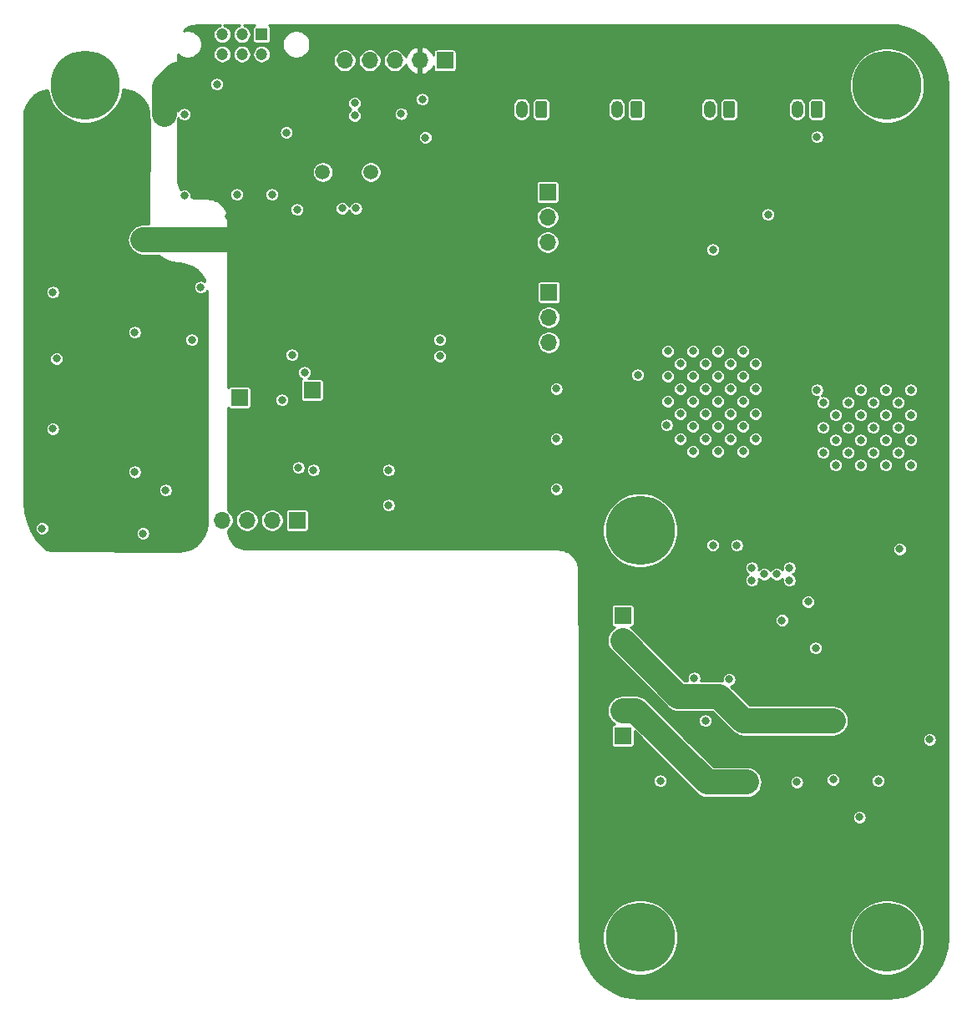
<source format=gbr>
%TF.GenerationSoftware,KiCad,Pcbnew,(5.1.9)-1*%
%TF.CreationDate,2021-07-13T18:02:14-04:00*%
%TF.ProjectId,detector_support,64657465-6374-46f7-925f-737570706f72,rev?*%
%TF.SameCoordinates,Original*%
%TF.FileFunction,Copper,L3,Inr*%
%TF.FilePolarity,Positive*%
%FSLAX46Y46*%
G04 Gerber Fmt 4.6, Leading zero omitted, Abs format (unit mm)*
G04 Created by KiCad (PCBNEW (5.1.9)-1) date 2021-07-13 18:02:14*
%MOMM*%
%LPD*%
G01*
G04 APERTURE LIST*
%TA.AperFunction,ComponentPad*%
%ADD10R,1.700000X1.700000*%
%TD*%
%TA.AperFunction,ComponentPad*%
%ADD11C,7.000000*%
%TD*%
%TA.AperFunction,ComponentPad*%
%ADD12O,1.700000X1.700000*%
%TD*%
%TA.AperFunction,ComponentPad*%
%ADD13C,1.200000*%
%TD*%
%TA.AperFunction,ComponentPad*%
%ADD14R,1.200000X1.200000*%
%TD*%
%TA.AperFunction,ComponentPad*%
%ADD15C,1.500000*%
%TD*%
%TA.AperFunction,ComponentPad*%
%ADD16O,1.200000X1.750000*%
%TD*%
%TA.AperFunction,ViaPad*%
%ADD17C,0.800000*%
%TD*%
%TA.AperFunction,Conductor*%
%ADD18C,2.500000*%
%TD*%
%TA.AperFunction,Conductor*%
%ADD19C,0.254000*%
%TD*%
%TA.AperFunction,Conductor*%
%ADD20C,0.100000*%
%TD*%
G04 APERTURE END LIST*
D10*
%TO.N,/INTERUPT_OUT*%
%TO.C,TP2*%
X105791000Y-86233000D03*
%TD*%
D11*
%TO.N,N/C*%
%TO.C,REF\u002A\u002A*%
X146431000Y-140970000D03*
%TD*%
D12*
%TO.N,/SIPM_OUT_DET*%
%TO.C,J11*%
X104013000Y-98679000D03*
%TO.N,/DET_ADC*%
X106553000Y-98679000D03*
%TO.N,/AMP_OUT*%
X109093000Y-98679000D03*
D10*
%TO.N,GND*%
X111633000Y-98679000D03*
%TD*%
D12*
%TO.N,+4.7V*%
%TO.C,J2*%
X144653000Y-110871000D03*
D10*
%TO.N,GND*%
X144653000Y-108331000D03*
%TD*%
D11*
%TO.N,N/C*%
%TO.C,REF\u002A\u002A*%
X90170000Y-54610000D03*
%TD*%
%TO.N,N/C*%
%TO.C,REF\u002A\u002A*%
X171450000Y-54610000D03*
%TD*%
%TO.N,N/C*%
%TO.C,REF\u002A\u002A*%
X171450000Y-140970000D03*
%TD*%
%TO.N,N/C*%
%TO.C,REF\u002A\u002A*%
X146431000Y-99695000D03*
%TD*%
D13*
%TO.N,/Microcontroller [DO NOT PLACE]/CANH*%
%TO.C,J10*%
X108045000Y-51419000D03*
%TO.N,/Microcontroller [DO NOT PLACE]/CANL*%
X106045000Y-51419000D03*
%TO.N,Net-(J10-Pad6)*%
X104045000Y-51419000D03*
%TO.N,GND*%
X104045000Y-49419000D03*
D14*
%TO.N,Net-(J10-Pad1)*%
X108045000Y-49419000D03*
D13*
%TO.N,Net-(J10-Pad2)*%
X106045000Y-49419000D03*
%TD*%
D15*
%TO.N,/Microcontroller [DO NOT PLACE]/OSC2*%
%TO.C,Y1*%
X114246000Y-63373000D03*
%TO.N,/Microcontroller [DO NOT PLACE]/OSC1*%
X119126000Y-63373000D03*
%TD*%
D10*
%TO.N,/Microcontroller [DO NOT PLACE]/MCLR*%
%TO.C,J1*%
X126619000Y-52070000D03*
D12*
%TO.N,+5V*%
X124079000Y-52070000D03*
%TO.N,GND*%
X121539000Y-52070000D03*
%TO.N,/Microcontroller [DO NOT PLACE]/ICSPDAT*%
X118999000Y-52070000D03*
%TO.N,/Microcontroller [DO NOT PLACE]/ICSPCLK*%
X116459000Y-52070000D03*
%TD*%
D16*
%TO.N,Net-(F6-Pad2)*%
%TO.C,J6*%
X162338000Y-57023000D03*
%TO.N,GND*%
%TA.AperFunction,ComponentPad*%
G36*
G01*
X164938000Y-56397999D02*
X164938000Y-57648001D01*
G75*
G02*
X164688001Y-57898000I-249999J0D01*
G01*
X163987999Y-57898000D01*
G75*
G02*
X163738000Y-57648001I0J249999D01*
G01*
X163738000Y-56397999D01*
G75*
G02*
X163987999Y-56148000I249999J0D01*
G01*
X164688001Y-56148000D01*
G75*
G02*
X164938000Y-56397999I0J-249999D01*
G01*
G37*
%TD.AperFunction*%
%TD*%
%TO.N,Net-(F5-Pad2)*%
%TO.C,J5*%
X153448000Y-57023000D03*
%TO.N,Net-(F6-Pad1)*%
%TA.AperFunction,ComponentPad*%
G36*
G01*
X156048000Y-56397999D02*
X156048000Y-57648001D01*
G75*
G02*
X155798001Y-57898000I-249999J0D01*
G01*
X155097999Y-57898000D01*
G75*
G02*
X154848000Y-57648001I0J249999D01*
G01*
X154848000Y-56397999D01*
G75*
G02*
X155097999Y-56148000I249999J0D01*
G01*
X155798001Y-56148000D01*
G75*
G02*
X156048000Y-56397999I0J-249999D01*
G01*
G37*
%TD.AperFunction*%
%TD*%
%TO.N,Net-(F4-Pad2)*%
%TO.C,J4*%
X144050000Y-57023000D03*
%TO.N,Net-(F5-Pad1)*%
%TA.AperFunction,ComponentPad*%
G36*
G01*
X146650000Y-56397999D02*
X146650000Y-57648001D01*
G75*
G02*
X146400001Y-57898000I-249999J0D01*
G01*
X145699999Y-57898000D01*
G75*
G02*
X145450000Y-57648001I0J249999D01*
G01*
X145450000Y-56397999D01*
G75*
G02*
X145699999Y-56148000I249999J0D01*
G01*
X146400001Y-56148000D01*
G75*
G02*
X146650000Y-56397999I0J-249999D01*
G01*
G37*
%TD.AperFunction*%
%TD*%
%TO.N,+BATT*%
%TO.C,J3*%
X134398000Y-57023000D03*
%TO.N,Net-(F4-Pad1)*%
%TA.AperFunction,ComponentPad*%
G36*
G01*
X136998000Y-56397999D02*
X136998000Y-57648001D01*
G75*
G02*
X136748001Y-57898000I-249999J0D01*
G01*
X136047999Y-57898000D01*
G75*
G02*
X135798000Y-57648001I0J249999D01*
G01*
X135798000Y-56397999D01*
G75*
G02*
X136047999Y-56148000I249999J0D01*
G01*
X136748001Y-56148000D01*
G75*
G02*
X136998000Y-56397999I0J-249999D01*
G01*
G37*
%TD.AperFunction*%
%TD*%
D12*
%TO.N,+36V*%
%TO.C,J9*%
X144653000Y-117983000D03*
D10*
%TO.N,/SIPM_OUT*%
X144653000Y-120523000D03*
%TD*%
D12*
%TO.N,+12V*%
%TO.C,JP2*%
X137033000Y-70485000D03*
%TO.N,Net-(C7-Pad1)*%
X137033000Y-67945000D03*
D10*
%TO.N,+BATT*%
X137033000Y-65405000D03*
%TD*%
D12*
%TO.N,Net-(F3-Pad2)*%
%TO.C,J7*%
X137160000Y-80645000D03*
%TO.N,Net-(F1-Pad2)*%
X137160000Y-78105000D03*
D10*
%TO.N,GND*%
X137160000Y-75565000D03*
%TD*%
%TO.N,Net-(R28-Pad2)*%
%TO.C,TP17*%
X113157000Y-85471000D03*
%TD*%
D17*
%TO.N,GND*%
X120904000Y-93599000D03*
X149098000Y-89027000D03*
X159385000Y-67691000D03*
X164338000Y-85471000D03*
X171323000Y-85471000D03*
X173863000Y-85471000D03*
X164973000Y-86741000D03*
X172593000Y-86741000D03*
X166243000Y-88011000D03*
X171323000Y-88011000D03*
X173863000Y-88011000D03*
X164973000Y-89281000D03*
X172593000Y-89281000D03*
X166243000Y-90551000D03*
X168783000Y-90551000D03*
X171323000Y-90551000D03*
X173863000Y-90551000D03*
X164973000Y-91821000D03*
X167513000Y-91821000D03*
X170053000Y-91821000D03*
X172593000Y-91821000D03*
X166243000Y-93091000D03*
X168783000Y-93091000D03*
X171323000Y-93091000D03*
X173863000Y-93091000D03*
X153035000Y-90424000D03*
X155575000Y-90424000D03*
X158115000Y-90424000D03*
X151765000Y-91694000D03*
X154305000Y-91694000D03*
X156845000Y-91694000D03*
X170053000Y-89281000D03*
X167513000Y-89281000D03*
X167513000Y-86741000D03*
X168783000Y-88011000D03*
X168783000Y-85471000D03*
X170053000Y-86741000D03*
X110109000Y-86487000D03*
X113284000Y-93599000D03*
X120904000Y-97155000D03*
X100203000Y-57531000D03*
X164338000Y-59817000D03*
X162306000Y-125222000D03*
X148463000Y-125095000D03*
X153035000Y-118999000D03*
X98298000Y-95631000D03*
X100965000Y-80391000D03*
X101854000Y-75057000D03*
X86868000Y-75565000D03*
X86868000Y-89408000D03*
X110553500Y-59372500D03*
X151765000Y-86614000D03*
X150495000Y-87884000D03*
X151765000Y-84074000D03*
X153035000Y-82804000D03*
X155575000Y-82804000D03*
X154305000Y-84074000D03*
X151765000Y-81534000D03*
X149225000Y-84074000D03*
X156845000Y-81534000D03*
X154305000Y-81534000D03*
X150495000Y-82804000D03*
X149225000Y-81534000D03*
X150495000Y-85344000D03*
X153035000Y-85344000D03*
X156845000Y-86614000D03*
X154305000Y-89154000D03*
X158115000Y-85344000D03*
X149225000Y-86614000D03*
X156845000Y-84074000D03*
X155575000Y-87884000D03*
X150495000Y-90424000D03*
X153035000Y-87884000D03*
X151765000Y-89154000D03*
X156845000Y-89154000D03*
X155575000Y-85344000D03*
X158115000Y-87884000D03*
X154305000Y-86614000D03*
X158115000Y-82804000D03*
X116205000Y-67056000D03*
X124650500Y-59880500D03*
X112395000Y-83693000D03*
X159004000Y-104140000D03*
X157734000Y-104775000D03*
X160274000Y-104140000D03*
X160812023Y-108808977D03*
X163449000Y-106934000D03*
X161544000Y-103505000D03*
X161544000Y-104775000D03*
X157734000Y-103505000D03*
X87249000Y-82296000D03*
X165989000Y-124968000D03*
X175768000Y-120904000D03*
X164211000Y-111633000D03*
X170561000Y-125095000D03*
X168656000Y-128778000D03*
X156210000Y-101219000D03*
X153788000Y-101210000D03*
X95168000Y-79629000D03*
X95168000Y-93771000D03*
X155448000Y-114808000D03*
X151892000Y-114681000D03*
X172729000Y-101609000D03*
X122174000Y-57467500D03*
X109093000Y-65659000D03*
X146177000Y-83947000D03*
X100203000Y-65786000D03*
X85788500Y-99504500D03*
X103505000Y-54483000D03*
X111760000Y-93345000D03*
X137922000Y-90424000D03*
X137922000Y-95504000D03*
X137922000Y-85344000D03*
X153797000Y-71247000D03*
%TO.N,+5V*%
X96647000Y-70231000D03*
X98171000Y-57531000D03*
X141859000Y-84074000D03*
X153035000Y-122301000D03*
X124079000Y-49911000D03*
X117221000Y-82423000D03*
X167259000Y-124333000D03*
X172255000Y-123274000D03*
X151384000Y-62992000D03*
X156718000Y-62738000D03*
X168021000Y-62738000D03*
X104724200Y-67894200D03*
X102489000Y-60071000D03*
X126365000Y-66167000D03*
X121539000Y-85344000D03*
X113284000Y-88011000D03*
X117475000Y-85344000D03*
%TO.N,+36V*%
X157226000Y-125222000D03*
%TO.N,+3V3*%
X85598000Y-95504000D03*
X100965000Y-86233000D03*
X95885000Y-63754000D03*
X92583000Y-73406000D03*
%TO.N,/Microcontroller [DO NOT PLACE]/ICSPCLK*%
X117475000Y-57658000D03*
X126111000Y-82042000D03*
%TO.N,/Microcontroller [DO NOT PLACE]/ICSPDAT*%
X126111000Y-80391000D03*
X117475000Y-56388000D03*
%TO.N,Net-(R6-Pad1)*%
X124333000Y-56007000D03*
%TO.N,/Microcontroller [DO NOT PLACE]/CS*%
X96012000Y-100012500D03*
X117602000Y-67056000D03*
%TO.N,/DET_ADC*%
X111125000Y-81915000D03*
%TO.N,/Microcontroller [DO NOT PLACE]/PIC_RX*%
X105537000Y-65659000D03*
%TO.N,/Microcontroller [DO NOT PLACE]/PIC_TX*%
X111633000Y-67183000D03*
%TO.N,+4.7V*%
X165989000Y-118999000D03*
%TD*%
D18*
%TO.N,+5V*%
X96012000Y-70231000D02*
X107950000Y-70231000D01*
X98171000Y-57531000D02*
X98171000Y-54737000D01*
X98171000Y-54737000D02*
X99441000Y-53467000D01*
%TO.N,+36V*%
X153217998Y-125222000D02*
X157226000Y-125222000D01*
X145978998Y-117983000D02*
X153217998Y-125222000D01*
X144653000Y-117983000D02*
X145978998Y-117983000D01*
%TO.N,+4.7V*%
X154432999Y-116531001D02*
X156900998Y-118999000D01*
X150313001Y-116531001D02*
X154432999Y-116531001D01*
X144653000Y-110871000D02*
X150313001Y-116531001D01*
X156900998Y-118999000D02*
X165989000Y-118999000D01*
X165989000Y-118999000D02*
X165989000Y-118999000D01*
%TD*%
D19*
%TO.N,+3V3*%
X94457703Y-55064486D02*
X95067233Y-55278832D01*
X95613427Y-55624005D01*
X96068646Y-56082533D01*
X96409851Y-56631216D01*
X96594000Y-57167255D01*
X96594000Y-57608468D01*
X96616818Y-57840145D01*
X96687247Y-58072318D01*
X96610569Y-68654000D01*
X95934531Y-68654000D01*
X95702854Y-68676818D01*
X95405588Y-68766993D01*
X95131627Y-68913428D01*
X94891497Y-69110497D01*
X94694428Y-69350627D01*
X94547993Y-69624588D01*
X94457818Y-69921854D01*
X94427370Y-70231000D01*
X94457818Y-70540146D01*
X94547993Y-70837412D01*
X94694428Y-71111373D01*
X94891497Y-71351503D01*
X95131627Y-71548572D01*
X95405588Y-71695007D01*
X95702854Y-71785182D01*
X95934531Y-71808000D01*
X97619859Y-71808000D01*
X97704854Y-71897367D01*
X97726099Y-71915291D01*
X98271274Y-72281232D01*
X98295909Y-72294105D01*
X98907637Y-72532677D01*
X98934484Y-72539882D01*
X99583463Y-72639656D01*
X99597315Y-72641014D01*
X99742463Y-72647244D01*
X100368181Y-72743150D01*
X100951743Y-72969819D01*
X101472334Y-73317540D01*
X101905220Y-73769797D01*
X102229836Y-74305099D01*
X102286201Y-74471432D01*
X102198364Y-74412741D01*
X102066058Y-74357938D01*
X101925603Y-74330000D01*
X101782397Y-74330000D01*
X101641942Y-74357938D01*
X101509636Y-74412741D01*
X101390564Y-74492302D01*
X101289302Y-74593564D01*
X101209741Y-74712636D01*
X101154938Y-74844942D01*
X101127000Y-74985397D01*
X101127000Y-75128603D01*
X101154938Y-75269058D01*
X101209741Y-75401364D01*
X101289302Y-75520436D01*
X101390564Y-75621698D01*
X101509636Y-75701259D01*
X101641942Y-75756062D01*
X101782397Y-75784000D01*
X101925603Y-75784000D01*
X102066058Y-75756062D01*
X102198364Y-75701259D01*
X102317436Y-75621698D01*
X102418698Y-75520436D01*
X102487287Y-75417785D01*
X102499201Y-75527334D01*
X102478917Y-98934684D01*
X102405121Y-99582707D01*
X102190965Y-100191138D01*
X101846435Y-100736437D01*
X101388909Y-101191100D01*
X100841461Y-101532200D01*
X100231700Y-101742533D01*
X99583220Y-101812262D01*
X86811564Y-101743179D01*
X86293128Y-101682128D01*
X85805417Y-101265583D01*
X85176379Y-100529075D01*
X84670307Y-99703239D01*
X84558328Y-99432897D01*
X85061500Y-99432897D01*
X85061500Y-99576103D01*
X85089438Y-99716558D01*
X85144241Y-99848864D01*
X85223802Y-99967936D01*
X85325064Y-100069198D01*
X85444136Y-100148759D01*
X85576442Y-100203562D01*
X85716897Y-100231500D01*
X85860103Y-100231500D01*
X86000558Y-100203562D01*
X86132864Y-100148759D01*
X86251936Y-100069198D01*
X86353198Y-99967936D01*
X86371264Y-99940897D01*
X95285000Y-99940897D01*
X95285000Y-100084103D01*
X95312938Y-100224558D01*
X95367741Y-100356864D01*
X95447302Y-100475936D01*
X95548564Y-100577198D01*
X95667636Y-100656759D01*
X95799942Y-100711562D01*
X95940397Y-100739500D01*
X96083603Y-100739500D01*
X96224058Y-100711562D01*
X96356364Y-100656759D01*
X96475436Y-100577198D01*
X96576698Y-100475936D01*
X96656259Y-100356864D01*
X96711062Y-100224558D01*
X96739000Y-100084103D01*
X96739000Y-99940897D01*
X96711062Y-99800442D01*
X96656259Y-99668136D01*
X96576698Y-99549064D01*
X96475436Y-99447802D01*
X96356364Y-99368241D01*
X96224058Y-99313438D01*
X96083603Y-99285500D01*
X95940397Y-99285500D01*
X95799942Y-99313438D01*
X95667636Y-99368241D01*
X95548564Y-99447802D01*
X95447302Y-99549064D01*
X95367741Y-99668136D01*
X95312938Y-99800442D01*
X95285000Y-99940897D01*
X86371264Y-99940897D01*
X86432759Y-99848864D01*
X86487562Y-99716558D01*
X86515500Y-99576103D01*
X86515500Y-99432897D01*
X86487562Y-99292442D01*
X86432759Y-99160136D01*
X86353198Y-99041064D01*
X86251936Y-98939802D01*
X86132864Y-98860241D01*
X86000558Y-98805438D01*
X85860103Y-98777500D01*
X85716897Y-98777500D01*
X85576442Y-98805438D01*
X85444136Y-98860241D01*
X85325064Y-98939802D01*
X85223802Y-99041064D01*
X85144241Y-99160136D01*
X85089438Y-99292442D01*
X85061500Y-99432897D01*
X84558328Y-99432897D01*
X84299647Y-98808388D01*
X84073540Y-97866585D01*
X83997000Y-96894051D01*
X83997000Y-95559397D01*
X97571000Y-95559397D01*
X97571000Y-95702603D01*
X97598938Y-95843058D01*
X97653741Y-95975364D01*
X97733302Y-96094436D01*
X97834564Y-96195698D01*
X97953636Y-96275259D01*
X98085942Y-96330062D01*
X98226397Y-96358000D01*
X98369603Y-96358000D01*
X98510058Y-96330062D01*
X98642364Y-96275259D01*
X98761436Y-96195698D01*
X98862698Y-96094436D01*
X98942259Y-95975364D01*
X98997062Y-95843058D01*
X99025000Y-95702603D01*
X99025000Y-95559397D01*
X98997062Y-95418942D01*
X98942259Y-95286636D01*
X98862698Y-95167564D01*
X98761436Y-95066302D01*
X98642364Y-94986741D01*
X98510058Y-94931938D01*
X98369603Y-94904000D01*
X98226397Y-94904000D01*
X98085942Y-94931938D01*
X97953636Y-94986741D01*
X97834564Y-95066302D01*
X97733302Y-95167564D01*
X97653741Y-95286636D01*
X97598938Y-95418942D01*
X97571000Y-95559397D01*
X83997000Y-95559397D01*
X83997000Y-93699397D01*
X94441000Y-93699397D01*
X94441000Y-93842603D01*
X94468938Y-93983058D01*
X94523741Y-94115364D01*
X94603302Y-94234436D01*
X94704564Y-94335698D01*
X94823636Y-94415259D01*
X94955942Y-94470062D01*
X95096397Y-94498000D01*
X95239603Y-94498000D01*
X95380058Y-94470062D01*
X95512364Y-94415259D01*
X95631436Y-94335698D01*
X95732698Y-94234436D01*
X95812259Y-94115364D01*
X95867062Y-93983058D01*
X95895000Y-93842603D01*
X95895000Y-93699397D01*
X95867062Y-93558942D01*
X95812259Y-93426636D01*
X95732698Y-93307564D01*
X95631436Y-93206302D01*
X95512364Y-93126741D01*
X95380058Y-93071938D01*
X95239603Y-93044000D01*
X95096397Y-93044000D01*
X94955942Y-93071938D01*
X94823636Y-93126741D01*
X94704564Y-93206302D01*
X94603302Y-93307564D01*
X94523741Y-93426636D01*
X94468938Y-93558942D01*
X94441000Y-93699397D01*
X83997000Y-93699397D01*
X83997000Y-89336397D01*
X86141000Y-89336397D01*
X86141000Y-89479603D01*
X86168938Y-89620058D01*
X86223741Y-89752364D01*
X86303302Y-89871436D01*
X86404564Y-89972698D01*
X86523636Y-90052259D01*
X86655942Y-90107062D01*
X86796397Y-90135000D01*
X86939603Y-90135000D01*
X87080058Y-90107062D01*
X87212364Y-90052259D01*
X87331436Y-89972698D01*
X87432698Y-89871436D01*
X87512259Y-89752364D01*
X87567062Y-89620058D01*
X87595000Y-89479603D01*
X87595000Y-89336397D01*
X87567062Y-89195942D01*
X87512259Y-89063636D01*
X87432698Y-88944564D01*
X87331436Y-88843302D01*
X87212364Y-88763741D01*
X87080058Y-88708938D01*
X86939603Y-88681000D01*
X86796397Y-88681000D01*
X86655942Y-88708938D01*
X86523636Y-88763741D01*
X86404564Y-88843302D01*
X86303302Y-88944564D01*
X86223741Y-89063636D01*
X86168938Y-89195942D01*
X86141000Y-89336397D01*
X83997000Y-89336397D01*
X83997000Y-82224397D01*
X86522000Y-82224397D01*
X86522000Y-82367603D01*
X86549938Y-82508058D01*
X86604741Y-82640364D01*
X86684302Y-82759436D01*
X86785564Y-82860698D01*
X86904636Y-82940259D01*
X87036942Y-82995062D01*
X87177397Y-83023000D01*
X87320603Y-83023000D01*
X87461058Y-82995062D01*
X87593364Y-82940259D01*
X87712436Y-82860698D01*
X87813698Y-82759436D01*
X87893259Y-82640364D01*
X87948062Y-82508058D01*
X87976000Y-82367603D01*
X87976000Y-82224397D01*
X87948062Y-82083942D01*
X87893259Y-81951636D01*
X87813698Y-81832564D01*
X87712436Y-81731302D01*
X87593364Y-81651741D01*
X87461058Y-81596938D01*
X87320603Y-81569000D01*
X87177397Y-81569000D01*
X87036942Y-81596938D01*
X86904636Y-81651741D01*
X86785564Y-81731302D01*
X86684302Y-81832564D01*
X86604741Y-81951636D01*
X86549938Y-82083942D01*
X86522000Y-82224397D01*
X83997000Y-82224397D01*
X83997000Y-79557397D01*
X94441000Y-79557397D01*
X94441000Y-79700603D01*
X94468938Y-79841058D01*
X94523741Y-79973364D01*
X94603302Y-80092436D01*
X94704564Y-80193698D01*
X94823636Y-80273259D01*
X94955942Y-80328062D01*
X95096397Y-80356000D01*
X95239603Y-80356000D01*
X95380058Y-80328062D01*
X95400977Y-80319397D01*
X100238000Y-80319397D01*
X100238000Y-80462603D01*
X100265938Y-80603058D01*
X100320741Y-80735364D01*
X100400302Y-80854436D01*
X100501564Y-80955698D01*
X100620636Y-81035259D01*
X100752942Y-81090062D01*
X100893397Y-81118000D01*
X101036603Y-81118000D01*
X101177058Y-81090062D01*
X101309364Y-81035259D01*
X101428436Y-80955698D01*
X101529698Y-80854436D01*
X101609259Y-80735364D01*
X101664062Y-80603058D01*
X101692000Y-80462603D01*
X101692000Y-80319397D01*
X101664062Y-80178942D01*
X101609259Y-80046636D01*
X101529698Y-79927564D01*
X101428436Y-79826302D01*
X101309364Y-79746741D01*
X101177058Y-79691938D01*
X101036603Y-79664000D01*
X100893397Y-79664000D01*
X100752942Y-79691938D01*
X100620636Y-79746741D01*
X100501564Y-79826302D01*
X100400302Y-79927564D01*
X100320741Y-80046636D01*
X100265938Y-80178942D01*
X100238000Y-80319397D01*
X95400977Y-80319397D01*
X95512364Y-80273259D01*
X95631436Y-80193698D01*
X95732698Y-80092436D01*
X95812259Y-79973364D01*
X95867062Y-79841058D01*
X95895000Y-79700603D01*
X95895000Y-79557397D01*
X95867062Y-79416942D01*
X95812259Y-79284636D01*
X95732698Y-79165564D01*
X95631436Y-79064302D01*
X95512364Y-78984741D01*
X95380058Y-78929938D01*
X95239603Y-78902000D01*
X95096397Y-78902000D01*
X94955942Y-78929938D01*
X94823636Y-78984741D01*
X94704564Y-79064302D01*
X94603302Y-79165564D01*
X94523741Y-79284636D01*
X94468938Y-79416942D01*
X94441000Y-79557397D01*
X83997000Y-79557397D01*
X83997000Y-75493397D01*
X86141000Y-75493397D01*
X86141000Y-75636603D01*
X86168938Y-75777058D01*
X86223741Y-75909364D01*
X86303302Y-76028436D01*
X86404564Y-76129698D01*
X86523636Y-76209259D01*
X86655942Y-76264062D01*
X86796397Y-76292000D01*
X86939603Y-76292000D01*
X87080058Y-76264062D01*
X87212364Y-76209259D01*
X87331436Y-76129698D01*
X87432698Y-76028436D01*
X87512259Y-75909364D01*
X87567062Y-75777058D01*
X87595000Y-75636603D01*
X87595000Y-75493397D01*
X87567062Y-75352942D01*
X87512259Y-75220636D01*
X87432698Y-75101564D01*
X87331436Y-75000302D01*
X87212364Y-74920741D01*
X87080058Y-74865938D01*
X86939603Y-74838000D01*
X86796397Y-74838000D01*
X86655942Y-74865938D01*
X86523636Y-74920741D01*
X86404564Y-75000302D01*
X86303302Y-75101564D01*
X86223741Y-75220636D01*
X86168938Y-75352942D01*
X86141000Y-75493397D01*
X83997000Y-75493397D01*
X83997000Y-57427366D01*
X84019815Y-57224877D01*
X84232239Y-56617802D01*
X84574425Y-56073218D01*
X85029218Y-55618425D01*
X85573802Y-55276239D01*
X86180877Y-55063815D01*
X86354405Y-55044263D01*
X86490070Y-55726295D01*
X86778557Y-56422764D01*
X87197375Y-57049570D01*
X87730430Y-57582625D01*
X88357236Y-58001443D01*
X89053705Y-58289930D01*
X89793073Y-58437000D01*
X90546927Y-58437000D01*
X91286295Y-58289930D01*
X91982764Y-58001443D01*
X92609570Y-57582625D01*
X93142625Y-57049570D01*
X93561443Y-56422764D01*
X93849930Y-55726295D01*
X93992057Y-55011776D01*
X94457703Y-55064486D01*
%TA.AperFunction,Conductor*%
D20*
G36*
X94457703Y-55064486D02*
G01*
X95067233Y-55278832D01*
X95613427Y-55624005D01*
X96068646Y-56082533D01*
X96409851Y-56631216D01*
X96594000Y-57167255D01*
X96594000Y-57608468D01*
X96616818Y-57840145D01*
X96687247Y-58072318D01*
X96610569Y-68654000D01*
X95934531Y-68654000D01*
X95702854Y-68676818D01*
X95405588Y-68766993D01*
X95131627Y-68913428D01*
X94891497Y-69110497D01*
X94694428Y-69350627D01*
X94547993Y-69624588D01*
X94457818Y-69921854D01*
X94427370Y-70231000D01*
X94457818Y-70540146D01*
X94547993Y-70837412D01*
X94694428Y-71111373D01*
X94891497Y-71351503D01*
X95131627Y-71548572D01*
X95405588Y-71695007D01*
X95702854Y-71785182D01*
X95934531Y-71808000D01*
X97619859Y-71808000D01*
X97704854Y-71897367D01*
X97726099Y-71915291D01*
X98271274Y-72281232D01*
X98295909Y-72294105D01*
X98907637Y-72532677D01*
X98934484Y-72539882D01*
X99583463Y-72639656D01*
X99597315Y-72641014D01*
X99742463Y-72647244D01*
X100368181Y-72743150D01*
X100951743Y-72969819D01*
X101472334Y-73317540D01*
X101905220Y-73769797D01*
X102229836Y-74305099D01*
X102286201Y-74471432D01*
X102198364Y-74412741D01*
X102066058Y-74357938D01*
X101925603Y-74330000D01*
X101782397Y-74330000D01*
X101641942Y-74357938D01*
X101509636Y-74412741D01*
X101390564Y-74492302D01*
X101289302Y-74593564D01*
X101209741Y-74712636D01*
X101154938Y-74844942D01*
X101127000Y-74985397D01*
X101127000Y-75128603D01*
X101154938Y-75269058D01*
X101209741Y-75401364D01*
X101289302Y-75520436D01*
X101390564Y-75621698D01*
X101509636Y-75701259D01*
X101641942Y-75756062D01*
X101782397Y-75784000D01*
X101925603Y-75784000D01*
X102066058Y-75756062D01*
X102198364Y-75701259D01*
X102317436Y-75621698D01*
X102418698Y-75520436D01*
X102487287Y-75417785D01*
X102499201Y-75527334D01*
X102478917Y-98934684D01*
X102405121Y-99582707D01*
X102190965Y-100191138D01*
X101846435Y-100736437D01*
X101388909Y-101191100D01*
X100841461Y-101532200D01*
X100231700Y-101742533D01*
X99583220Y-101812262D01*
X86811564Y-101743179D01*
X86293128Y-101682128D01*
X85805417Y-101265583D01*
X85176379Y-100529075D01*
X84670307Y-99703239D01*
X84558328Y-99432897D01*
X85061500Y-99432897D01*
X85061500Y-99576103D01*
X85089438Y-99716558D01*
X85144241Y-99848864D01*
X85223802Y-99967936D01*
X85325064Y-100069198D01*
X85444136Y-100148759D01*
X85576442Y-100203562D01*
X85716897Y-100231500D01*
X85860103Y-100231500D01*
X86000558Y-100203562D01*
X86132864Y-100148759D01*
X86251936Y-100069198D01*
X86353198Y-99967936D01*
X86371264Y-99940897D01*
X95285000Y-99940897D01*
X95285000Y-100084103D01*
X95312938Y-100224558D01*
X95367741Y-100356864D01*
X95447302Y-100475936D01*
X95548564Y-100577198D01*
X95667636Y-100656759D01*
X95799942Y-100711562D01*
X95940397Y-100739500D01*
X96083603Y-100739500D01*
X96224058Y-100711562D01*
X96356364Y-100656759D01*
X96475436Y-100577198D01*
X96576698Y-100475936D01*
X96656259Y-100356864D01*
X96711062Y-100224558D01*
X96739000Y-100084103D01*
X96739000Y-99940897D01*
X96711062Y-99800442D01*
X96656259Y-99668136D01*
X96576698Y-99549064D01*
X96475436Y-99447802D01*
X96356364Y-99368241D01*
X96224058Y-99313438D01*
X96083603Y-99285500D01*
X95940397Y-99285500D01*
X95799942Y-99313438D01*
X95667636Y-99368241D01*
X95548564Y-99447802D01*
X95447302Y-99549064D01*
X95367741Y-99668136D01*
X95312938Y-99800442D01*
X95285000Y-99940897D01*
X86371264Y-99940897D01*
X86432759Y-99848864D01*
X86487562Y-99716558D01*
X86515500Y-99576103D01*
X86515500Y-99432897D01*
X86487562Y-99292442D01*
X86432759Y-99160136D01*
X86353198Y-99041064D01*
X86251936Y-98939802D01*
X86132864Y-98860241D01*
X86000558Y-98805438D01*
X85860103Y-98777500D01*
X85716897Y-98777500D01*
X85576442Y-98805438D01*
X85444136Y-98860241D01*
X85325064Y-98939802D01*
X85223802Y-99041064D01*
X85144241Y-99160136D01*
X85089438Y-99292442D01*
X85061500Y-99432897D01*
X84558328Y-99432897D01*
X84299647Y-98808388D01*
X84073540Y-97866585D01*
X83997000Y-96894051D01*
X83997000Y-95559397D01*
X97571000Y-95559397D01*
X97571000Y-95702603D01*
X97598938Y-95843058D01*
X97653741Y-95975364D01*
X97733302Y-96094436D01*
X97834564Y-96195698D01*
X97953636Y-96275259D01*
X98085942Y-96330062D01*
X98226397Y-96358000D01*
X98369603Y-96358000D01*
X98510058Y-96330062D01*
X98642364Y-96275259D01*
X98761436Y-96195698D01*
X98862698Y-96094436D01*
X98942259Y-95975364D01*
X98997062Y-95843058D01*
X99025000Y-95702603D01*
X99025000Y-95559397D01*
X98997062Y-95418942D01*
X98942259Y-95286636D01*
X98862698Y-95167564D01*
X98761436Y-95066302D01*
X98642364Y-94986741D01*
X98510058Y-94931938D01*
X98369603Y-94904000D01*
X98226397Y-94904000D01*
X98085942Y-94931938D01*
X97953636Y-94986741D01*
X97834564Y-95066302D01*
X97733302Y-95167564D01*
X97653741Y-95286636D01*
X97598938Y-95418942D01*
X97571000Y-95559397D01*
X83997000Y-95559397D01*
X83997000Y-93699397D01*
X94441000Y-93699397D01*
X94441000Y-93842603D01*
X94468938Y-93983058D01*
X94523741Y-94115364D01*
X94603302Y-94234436D01*
X94704564Y-94335698D01*
X94823636Y-94415259D01*
X94955942Y-94470062D01*
X95096397Y-94498000D01*
X95239603Y-94498000D01*
X95380058Y-94470062D01*
X95512364Y-94415259D01*
X95631436Y-94335698D01*
X95732698Y-94234436D01*
X95812259Y-94115364D01*
X95867062Y-93983058D01*
X95895000Y-93842603D01*
X95895000Y-93699397D01*
X95867062Y-93558942D01*
X95812259Y-93426636D01*
X95732698Y-93307564D01*
X95631436Y-93206302D01*
X95512364Y-93126741D01*
X95380058Y-93071938D01*
X95239603Y-93044000D01*
X95096397Y-93044000D01*
X94955942Y-93071938D01*
X94823636Y-93126741D01*
X94704564Y-93206302D01*
X94603302Y-93307564D01*
X94523741Y-93426636D01*
X94468938Y-93558942D01*
X94441000Y-93699397D01*
X83997000Y-93699397D01*
X83997000Y-89336397D01*
X86141000Y-89336397D01*
X86141000Y-89479603D01*
X86168938Y-89620058D01*
X86223741Y-89752364D01*
X86303302Y-89871436D01*
X86404564Y-89972698D01*
X86523636Y-90052259D01*
X86655942Y-90107062D01*
X86796397Y-90135000D01*
X86939603Y-90135000D01*
X87080058Y-90107062D01*
X87212364Y-90052259D01*
X87331436Y-89972698D01*
X87432698Y-89871436D01*
X87512259Y-89752364D01*
X87567062Y-89620058D01*
X87595000Y-89479603D01*
X87595000Y-89336397D01*
X87567062Y-89195942D01*
X87512259Y-89063636D01*
X87432698Y-88944564D01*
X87331436Y-88843302D01*
X87212364Y-88763741D01*
X87080058Y-88708938D01*
X86939603Y-88681000D01*
X86796397Y-88681000D01*
X86655942Y-88708938D01*
X86523636Y-88763741D01*
X86404564Y-88843302D01*
X86303302Y-88944564D01*
X86223741Y-89063636D01*
X86168938Y-89195942D01*
X86141000Y-89336397D01*
X83997000Y-89336397D01*
X83997000Y-82224397D01*
X86522000Y-82224397D01*
X86522000Y-82367603D01*
X86549938Y-82508058D01*
X86604741Y-82640364D01*
X86684302Y-82759436D01*
X86785564Y-82860698D01*
X86904636Y-82940259D01*
X87036942Y-82995062D01*
X87177397Y-83023000D01*
X87320603Y-83023000D01*
X87461058Y-82995062D01*
X87593364Y-82940259D01*
X87712436Y-82860698D01*
X87813698Y-82759436D01*
X87893259Y-82640364D01*
X87948062Y-82508058D01*
X87976000Y-82367603D01*
X87976000Y-82224397D01*
X87948062Y-82083942D01*
X87893259Y-81951636D01*
X87813698Y-81832564D01*
X87712436Y-81731302D01*
X87593364Y-81651741D01*
X87461058Y-81596938D01*
X87320603Y-81569000D01*
X87177397Y-81569000D01*
X87036942Y-81596938D01*
X86904636Y-81651741D01*
X86785564Y-81731302D01*
X86684302Y-81832564D01*
X86604741Y-81951636D01*
X86549938Y-82083942D01*
X86522000Y-82224397D01*
X83997000Y-82224397D01*
X83997000Y-79557397D01*
X94441000Y-79557397D01*
X94441000Y-79700603D01*
X94468938Y-79841058D01*
X94523741Y-79973364D01*
X94603302Y-80092436D01*
X94704564Y-80193698D01*
X94823636Y-80273259D01*
X94955942Y-80328062D01*
X95096397Y-80356000D01*
X95239603Y-80356000D01*
X95380058Y-80328062D01*
X95400977Y-80319397D01*
X100238000Y-80319397D01*
X100238000Y-80462603D01*
X100265938Y-80603058D01*
X100320741Y-80735364D01*
X100400302Y-80854436D01*
X100501564Y-80955698D01*
X100620636Y-81035259D01*
X100752942Y-81090062D01*
X100893397Y-81118000D01*
X101036603Y-81118000D01*
X101177058Y-81090062D01*
X101309364Y-81035259D01*
X101428436Y-80955698D01*
X101529698Y-80854436D01*
X101609259Y-80735364D01*
X101664062Y-80603058D01*
X101692000Y-80462603D01*
X101692000Y-80319397D01*
X101664062Y-80178942D01*
X101609259Y-80046636D01*
X101529698Y-79927564D01*
X101428436Y-79826302D01*
X101309364Y-79746741D01*
X101177058Y-79691938D01*
X101036603Y-79664000D01*
X100893397Y-79664000D01*
X100752942Y-79691938D01*
X100620636Y-79746741D01*
X100501564Y-79826302D01*
X100400302Y-79927564D01*
X100320741Y-80046636D01*
X100265938Y-80178942D01*
X100238000Y-80319397D01*
X95400977Y-80319397D01*
X95512364Y-80273259D01*
X95631436Y-80193698D01*
X95732698Y-80092436D01*
X95812259Y-79973364D01*
X95867062Y-79841058D01*
X95895000Y-79700603D01*
X95895000Y-79557397D01*
X95867062Y-79416942D01*
X95812259Y-79284636D01*
X95732698Y-79165564D01*
X95631436Y-79064302D01*
X95512364Y-78984741D01*
X95380058Y-78929938D01*
X95239603Y-78902000D01*
X95096397Y-78902000D01*
X94955942Y-78929938D01*
X94823636Y-78984741D01*
X94704564Y-79064302D01*
X94603302Y-79165564D01*
X94523741Y-79284636D01*
X94468938Y-79416942D01*
X94441000Y-79557397D01*
X83997000Y-79557397D01*
X83997000Y-75493397D01*
X86141000Y-75493397D01*
X86141000Y-75636603D01*
X86168938Y-75777058D01*
X86223741Y-75909364D01*
X86303302Y-76028436D01*
X86404564Y-76129698D01*
X86523636Y-76209259D01*
X86655942Y-76264062D01*
X86796397Y-76292000D01*
X86939603Y-76292000D01*
X87080058Y-76264062D01*
X87212364Y-76209259D01*
X87331436Y-76129698D01*
X87432698Y-76028436D01*
X87512259Y-75909364D01*
X87567062Y-75777058D01*
X87595000Y-75636603D01*
X87595000Y-75493397D01*
X87567062Y-75352942D01*
X87512259Y-75220636D01*
X87432698Y-75101564D01*
X87331436Y-75000302D01*
X87212364Y-74920741D01*
X87080058Y-74865938D01*
X86939603Y-74838000D01*
X86796397Y-74838000D01*
X86655942Y-74865938D01*
X86523636Y-74920741D01*
X86404564Y-75000302D01*
X86303302Y-75101564D01*
X86223741Y-75220636D01*
X86168938Y-75352942D01*
X86141000Y-75493397D01*
X83997000Y-75493397D01*
X83997000Y-57427366D01*
X84019815Y-57224877D01*
X84232239Y-56617802D01*
X84574425Y-56073218D01*
X85029218Y-55618425D01*
X85573802Y-55276239D01*
X86180877Y-55063815D01*
X86354405Y-55044263D01*
X86490070Y-55726295D01*
X86778557Y-56422764D01*
X87197375Y-57049570D01*
X87730430Y-57582625D01*
X88357236Y-58001443D01*
X89053705Y-58289930D01*
X89793073Y-58437000D01*
X90546927Y-58437000D01*
X91286295Y-58289930D01*
X91982764Y-58001443D01*
X92609570Y-57582625D01*
X93142625Y-57049570D01*
X93561443Y-56422764D01*
X93849930Y-55726295D01*
X93992057Y-55011776D01*
X94457703Y-55064486D01*
G37*
%TD.AperFunction*%
%TD*%
D19*
%TO.N,+5V*%
X103774604Y-48527624D02*
X103605901Y-48597504D01*
X103454072Y-48698952D01*
X103324952Y-48828072D01*
X103223504Y-48979901D01*
X103153624Y-49148604D01*
X103118000Y-49327699D01*
X103118000Y-49510301D01*
X103153624Y-49689396D01*
X103223504Y-49858099D01*
X103324952Y-50009928D01*
X103454072Y-50139048D01*
X103605901Y-50240496D01*
X103774604Y-50310376D01*
X103953699Y-50346000D01*
X104136301Y-50346000D01*
X104315396Y-50310376D01*
X104484099Y-50240496D01*
X104635928Y-50139048D01*
X104765048Y-50009928D01*
X104866496Y-49858099D01*
X104936376Y-49689396D01*
X104972000Y-49510301D01*
X104972000Y-49327699D01*
X104936376Y-49148604D01*
X104866496Y-48979901D01*
X104765048Y-48828072D01*
X104635928Y-48698952D01*
X104484099Y-48597504D01*
X104315396Y-48527624D01*
X104246903Y-48514000D01*
X105843097Y-48514000D01*
X105774604Y-48527624D01*
X105605901Y-48597504D01*
X105454072Y-48698952D01*
X105324952Y-48828072D01*
X105223504Y-48979901D01*
X105153624Y-49148604D01*
X105118000Y-49327699D01*
X105118000Y-49510301D01*
X105153624Y-49689396D01*
X105223504Y-49858099D01*
X105324952Y-50009928D01*
X105454072Y-50139048D01*
X105605901Y-50240496D01*
X105774604Y-50310376D01*
X105953699Y-50346000D01*
X106136301Y-50346000D01*
X106315396Y-50310376D01*
X106484099Y-50240496D01*
X106635928Y-50139048D01*
X106765048Y-50009928D01*
X106866496Y-49858099D01*
X106936376Y-49689396D01*
X106972000Y-49510301D01*
X106972000Y-49327699D01*
X106936376Y-49148604D01*
X106866496Y-48979901D01*
X106765048Y-48828072D01*
X106635928Y-48698952D01*
X106484099Y-48597504D01*
X106315396Y-48527624D01*
X106246903Y-48514000D01*
X107323971Y-48514000D01*
X107319257Y-48515430D01*
X107262450Y-48545794D01*
X107212657Y-48586657D01*
X107171794Y-48636450D01*
X107141430Y-48693257D01*
X107122732Y-48754897D01*
X107116418Y-48819000D01*
X107116418Y-50019000D01*
X107122732Y-50083103D01*
X107141430Y-50144743D01*
X107171794Y-50201550D01*
X107212657Y-50251343D01*
X107262450Y-50292206D01*
X107319257Y-50322570D01*
X107380897Y-50341268D01*
X107445000Y-50347582D01*
X108645000Y-50347582D01*
X108709103Y-50341268D01*
X108770743Y-50322570D01*
X108827550Y-50292206D01*
X108844308Y-50278453D01*
X110118000Y-50278453D01*
X110118000Y-50559547D01*
X110172838Y-50835241D01*
X110280409Y-51094938D01*
X110436576Y-51328660D01*
X110635340Y-51527424D01*
X110869062Y-51683591D01*
X111128759Y-51791162D01*
X111404453Y-51846000D01*
X111685547Y-51846000D01*
X111961241Y-51791162D01*
X112220938Y-51683591D01*
X112454660Y-51527424D01*
X112653424Y-51328660D01*
X112809591Y-51094938D01*
X112917162Y-50835241D01*
X112972000Y-50559547D01*
X112972000Y-50278453D01*
X112917162Y-50002759D01*
X112809591Y-49743062D01*
X112653424Y-49509340D01*
X112454660Y-49310576D01*
X112220938Y-49154409D01*
X111961241Y-49046838D01*
X111685547Y-48992000D01*
X111404453Y-48992000D01*
X111128759Y-49046838D01*
X110869062Y-49154409D01*
X110635340Y-49310576D01*
X110436576Y-49509340D01*
X110280409Y-49743062D01*
X110172838Y-50002759D01*
X110118000Y-50278453D01*
X108844308Y-50278453D01*
X108877343Y-50251343D01*
X108918206Y-50201550D01*
X108948570Y-50144743D01*
X108967268Y-50083103D01*
X108973582Y-50019000D01*
X108973582Y-48819000D01*
X108967268Y-48754897D01*
X108948570Y-48693257D01*
X108918206Y-48636450D01*
X108877343Y-48586657D01*
X108827550Y-48545794D01*
X108770743Y-48515430D01*
X108766029Y-48514000D01*
X172417501Y-48514000D01*
X173357388Y-48739647D01*
X174252239Y-49110307D01*
X175078075Y-49616379D01*
X175814583Y-50245417D01*
X176443620Y-50981925D01*
X176949694Y-51807764D01*
X177320353Y-52702612D01*
X177546460Y-53644420D01*
X177623000Y-54616950D01*
X177623001Y-140963037D01*
X177546460Y-141935580D01*
X177320353Y-142877388D01*
X176949694Y-143772236D01*
X176443620Y-144598075D01*
X175814583Y-145334583D01*
X175078075Y-145963621D01*
X174252239Y-146469693D01*
X173357388Y-146840353D01*
X172415585Y-147066460D01*
X171443051Y-147143000D01*
X146437950Y-147143000D01*
X145465420Y-147066460D01*
X144523612Y-146840353D01*
X143628764Y-146469694D01*
X142802925Y-145963620D01*
X142066417Y-145334583D01*
X141437379Y-144598075D01*
X140931307Y-143772239D01*
X140560647Y-142877388D01*
X140334540Y-141935585D01*
X140258000Y-140963051D01*
X140258000Y-140593073D01*
X142604000Y-140593073D01*
X142604000Y-141346927D01*
X142751070Y-142086295D01*
X143039557Y-142782764D01*
X143458375Y-143409570D01*
X143991430Y-143942625D01*
X144618236Y-144361443D01*
X145314705Y-144649930D01*
X146054073Y-144797000D01*
X146807927Y-144797000D01*
X147547295Y-144649930D01*
X148243764Y-144361443D01*
X148870570Y-143942625D01*
X149403625Y-143409570D01*
X149822443Y-142782764D01*
X150110930Y-142086295D01*
X150258000Y-141346927D01*
X150258000Y-140593073D01*
X167623000Y-140593073D01*
X167623000Y-141346927D01*
X167770070Y-142086295D01*
X168058557Y-142782764D01*
X168477375Y-143409570D01*
X169010430Y-143942625D01*
X169637236Y-144361443D01*
X170333705Y-144649930D01*
X171073073Y-144797000D01*
X171826927Y-144797000D01*
X172566295Y-144649930D01*
X173262764Y-144361443D01*
X173889570Y-143942625D01*
X174422625Y-143409570D01*
X174841443Y-142782764D01*
X175129930Y-142086295D01*
X175277000Y-141346927D01*
X175277000Y-140593073D01*
X175129930Y-139853705D01*
X174841443Y-139157236D01*
X174422625Y-138530430D01*
X173889570Y-137997375D01*
X173262764Y-137578557D01*
X172566295Y-137290070D01*
X171826927Y-137143000D01*
X171073073Y-137143000D01*
X170333705Y-137290070D01*
X169637236Y-137578557D01*
X169010430Y-137997375D01*
X168477375Y-138530430D01*
X168058557Y-139157236D01*
X167770070Y-139853705D01*
X167623000Y-140593073D01*
X150258000Y-140593073D01*
X150110930Y-139853705D01*
X149822443Y-139157236D01*
X149403625Y-138530430D01*
X148870570Y-137997375D01*
X148243764Y-137578557D01*
X147547295Y-137290070D01*
X146807927Y-137143000D01*
X146054073Y-137143000D01*
X145314705Y-137290070D01*
X144618236Y-137578557D01*
X143991430Y-137997375D01*
X143458375Y-138530430D01*
X143039557Y-139157236D01*
X142751070Y-139853705D01*
X142604000Y-140593073D01*
X140258000Y-140593073D01*
X140258000Y-128706397D01*
X167929000Y-128706397D01*
X167929000Y-128849603D01*
X167956938Y-128990058D01*
X168011741Y-129122364D01*
X168091302Y-129241436D01*
X168192564Y-129342698D01*
X168311636Y-129422259D01*
X168443942Y-129477062D01*
X168584397Y-129505000D01*
X168727603Y-129505000D01*
X168868058Y-129477062D01*
X169000364Y-129422259D01*
X169119436Y-129342698D01*
X169220698Y-129241436D01*
X169300259Y-129122364D01*
X169355062Y-128990058D01*
X169383000Y-128849603D01*
X169383000Y-128706397D01*
X169355062Y-128565942D01*
X169300259Y-128433636D01*
X169220698Y-128314564D01*
X169119436Y-128213302D01*
X169000364Y-128133741D01*
X168868058Y-128078938D01*
X168727603Y-128051000D01*
X168584397Y-128051000D01*
X168443942Y-128078938D01*
X168311636Y-128133741D01*
X168192564Y-128213302D01*
X168091302Y-128314564D01*
X168011741Y-128433636D01*
X167956938Y-128565942D01*
X167929000Y-128706397D01*
X140258000Y-128706397D01*
X140258000Y-125023397D01*
X147736000Y-125023397D01*
X147736000Y-125166603D01*
X147763938Y-125307058D01*
X147818741Y-125439364D01*
X147898302Y-125558436D01*
X147999564Y-125659698D01*
X148118636Y-125739259D01*
X148250942Y-125794062D01*
X148391397Y-125822000D01*
X148534603Y-125822000D01*
X148675058Y-125794062D01*
X148807364Y-125739259D01*
X148926436Y-125659698D01*
X149027698Y-125558436D01*
X149107259Y-125439364D01*
X149162062Y-125307058D01*
X149190000Y-125166603D01*
X149190000Y-125023397D01*
X149162062Y-124882942D01*
X149107259Y-124750636D01*
X149027698Y-124631564D01*
X148926436Y-124530302D01*
X148807364Y-124450741D01*
X148675058Y-124395938D01*
X148534603Y-124368000D01*
X148391397Y-124368000D01*
X148250942Y-124395938D01*
X148118636Y-124450741D01*
X147999564Y-124530302D01*
X147898302Y-124631564D01*
X147818741Y-124750636D01*
X147763938Y-124882942D01*
X147736000Y-125023397D01*
X140258000Y-125023397D01*
X140258000Y-117983000D01*
X143068370Y-117983000D01*
X143098818Y-118292146D01*
X143188993Y-118589412D01*
X143335428Y-118863373D01*
X143532497Y-119103503D01*
X143772627Y-119300572D01*
X143854657Y-119344418D01*
X143803000Y-119344418D01*
X143738897Y-119350732D01*
X143677257Y-119369430D01*
X143620450Y-119399794D01*
X143570657Y-119440657D01*
X143529794Y-119490450D01*
X143499430Y-119547257D01*
X143480732Y-119608897D01*
X143474418Y-119673000D01*
X143474418Y-121373000D01*
X143480732Y-121437103D01*
X143499430Y-121498743D01*
X143529794Y-121555550D01*
X143570657Y-121605343D01*
X143620450Y-121646206D01*
X143677257Y-121676570D01*
X143738897Y-121695268D01*
X143803000Y-121701582D01*
X145503000Y-121701582D01*
X145567103Y-121695268D01*
X145628743Y-121676570D01*
X145685550Y-121646206D01*
X145735343Y-121605343D01*
X145776206Y-121555550D01*
X145806570Y-121498743D01*
X145825268Y-121437103D01*
X145831582Y-121373000D01*
X145831582Y-120065798D01*
X152048110Y-126282327D01*
X152097495Y-126342503D01*
X152337625Y-126539572D01*
X152611586Y-126686007D01*
X152908852Y-126776182D01*
X153140529Y-126799000D01*
X153140531Y-126799000D01*
X153217998Y-126806630D01*
X153295465Y-126799000D01*
X157303469Y-126799000D01*
X157535146Y-126776182D01*
X157832412Y-126686007D01*
X158106373Y-126539572D01*
X158346503Y-126342503D01*
X158543572Y-126102373D01*
X158690007Y-125828412D01*
X158780182Y-125531146D01*
X158810630Y-125222000D01*
X158803578Y-125150397D01*
X161579000Y-125150397D01*
X161579000Y-125293603D01*
X161606938Y-125434058D01*
X161661741Y-125566364D01*
X161741302Y-125685436D01*
X161842564Y-125786698D01*
X161961636Y-125866259D01*
X162093942Y-125921062D01*
X162234397Y-125949000D01*
X162377603Y-125949000D01*
X162518058Y-125921062D01*
X162650364Y-125866259D01*
X162769436Y-125786698D01*
X162870698Y-125685436D01*
X162950259Y-125566364D01*
X163005062Y-125434058D01*
X163033000Y-125293603D01*
X163033000Y-125150397D01*
X163005062Y-125009942D01*
X162958031Y-124896397D01*
X165262000Y-124896397D01*
X165262000Y-125039603D01*
X165289938Y-125180058D01*
X165344741Y-125312364D01*
X165424302Y-125431436D01*
X165525564Y-125532698D01*
X165644636Y-125612259D01*
X165776942Y-125667062D01*
X165917397Y-125695000D01*
X166060603Y-125695000D01*
X166201058Y-125667062D01*
X166333364Y-125612259D01*
X166452436Y-125532698D01*
X166553698Y-125431436D01*
X166633259Y-125312364D01*
X166688062Y-125180058D01*
X166716000Y-125039603D01*
X166716000Y-125023397D01*
X169834000Y-125023397D01*
X169834000Y-125166603D01*
X169861938Y-125307058D01*
X169916741Y-125439364D01*
X169996302Y-125558436D01*
X170097564Y-125659698D01*
X170216636Y-125739259D01*
X170348942Y-125794062D01*
X170489397Y-125822000D01*
X170632603Y-125822000D01*
X170773058Y-125794062D01*
X170905364Y-125739259D01*
X171024436Y-125659698D01*
X171125698Y-125558436D01*
X171205259Y-125439364D01*
X171260062Y-125307058D01*
X171288000Y-125166603D01*
X171288000Y-125023397D01*
X171260062Y-124882942D01*
X171205259Y-124750636D01*
X171125698Y-124631564D01*
X171024436Y-124530302D01*
X170905364Y-124450741D01*
X170773058Y-124395938D01*
X170632603Y-124368000D01*
X170489397Y-124368000D01*
X170348942Y-124395938D01*
X170216636Y-124450741D01*
X170097564Y-124530302D01*
X169996302Y-124631564D01*
X169916741Y-124750636D01*
X169861938Y-124882942D01*
X169834000Y-125023397D01*
X166716000Y-125023397D01*
X166716000Y-124896397D01*
X166688062Y-124755942D01*
X166633259Y-124623636D01*
X166553698Y-124504564D01*
X166452436Y-124403302D01*
X166333364Y-124323741D01*
X166201058Y-124268938D01*
X166060603Y-124241000D01*
X165917397Y-124241000D01*
X165776942Y-124268938D01*
X165644636Y-124323741D01*
X165525564Y-124403302D01*
X165424302Y-124504564D01*
X165344741Y-124623636D01*
X165289938Y-124755942D01*
X165262000Y-124896397D01*
X162958031Y-124896397D01*
X162950259Y-124877636D01*
X162870698Y-124758564D01*
X162769436Y-124657302D01*
X162650364Y-124577741D01*
X162518058Y-124522938D01*
X162377603Y-124495000D01*
X162234397Y-124495000D01*
X162093942Y-124522938D01*
X161961636Y-124577741D01*
X161842564Y-124657302D01*
X161741302Y-124758564D01*
X161661741Y-124877636D01*
X161606938Y-125009942D01*
X161579000Y-125150397D01*
X158803578Y-125150397D01*
X158780182Y-124912854D01*
X158690007Y-124615588D01*
X158543572Y-124341627D01*
X158346503Y-124101497D01*
X158106373Y-123904428D01*
X157832412Y-123757993D01*
X157535146Y-123667818D01*
X157303469Y-123645000D01*
X153871213Y-123645000D01*
X151058610Y-120832397D01*
X175041000Y-120832397D01*
X175041000Y-120975603D01*
X175068938Y-121116058D01*
X175123741Y-121248364D01*
X175203302Y-121367436D01*
X175304564Y-121468698D01*
X175423636Y-121548259D01*
X175555942Y-121603062D01*
X175696397Y-121631000D01*
X175839603Y-121631000D01*
X175980058Y-121603062D01*
X176112364Y-121548259D01*
X176231436Y-121468698D01*
X176332698Y-121367436D01*
X176412259Y-121248364D01*
X176467062Y-121116058D01*
X176495000Y-120975603D01*
X176495000Y-120832397D01*
X176467062Y-120691942D01*
X176412259Y-120559636D01*
X176332698Y-120440564D01*
X176231436Y-120339302D01*
X176112364Y-120259741D01*
X175980058Y-120204938D01*
X175839603Y-120177000D01*
X175696397Y-120177000D01*
X175555942Y-120204938D01*
X175423636Y-120259741D01*
X175304564Y-120339302D01*
X175203302Y-120440564D01*
X175123741Y-120559636D01*
X175068938Y-120691942D01*
X175041000Y-120832397D01*
X151058610Y-120832397D01*
X149153610Y-118927397D01*
X152308000Y-118927397D01*
X152308000Y-119070603D01*
X152335938Y-119211058D01*
X152390741Y-119343364D01*
X152470302Y-119462436D01*
X152571564Y-119563698D01*
X152690636Y-119643259D01*
X152822942Y-119698062D01*
X152963397Y-119726000D01*
X153106603Y-119726000D01*
X153247058Y-119698062D01*
X153379364Y-119643259D01*
X153498436Y-119563698D01*
X153599698Y-119462436D01*
X153679259Y-119343364D01*
X153734062Y-119211058D01*
X153762000Y-119070603D01*
X153762000Y-118927397D01*
X153734062Y-118786942D01*
X153679259Y-118654636D01*
X153599698Y-118535564D01*
X153498436Y-118434302D01*
X153379364Y-118354741D01*
X153247058Y-118299938D01*
X153106603Y-118272000D01*
X152963397Y-118272000D01*
X152822942Y-118299938D01*
X152690636Y-118354741D01*
X152571564Y-118434302D01*
X152470302Y-118535564D01*
X152390741Y-118654636D01*
X152335938Y-118786942D01*
X152308000Y-118927397D01*
X149153610Y-118927397D01*
X147148891Y-116922679D01*
X147099501Y-116862497D01*
X146859371Y-116665428D01*
X146585410Y-116518993D01*
X146288144Y-116428818D01*
X146056467Y-116406000D01*
X146056465Y-116406000D01*
X145978998Y-116398370D01*
X145901531Y-116406000D01*
X144575531Y-116406000D01*
X144343854Y-116428818D01*
X144046588Y-116518993D01*
X143772627Y-116665428D01*
X143532497Y-116862497D01*
X143335428Y-117102627D01*
X143188993Y-117376588D01*
X143098818Y-117673854D01*
X143068370Y-117983000D01*
X140258000Y-117983000D01*
X140258000Y-110871000D01*
X143068370Y-110871000D01*
X143098819Y-111180146D01*
X143188993Y-111477411D01*
X143335429Y-111751373D01*
X143483114Y-111931328D01*
X149143113Y-117591328D01*
X149192498Y-117651504D01*
X149432628Y-117848573D01*
X149706589Y-117995008D01*
X150003855Y-118085183D01*
X150235532Y-118108001D01*
X150235533Y-118108001D01*
X150313000Y-118115631D01*
X150390467Y-118108001D01*
X153779785Y-118108001D01*
X155731110Y-120059327D01*
X155780495Y-120119503D01*
X155840669Y-120168886D01*
X156020624Y-120316572D01*
X156157605Y-120389789D01*
X156294586Y-120463007D01*
X156443219Y-120508094D01*
X156591851Y-120553182D01*
X156900998Y-120583630D01*
X156978467Y-120576000D01*
X166066469Y-120576000D01*
X166298146Y-120553182D01*
X166595412Y-120463007D01*
X166869373Y-120316572D01*
X167109503Y-120119503D01*
X167306572Y-119879373D01*
X167453007Y-119605412D01*
X167543182Y-119308146D01*
X167573630Y-118999000D01*
X167543182Y-118689854D01*
X167453007Y-118392588D01*
X167306572Y-118118627D01*
X167109503Y-117878497D01*
X166869373Y-117681428D01*
X166595412Y-117534993D01*
X166298146Y-117444818D01*
X166066469Y-117422000D01*
X157554213Y-117422000D01*
X155642722Y-115510510D01*
X155660058Y-115507062D01*
X155792364Y-115452259D01*
X155911436Y-115372698D01*
X156012698Y-115271436D01*
X156092259Y-115152364D01*
X156147062Y-115020058D01*
X156175000Y-114879603D01*
X156175000Y-114736397D01*
X156147062Y-114595942D01*
X156092259Y-114463636D01*
X156012698Y-114344564D01*
X155911436Y-114243302D01*
X155792364Y-114163741D01*
X155660058Y-114108938D01*
X155519603Y-114081000D01*
X155376397Y-114081000D01*
X155235942Y-114108938D01*
X155103636Y-114163741D01*
X154984564Y-114243302D01*
X154883302Y-114344564D01*
X154803741Y-114463636D01*
X154748938Y-114595942D01*
X154721000Y-114736397D01*
X154721000Y-114879603D01*
X154740301Y-114976637D01*
X154510468Y-114954001D01*
X154510466Y-114954001D01*
X154432999Y-114946371D01*
X154355532Y-114954001D01*
X152565819Y-114954001D01*
X152591062Y-114893058D01*
X152619000Y-114752603D01*
X152619000Y-114609397D01*
X152591062Y-114468942D01*
X152536259Y-114336636D01*
X152456698Y-114217564D01*
X152355436Y-114116302D01*
X152236364Y-114036741D01*
X152104058Y-113981938D01*
X151963603Y-113954000D01*
X151820397Y-113954000D01*
X151679942Y-113981938D01*
X151547636Y-114036741D01*
X151428564Y-114116302D01*
X151327302Y-114217564D01*
X151247741Y-114336636D01*
X151192938Y-114468942D01*
X151165000Y-114609397D01*
X151165000Y-114752603D01*
X151192938Y-114893058D01*
X151218181Y-114954001D01*
X150966216Y-114954001D01*
X147573612Y-111561397D01*
X163484000Y-111561397D01*
X163484000Y-111704603D01*
X163511938Y-111845058D01*
X163566741Y-111977364D01*
X163646302Y-112096436D01*
X163747564Y-112197698D01*
X163866636Y-112277259D01*
X163998942Y-112332062D01*
X164139397Y-112360000D01*
X164282603Y-112360000D01*
X164423058Y-112332062D01*
X164555364Y-112277259D01*
X164674436Y-112197698D01*
X164775698Y-112096436D01*
X164855259Y-111977364D01*
X164910062Y-111845058D01*
X164938000Y-111704603D01*
X164938000Y-111561397D01*
X164910062Y-111420942D01*
X164855259Y-111288636D01*
X164775698Y-111169564D01*
X164674436Y-111068302D01*
X164555364Y-110988741D01*
X164423058Y-110933938D01*
X164282603Y-110906000D01*
X164139397Y-110906000D01*
X163998942Y-110933938D01*
X163866636Y-110988741D01*
X163747564Y-111068302D01*
X163646302Y-111169564D01*
X163566741Y-111288636D01*
X163511938Y-111420942D01*
X163484000Y-111561397D01*
X147573612Y-111561397D01*
X145713328Y-109701114D01*
X145533373Y-109553429D01*
X145451341Y-109509582D01*
X145503000Y-109509582D01*
X145567103Y-109503268D01*
X145628743Y-109484570D01*
X145685550Y-109454206D01*
X145735343Y-109413343D01*
X145776206Y-109363550D01*
X145806570Y-109306743D01*
X145825268Y-109245103D01*
X145831582Y-109181000D01*
X145831582Y-108737374D01*
X160085023Y-108737374D01*
X160085023Y-108880580D01*
X160112961Y-109021035D01*
X160167764Y-109153341D01*
X160247325Y-109272413D01*
X160348587Y-109373675D01*
X160467659Y-109453236D01*
X160599965Y-109508039D01*
X160740420Y-109535977D01*
X160883626Y-109535977D01*
X161024081Y-109508039D01*
X161156387Y-109453236D01*
X161275459Y-109373675D01*
X161376721Y-109272413D01*
X161456282Y-109153341D01*
X161511085Y-109021035D01*
X161539023Y-108880580D01*
X161539023Y-108737374D01*
X161511085Y-108596919D01*
X161456282Y-108464613D01*
X161376721Y-108345541D01*
X161275459Y-108244279D01*
X161156387Y-108164718D01*
X161024081Y-108109915D01*
X160883626Y-108081977D01*
X160740420Y-108081977D01*
X160599965Y-108109915D01*
X160467659Y-108164718D01*
X160348587Y-108244279D01*
X160247325Y-108345541D01*
X160167764Y-108464613D01*
X160112961Y-108596919D01*
X160085023Y-108737374D01*
X145831582Y-108737374D01*
X145831582Y-107481000D01*
X145825268Y-107416897D01*
X145806570Y-107355257D01*
X145776206Y-107298450D01*
X145735343Y-107248657D01*
X145685550Y-107207794D01*
X145628743Y-107177430D01*
X145567103Y-107158732D01*
X145503000Y-107152418D01*
X143803000Y-107152418D01*
X143738897Y-107158732D01*
X143677257Y-107177430D01*
X143620450Y-107207794D01*
X143570657Y-107248657D01*
X143529794Y-107298450D01*
X143499430Y-107355257D01*
X143480732Y-107416897D01*
X143474418Y-107481000D01*
X143474418Y-109181000D01*
X143480732Y-109245103D01*
X143499430Y-109306743D01*
X143529794Y-109363550D01*
X143570657Y-109413343D01*
X143620450Y-109454206D01*
X143677257Y-109484570D01*
X143738897Y-109503268D01*
X143803000Y-109509582D01*
X143854659Y-109509582D01*
X143772627Y-109553429D01*
X143532498Y-109750498D01*
X143335429Y-109990627D01*
X143188993Y-110264589D01*
X143098819Y-110561854D01*
X143068370Y-110871000D01*
X140258000Y-110871000D01*
X140258000Y-109592308D01*
X140257317Y-109585373D01*
X140208000Y-108958740D01*
X140208000Y-106862397D01*
X162722000Y-106862397D01*
X162722000Y-107005603D01*
X162749938Y-107146058D01*
X162804741Y-107278364D01*
X162884302Y-107397436D01*
X162985564Y-107498698D01*
X163104636Y-107578259D01*
X163236942Y-107633062D01*
X163377397Y-107661000D01*
X163520603Y-107661000D01*
X163661058Y-107633062D01*
X163793364Y-107578259D01*
X163912436Y-107498698D01*
X164013698Y-107397436D01*
X164093259Y-107278364D01*
X164148062Y-107146058D01*
X164176000Y-107005603D01*
X164176000Y-106862397D01*
X164148062Y-106721942D01*
X164093259Y-106589636D01*
X164013698Y-106470564D01*
X163912436Y-106369302D01*
X163793364Y-106289741D01*
X163661058Y-106234938D01*
X163520603Y-106207000D01*
X163377397Y-106207000D01*
X163236942Y-106234938D01*
X163104636Y-106289741D01*
X162985564Y-106369302D01*
X162884302Y-106470564D01*
X162804741Y-106589636D01*
X162749938Y-106721942D01*
X162722000Y-106862397D01*
X140208000Y-106862397D01*
X140208000Y-103727000D01*
X140207676Y-103717940D01*
X140187319Y-103433310D01*
X140184741Y-103415374D01*
X140124084Y-103136539D01*
X140118979Y-103119153D01*
X140019257Y-102851788D01*
X140011729Y-102835305D01*
X139874972Y-102584853D01*
X139865176Y-102569610D01*
X139694168Y-102341171D01*
X139682302Y-102327476D01*
X139480524Y-102125698D01*
X139466829Y-102113832D01*
X139238390Y-101942824D01*
X139223147Y-101933028D01*
X138972695Y-101796271D01*
X138956212Y-101788743D01*
X138688847Y-101689021D01*
X138671461Y-101683916D01*
X138392626Y-101623259D01*
X138374690Y-101620681D01*
X138090060Y-101600324D01*
X138081000Y-101600000D01*
X106525530Y-101600000D01*
X106254496Y-101580615D01*
X105993407Y-101523819D01*
X105743060Y-101430444D01*
X105508555Y-101302395D01*
X105294662Y-101142276D01*
X105105724Y-100953338D01*
X104945605Y-100739445D01*
X104817556Y-100504940D01*
X104724181Y-100254593D01*
X104667385Y-99993504D01*
X104648000Y-99722470D01*
X104648000Y-99670273D01*
X104763294Y-99593236D01*
X104927236Y-99429294D01*
X105056044Y-99236519D01*
X105144769Y-99022318D01*
X105190000Y-98794924D01*
X105190000Y-98563076D01*
X105376000Y-98563076D01*
X105376000Y-98794924D01*
X105421231Y-99022318D01*
X105509956Y-99236519D01*
X105638764Y-99429294D01*
X105802706Y-99593236D01*
X105995481Y-99722044D01*
X106209682Y-99810769D01*
X106437076Y-99856000D01*
X106668924Y-99856000D01*
X106896318Y-99810769D01*
X107110519Y-99722044D01*
X107303294Y-99593236D01*
X107467236Y-99429294D01*
X107596044Y-99236519D01*
X107684769Y-99022318D01*
X107730000Y-98794924D01*
X107730000Y-98563076D01*
X107916000Y-98563076D01*
X107916000Y-98794924D01*
X107961231Y-99022318D01*
X108049956Y-99236519D01*
X108178764Y-99429294D01*
X108342706Y-99593236D01*
X108535481Y-99722044D01*
X108749682Y-99810769D01*
X108977076Y-99856000D01*
X109208924Y-99856000D01*
X109436318Y-99810769D01*
X109650519Y-99722044D01*
X109843294Y-99593236D01*
X110007236Y-99429294D01*
X110136044Y-99236519D01*
X110224769Y-99022318D01*
X110270000Y-98794924D01*
X110270000Y-98563076D01*
X110224769Y-98335682D01*
X110136044Y-98121481D01*
X110007236Y-97928706D01*
X109907530Y-97829000D01*
X110454418Y-97829000D01*
X110454418Y-99529000D01*
X110460732Y-99593103D01*
X110479430Y-99654743D01*
X110509794Y-99711550D01*
X110550657Y-99761343D01*
X110600450Y-99802206D01*
X110657257Y-99832570D01*
X110718897Y-99851268D01*
X110783000Y-99857582D01*
X112483000Y-99857582D01*
X112547103Y-99851268D01*
X112608743Y-99832570D01*
X112665550Y-99802206D01*
X112715343Y-99761343D01*
X112756206Y-99711550D01*
X112786570Y-99654743D01*
X112805268Y-99593103D01*
X112811582Y-99529000D01*
X112811582Y-99318073D01*
X142604000Y-99318073D01*
X142604000Y-100071927D01*
X142751070Y-100811295D01*
X143039557Y-101507764D01*
X143458375Y-102134570D01*
X143991430Y-102667625D01*
X144618236Y-103086443D01*
X145314705Y-103374930D01*
X146054073Y-103522000D01*
X146807927Y-103522000D01*
X147253362Y-103433397D01*
X157007000Y-103433397D01*
X157007000Y-103576603D01*
X157034938Y-103717058D01*
X157089741Y-103849364D01*
X157169302Y-103968436D01*
X157270564Y-104069698D01*
X157375779Y-104140000D01*
X157270564Y-104210302D01*
X157169302Y-104311564D01*
X157089741Y-104430636D01*
X157034938Y-104562942D01*
X157007000Y-104703397D01*
X157007000Y-104846603D01*
X157034938Y-104987058D01*
X157089741Y-105119364D01*
X157169302Y-105238436D01*
X157270564Y-105339698D01*
X157389636Y-105419259D01*
X157521942Y-105474062D01*
X157662397Y-105502000D01*
X157805603Y-105502000D01*
X157946058Y-105474062D01*
X158078364Y-105419259D01*
X158197436Y-105339698D01*
X158298698Y-105238436D01*
X158378259Y-105119364D01*
X158433062Y-104987058D01*
X158461000Y-104846603D01*
X158461000Y-104703397D01*
X158441567Y-104605701D01*
X158540564Y-104704698D01*
X158659636Y-104784259D01*
X158791942Y-104839062D01*
X158932397Y-104867000D01*
X159075603Y-104867000D01*
X159216058Y-104839062D01*
X159348364Y-104784259D01*
X159467436Y-104704698D01*
X159568698Y-104603436D01*
X159639000Y-104498221D01*
X159709302Y-104603436D01*
X159810564Y-104704698D01*
X159929636Y-104784259D01*
X160061942Y-104839062D01*
X160202397Y-104867000D01*
X160345603Y-104867000D01*
X160486058Y-104839062D01*
X160618364Y-104784259D01*
X160737436Y-104704698D01*
X160836433Y-104605701D01*
X160817000Y-104703397D01*
X160817000Y-104846603D01*
X160844938Y-104987058D01*
X160899741Y-105119364D01*
X160979302Y-105238436D01*
X161080564Y-105339698D01*
X161199636Y-105419259D01*
X161331942Y-105474062D01*
X161472397Y-105502000D01*
X161615603Y-105502000D01*
X161756058Y-105474062D01*
X161888364Y-105419259D01*
X162007436Y-105339698D01*
X162108698Y-105238436D01*
X162188259Y-105119364D01*
X162243062Y-104987058D01*
X162271000Y-104846603D01*
X162271000Y-104703397D01*
X162243062Y-104562942D01*
X162188259Y-104430636D01*
X162108698Y-104311564D01*
X162007436Y-104210302D01*
X161902221Y-104140000D01*
X162007436Y-104069698D01*
X162108698Y-103968436D01*
X162188259Y-103849364D01*
X162243062Y-103717058D01*
X162271000Y-103576603D01*
X162271000Y-103433397D01*
X162243062Y-103292942D01*
X162188259Y-103160636D01*
X162108698Y-103041564D01*
X162007436Y-102940302D01*
X161888364Y-102860741D01*
X161756058Y-102805938D01*
X161615603Y-102778000D01*
X161472397Y-102778000D01*
X161331942Y-102805938D01*
X161199636Y-102860741D01*
X161080564Y-102940302D01*
X160979302Y-103041564D01*
X160899741Y-103160636D01*
X160844938Y-103292942D01*
X160817000Y-103433397D01*
X160817000Y-103576603D01*
X160836433Y-103674299D01*
X160737436Y-103575302D01*
X160618364Y-103495741D01*
X160486058Y-103440938D01*
X160345603Y-103413000D01*
X160202397Y-103413000D01*
X160061942Y-103440938D01*
X159929636Y-103495741D01*
X159810564Y-103575302D01*
X159709302Y-103676564D01*
X159639000Y-103781779D01*
X159568698Y-103676564D01*
X159467436Y-103575302D01*
X159348364Y-103495741D01*
X159216058Y-103440938D01*
X159075603Y-103413000D01*
X158932397Y-103413000D01*
X158791942Y-103440938D01*
X158659636Y-103495741D01*
X158540564Y-103575302D01*
X158441567Y-103674299D01*
X158461000Y-103576603D01*
X158461000Y-103433397D01*
X158433062Y-103292942D01*
X158378259Y-103160636D01*
X158298698Y-103041564D01*
X158197436Y-102940302D01*
X158078364Y-102860741D01*
X157946058Y-102805938D01*
X157805603Y-102778000D01*
X157662397Y-102778000D01*
X157521942Y-102805938D01*
X157389636Y-102860741D01*
X157270564Y-102940302D01*
X157169302Y-103041564D01*
X157089741Y-103160636D01*
X157034938Y-103292942D01*
X157007000Y-103433397D01*
X147253362Y-103433397D01*
X147547295Y-103374930D01*
X148243764Y-103086443D01*
X148870570Y-102667625D01*
X149403625Y-102134570D01*
X149822443Y-101507764D01*
X149975439Y-101138397D01*
X153061000Y-101138397D01*
X153061000Y-101281603D01*
X153088938Y-101422058D01*
X153143741Y-101554364D01*
X153223302Y-101673436D01*
X153324564Y-101774698D01*
X153443636Y-101854259D01*
X153575942Y-101909062D01*
X153716397Y-101937000D01*
X153859603Y-101937000D01*
X154000058Y-101909062D01*
X154132364Y-101854259D01*
X154251436Y-101774698D01*
X154352698Y-101673436D01*
X154432259Y-101554364D01*
X154487062Y-101422058D01*
X154515000Y-101281603D01*
X154515000Y-101147397D01*
X155483000Y-101147397D01*
X155483000Y-101290603D01*
X155510938Y-101431058D01*
X155565741Y-101563364D01*
X155645302Y-101682436D01*
X155746564Y-101783698D01*
X155865636Y-101863259D01*
X155997942Y-101918062D01*
X156138397Y-101946000D01*
X156281603Y-101946000D01*
X156422058Y-101918062D01*
X156554364Y-101863259D01*
X156673436Y-101783698D01*
X156774698Y-101682436D01*
X156854259Y-101563364D01*
X156865014Y-101537397D01*
X172002000Y-101537397D01*
X172002000Y-101680603D01*
X172029938Y-101821058D01*
X172084741Y-101953364D01*
X172164302Y-102072436D01*
X172265564Y-102173698D01*
X172384636Y-102253259D01*
X172516942Y-102308062D01*
X172657397Y-102336000D01*
X172800603Y-102336000D01*
X172941058Y-102308062D01*
X173073364Y-102253259D01*
X173192436Y-102173698D01*
X173293698Y-102072436D01*
X173373259Y-101953364D01*
X173428062Y-101821058D01*
X173456000Y-101680603D01*
X173456000Y-101537397D01*
X173428062Y-101396942D01*
X173373259Y-101264636D01*
X173293698Y-101145564D01*
X173192436Y-101044302D01*
X173073364Y-100964741D01*
X172941058Y-100909938D01*
X172800603Y-100882000D01*
X172657397Y-100882000D01*
X172516942Y-100909938D01*
X172384636Y-100964741D01*
X172265564Y-101044302D01*
X172164302Y-101145564D01*
X172084741Y-101264636D01*
X172029938Y-101396942D01*
X172002000Y-101537397D01*
X156865014Y-101537397D01*
X156909062Y-101431058D01*
X156937000Y-101290603D01*
X156937000Y-101147397D01*
X156909062Y-101006942D01*
X156854259Y-100874636D01*
X156774698Y-100755564D01*
X156673436Y-100654302D01*
X156554364Y-100574741D01*
X156422058Y-100519938D01*
X156281603Y-100492000D01*
X156138397Y-100492000D01*
X155997942Y-100519938D01*
X155865636Y-100574741D01*
X155746564Y-100654302D01*
X155645302Y-100755564D01*
X155565741Y-100874636D01*
X155510938Y-101006942D01*
X155483000Y-101147397D01*
X154515000Y-101147397D01*
X154515000Y-101138397D01*
X154487062Y-100997942D01*
X154432259Y-100865636D01*
X154352698Y-100746564D01*
X154251436Y-100645302D01*
X154132364Y-100565741D01*
X154000058Y-100510938D01*
X153859603Y-100483000D01*
X153716397Y-100483000D01*
X153575942Y-100510938D01*
X153443636Y-100565741D01*
X153324564Y-100645302D01*
X153223302Y-100746564D01*
X153143741Y-100865636D01*
X153088938Y-100997942D01*
X153061000Y-101138397D01*
X149975439Y-101138397D01*
X150110930Y-100811295D01*
X150258000Y-100071927D01*
X150258000Y-99318073D01*
X150110930Y-98578705D01*
X149822443Y-97882236D01*
X149403625Y-97255430D01*
X148870570Y-96722375D01*
X148243764Y-96303557D01*
X147547295Y-96015070D01*
X146807927Y-95868000D01*
X146054073Y-95868000D01*
X145314705Y-96015070D01*
X144618236Y-96303557D01*
X143991430Y-96722375D01*
X143458375Y-97255430D01*
X143039557Y-97882236D01*
X142751070Y-98578705D01*
X142604000Y-99318073D01*
X112811582Y-99318073D01*
X112811582Y-97829000D01*
X112805268Y-97764897D01*
X112786570Y-97703257D01*
X112756206Y-97646450D01*
X112715343Y-97596657D01*
X112665550Y-97555794D01*
X112608743Y-97525430D01*
X112547103Y-97506732D01*
X112483000Y-97500418D01*
X110783000Y-97500418D01*
X110718897Y-97506732D01*
X110657257Y-97525430D01*
X110600450Y-97555794D01*
X110550657Y-97596657D01*
X110509794Y-97646450D01*
X110479430Y-97703257D01*
X110460732Y-97764897D01*
X110454418Y-97829000D01*
X109907530Y-97829000D01*
X109843294Y-97764764D01*
X109650519Y-97635956D01*
X109436318Y-97547231D01*
X109208924Y-97502000D01*
X108977076Y-97502000D01*
X108749682Y-97547231D01*
X108535481Y-97635956D01*
X108342706Y-97764764D01*
X108178764Y-97928706D01*
X108049956Y-98121481D01*
X107961231Y-98335682D01*
X107916000Y-98563076D01*
X107730000Y-98563076D01*
X107684769Y-98335682D01*
X107596044Y-98121481D01*
X107467236Y-97928706D01*
X107303294Y-97764764D01*
X107110519Y-97635956D01*
X106896318Y-97547231D01*
X106668924Y-97502000D01*
X106437076Y-97502000D01*
X106209682Y-97547231D01*
X105995481Y-97635956D01*
X105802706Y-97764764D01*
X105638764Y-97928706D01*
X105509956Y-98121481D01*
X105421231Y-98335682D01*
X105376000Y-98563076D01*
X105190000Y-98563076D01*
X105144769Y-98335682D01*
X105056044Y-98121481D01*
X104927236Y-97928706D01*
X104763294Y-97764764D01*
X104648000Y-97687727D01*
X104648000Y-97083397D01*
X120177000Y-97083397D01*
X120177000Y-97226603D01*
X120204938Y-97367058D01*
X120259741Y-97499364D01*
X120339302Y-97618436D01*
X120440564Y-97719698D01*
X120559636Y-97799259D01*
X120691942Y-97854062D01*
X120832397Y-97882000D01*
X120975603Y-97882000D01*
X121116058Y-97854062D01*
X121248364Y-97799259D01*
X121367436Y-97719698D01*
X121468698Y-97618436D01*
X121548259Y-97499364D01*
X121603062Y-97367058D01*
X121631000Y-97226603D01*
X121631000Y-97083397D01*
X121603062Y-96942942D01*
X121548259Y-96810636D01*
X121468698Y-96691564D01*
X121367436Y-96590302D01*
X121248364Y-96510741D01*
X121116058Y-96455938D01*
X120975603Y-96428000D01*
X120832397Y-96428000D01*
X120691942Y-96455938D01*
X120559636Y-96510741D01*
X120440564Y-96590302D01*
X120339302Y-96691564D01*
X120259741Y-96810636D01*
X120204938Y-96942942D01*
X120177000Y-97083397D01*
X104648000Y-97083397D01*
X104648000Y-95432397D01*
X137195000Y-95432397D01*
X137195000Y-95575603D01*
X137222938Y-95716058D01*
X137277741Y-95848364D01*
X137357302Y-95967436D01*
X137458564Y-96068698D01*
X137577636Y-96148259D01*
X137709942Y-96203062D01*
X137850397Y-96231000D01*
X137993603Y-96231000D01*
X138134058Y-96203062D01*
X138266364Y-96148259D01*
X138385436Y-96068698D01*
X138486698Y-95967436D01*
X138566259Y-95848364D01*
X138621062Y-95716058D01*
X138649000Y-95575603D01*
X138649000Y-95432397D01*
X138621062Y-95291942D01*
X138566259Y-95159636D01*
X138486698Y-95040564D01*
X138385436Y-94939302D01*
X138266364Y-94859741D01*
X138134058Y-94804938D01*
X137993603Y-94777000D01*
X137850397Y-94777000D01*
X137709942Y-94804938D01*
X137577636Y-94859741D01*
X137458564Y-94939302D01*
X137357302Y-95040564D01*
X137277741Y-95159636D01*
X137222938Y-95291942D01*
X137195000Y-95432397D01*
X104648000Y-95432397D01*
X104648000Y-93273397D01*
X111033000Y-93273397D01*
X111033000Y-93416603D01*
X111060938Y-93557058D01*
X111115741Y-93689364D01*
X111195302Y-93808436D01*
X111296564Y-93909698D01*
X111415636Y-93989259D01*
X111547942Y-94044062D01*
X111688397Y-94072000D01*
X111831603Y-94072000D01*
X111972058Y-94044062D01*
X112104364Y-93989259D01*
X112223436Y-93909698D01*
X112324698Y-93808436D01*
X112404259Y-93689364D01*
X112459062Y-93557058D01*
X112464961Y-93527397D01*
X112557000Y-93527397D01*
X112557000Y-93670603D01*
X112584938Y-93811058D01*
X112639741Y-93943364D01*
X112719302Y-94062436D01*
X112820564Y-94163698D01*
X112939636Y-94243259D01*
X113071942Y-94298062D01*
X113212397Y-94326000D01*
X113355603Y-94326000D01*
X113496058Y-94298062D01*
X113628364Y-94243259D01*
X113747436Y-94163698D01*
X113848698Y-94062436D01*
X113928259Y-93943364D01*
X113983062Y-93811058D01*
X114011000Y-93670603D01*
X114011000Y-93527397D01*
X120177000Y-93527397D01*
X120177000Y-93670603D01*
X120204938Y-93811058D01*
X120259741Y-93943364D01*
X120339302Y-94062436D01*
X120440564Y-94163698D01*
X120559636Y-94243259D01*
X120691942Y-94298062D01*
X120832397Y-94326000D01*
X120975603Y-94326000D01*
X121116058Y-94298062D01*
X121248364Y-94243259D01*
X121367436Y-94163698D01*
X121468698Y-94062436D01*
X121548259Y-93943364D01*
X121603062Y-93811058D01*
X121631000Y-93670603D01*
X121631000Y-93527397D01*
X121603062Y-93386942D01*
X121548259Y-93254636D01*
X121468698Y-93135564D01*
X121367436Y-93034302D01*
X121345129Y-93019397D01*
X165516000Y-93019397D01*
X165516000Y-93162603D01*
X165543938Y-93303058D01*
X165598741Y-93435364D01*
X165678302Y-93554436D01*
X165779564Y-93655698D01*
X165898636Y-93735259D01*
X166030942Y-93790062D01*
X166171397Y-93818000D01*
X166314603Y-93818000D01*
X166455058Y-93790062D01*
X166587364Y-93735259D01*
X166706436Y-93655698D01*
X166807698Y-93554436D01*
X166887259Y-93435364D01*
X166942062Y-93303058D01*
X166970000Y-93162603D01*
X166970000Y-93019397D01*
X168056000Y-93019397D01*
X168056000Y-93162603D01*
X168083938Y-93303058D01*
X168138741Y-93435364D01*
X168218302Y-93554436D01*
X168319564Y-93655698D01*
X168438636Y-93735259D01*
X168570942Y-93790062D01*
X168711397Y-93818000D01*
X168854603Y-93818000D01*
X168995058Y-93790062D01*
X169127364Y-93735259D01*
X169246436Y-93655698D01*
X169347698Y-93554436D01*
X169427259Y-93435364D01*
X169482062Y-93303058D01*
X169510000Y-93162603D01*
X169510000Y-93019397D01*
X170596000Y-93019397D01*
X170596000Y-93162603D01*
X170623938Y-93303058D01*
X170678741Y-93435364D01*
X170758302Y-93554436D01*
X170859564Y-93655698D01*
X170978636Y-93735259D01*
X171110942Y-93790062D01*
X171251397Y-93818000D01*
X171394603Y-93818000D01*
X171535058Y-93790062D01*
X171667364Y-93735259D01*
X171786436Y-93655698D01*
X171887698Y-93554436D01*
X171967259Y-93435364D01*
X172022062Y-93303058D01*
X172050000Y-93162603D01*
X172050000Y-93019397D01*
X173136000Y-93019397D01*
X173136000Y-93162603D01*
X173163938Y-93303058D01*
X173218741Y-93435364D01*
X173298302Y-93554436D01*
X173399564Y-93655698D01*
X173518636Y-93735259D01*
X173650942Y-93790062D01*
X173791397Y-93818000D01*
X173934603Y-93818000D01*
X174075058Y-93790062D01*
X174207364Y-93735259D01*
X174326436Y-93655698D01*
X174427698Y-93554436D01*
X174507259Y-93435364D01*
X174562062Y-93303058D01*
X174590000Y-93162603D01*
X174590000Y-93019397D01*
X174562062Y-92878942D01*
X174507259Y-92746636D01*
X174427698Y-92627564D01*
X174326436Y-92526302D01*
X174207364Y-92446741D01*
X174075058Y-92391938D01*
X173934603Y-92364000D01*
X173791397Y-92364000D01*
X173650942Y-92391938D01*
X173518636Y-92446741D01*
X173399564Y-92526302D01*
X173298302Y-92627564D01*
X173218741Y-92746636D01*
X173163938Y-92878942D01*
X173136000Y-93019397D01*
X172050000Y-93019397D01*
X172022062Y-92878942D01*
X171967259Y-92746636D01*
X171887698Y-92627564D01*
X171786436Y-92526302D01*
X171667364Y-92446741D01*
X171535058Y-92391938D01*
X171394603Y-92364000D01*
X171251397Y-92364000D01*
X171110942Y-92391938D01*
X170978636Y-92446741D01*
X170859564Y-92526302D01*
X170758302Y-92627564D01*
X170678741Y-92746636D01*
X170623938Y-92878942D01*
X170596000Y-93019397D01*
X169510000Y-93019397D01*
X169482062Y-92878942D01*
X169427259Y-92746636D01*
X169347698Y-92627564D01*
X169246436Y-92526302D01*
X169127364Y-92446741D01*
X168995058Y-92391938D01*
X168854603Y-92364000D01*
X168711397Y-92364000D01*
X168570942Y-92391938D01*
X168438636Y-92446741D01*
X168319564Y-92526302D01*
X168218302Y-92627564D01*
X168138741Y-92746636D01*
X168083938Y-92878942D01*
X168056000Y-93019397D01*
X166970000Y-93019397D01*
X166942062Y-92878942D01*
X166887259Y-92746636D01*
X166807698Y-92627564D01*
X166706436Y-92526302D01*
X166587364Y-92446741D01*
X166455058Y-92391938D01*
X166314603Y-92364000D01*
X166171397Y-92364000D01*
X166030942Y-92391938D01*
X165898636Y-92446741D01*
X165779564Y-92526302D01*
X165678302Y-92627564D01*
X165598741Y-92746636D01*
X165543938Y-92878942D01*
X165516000Y-93019397D01*
X121345129Y-93019397D01*
X121248364Y-92954741D01*
X121116058Y-92899938D01*
X120975603Y-92872000D01*
X120832397Y-92872000D01*
X120691942Y-92899938D01*
X120559636Y-92954741D01*
X120440564Y-93034302D01*
X120339302Y-93135564D01*
X120259741Y-93254636D01*
X120204938Y-93386942D01*
X120177000Y-93527397D01*
X114011000Y-93527397D01*
X113983062Y-93386942D01*
X113928259Y-93254636D01*
X113848698Y-93135564D01*
X113747436Y-93034302D01*
X113628364Y-92954741D01*
X113496058Y-92899938D01*
X113355603Y-92872000D01*
X113212397Y-92872000D01*
X113071942Y-92899938D01*
X112939636Y-92954741D01*
X112820564Y-93034302D01*
X112719302Y-93135564D01*
X112639741Y-93254636D01*
X112584938Y-93386942D01*
X112557000Y-93527397D01*
X112464961Y-93527397D01*
X112487000Y-93416603D01*
X112487000Y-93273397D01*
X112459062Y-93132942D01*
X112404259Y-93000636D01*
X112324698Y-92881564D01*
X112223436Y-92780302D01*
X112104364Y-92700741D01*
X111972058Y-92645938D01*
X111831603Y-92618000D01*
X111688397Y-92618000D01*
X111547942Y-92645938D01*
X111415636Y-92700741D01*
X111296564Y-92780302D01*
X111195302Y-92881564D01*
X111115741Y-93000636D01*
X111060938Y-93132942D01*
X111033000Y-93273397D01*
X104648000Y-93273397D01*
X104648000Y-91622397D01*
X151038000Y-91622397D01*
X151038000Y-91765603D01*
X151065938Y-91906058D01*
X151120741Y-92038364D01*
X151200302Y-92157436D01*
X151301564Y-92258698D01*
X151420636Y-92338259D01*
X151552942Y-92393062D01*
X151693397Y-92421000D01*
X151836603Y-92421000D01*
X151977058Y-92393062D01*
X152109364Y-92338259D01*
X152228436Y-92258698D01*
X152329698Y-92157436D01*
X152409259Y-92038364D01*
X152464062Y-91906058D01*
X152492000Y-91765603D01*
X152492000Y-91622397D01*
X153578000Y-91622397D01*
X153578000Y-91765603D01*
X153605938Y-91906058D01*
X153660741Y-92038364D01*
X153740302Y-92157436D01*
X153841564Y-92258698D01*
X153960636Y-92338259D01*
X154092942Y-92393062D01*
X154233397Y-92421000D01*
X154376603Y-92421000D01*
X154517058Y-92393062D01*
X154649364Y-92338259D01*
X154768436Y-92258698D01*
X154869698Y-92157436D01*
X154949259Y-92038364D01*
X155004062Y-91906058D01*
X155032000Y-91765603D01*
X155032000Y-91622397D01*
X156118000Y-91622397D01*
X156118000Y-91765603D01*
X156145938Y-91906058D01*
X156200741Y-92038364D01*
X156280302Y-92157436D01*
X156381564Y-92258698D01*
X156500636Y-92338259D01*
X156632942Y-92393062D01*
X156773397Y-92421000D01*
X156916603Y-92421000D01*
X157057058Y-92393062D01*
X157189364Y-92338259D01*
X157308436Y-92258698D01*
X157409698Y-92157436D01*
X157489259Y-92038364D01*
X157544062Y-91906058D01*
X157572000Y-91765603D01*
X157572000Y-91749397D01*
X164246000Y-91749397D01*
X164246000Y-91892603D01*
X164273938Y-92033058D01*
X164328741Y-92165364D01*
X164408302Y-92284436D01*
X164509564Y-92385698D01*
X164628636Y-92465259D01*
X164760942Y-92520062D01*
X164901397Y-92548000D01*
X165044603Y-92548000D01*
X165185058Y-92520062D01*
X165317364Y-92465259D01*
X165436436Y-92385698D01*
X165537698Y-92284436D01*
X165617259Y-92165364D01*
X165672062Y-92033058D01*
X165700000Y-91892603D01*
X165700000Y-91749397D01*
X166786000Y-91749397D01*
X166786000Y-91892603D01*
X166813938Y-92033058D01*
X166868741Y-92165364D01*
X166948302Y-92284436D01*
X167049564Y-92385698D01*
X167168636Y-92465259D01*
X167300942Y-92520062D01*
X167441397Y-92548000D01*
X167584603Y-92548000D01*
X167725058Y-92520062D01*
X167857364Y-92465259D01*
X167976436Y-92385698D01*
X168077698Y-92284436D01*
X168157259Y-92165364D01*
X168212062Y-92033058D01*
X168240000Y-91892603D01*
X168240000Y-91749397D01*
X169326000Y-91749397D01*
X169326000Y-91892603D01*
X169353938Y-92033058D01*
X169408741Y-92165364D01*
X169488302Y-92284436D01*
X169589564Y-92385698D01*
X169708636Y-92465259D01*
X169840942Y-92520062D01*
X169981397Y-92548000D01*
X170124603Y-92548000D01*
X170265058Y-92520062D01*
X170397364Y-92465259D01*
X170516436Y-92385698D01*
X170617698Y-92284436D01*
X170697259Y-92165364D01*
X170752062Y-92033058D01*
X170780000Y-91892603D01*
X170780000Y-91749397D01*
X171866000Y-91749397D01*
X171866000Y-91892603D01*
X171893938Y-92033058D01*
X171948741Y-92165364D01*
X172028302Y-92284436D01*
X172129564Y-92385698D01*
X172248636Y-92465259D01*
X172380942Y-92520062D01*
X172521397Y-92548000D01*
X172664603Y-92548000D01*
X172805058Y-92520062D01*
X172937364Y-92465259D01*
X173056436Y-92385698D01*
X173157698Y-92284436D01*
X173237259Y-92165364D01*
X173292062Y-92033058D01*
X173320000Y-91892603D01*
X173320000Y-91749397D01*
X173292062Y-91608942D01*
X173237259Y-91476636D01*
X173157698Y-91357564D01*
X173056436Y-91256302D01*
X172937364Y-91176741D01*
X172805058Y-91121938D01*
X172664603Y-91094000D01*
X172521397Y-91094000D01*
X172380942Y-91121938D01*
X172248636Y-91176741D01*
X172129564Y-91256302D01*
X172028302Y-91357564D01*
X171948741Y-91476636D01*
X171893938Y-91608942D01*
X171866000Y-91749397D01*
X170780000Y-91749397D01*
X170752062Y-91608942D01*
X170697259Y-91476636D01*
X170617698Y-91357564D01*
X170516436Y-91256302D01*
X170397364Y-91176741D01*
X170265058Y-91121938D01*
X170124603Y-91094000D01*
X169981397Y-91094000D01*
X169840942Y-91121938D01*
X169708636Y-91176741D01*
X169589564Y-91256302D01*
X169488302Y-91357564D01*
X169408741Y-91476636D01*
X169353938Y-91608942D01*
X169326000Y-91749397D01*
X168240000Y-91749397D01*
X168212062Y-91608942D01*
X168157259Y-91476636D01*
X168077698Y-91357564D01*
X167976436Y-91256302D01*
X167857364Y-91176741D01*
X167725058Y-91121938D01*
X167584603Y-91094000D01*
X167441397Y-91094000D01*
X167300942Y-91121938D01*
X167168636Y-91176741D01*
X167049564Y-91256302D01*
X166948302Y-91357564D01*
X166868741Y-91476636D01*
X166813938Y-91608942D01*
X166786000Y-91749397D01*
X165700000Y-91749397D01*
X165672062Y-91608942D01*
X165617259Y-91476636D01*
X165537698Y-91357564D01*
X165436436Y-91256302D01*
X165317364Y-91176741D01*
X165185058Y-91121938D01*
X165044603Y-91094000D01*
X164901397Y-91094000D01*
X164760942Y-91121938D01*
X164628636Y-91176741D01*
X164509564Y-91256302D01*
X164408302Y-91357564D01*
X164328741Y-91476636D01*
X164273938Y-91608942D01*
X164246000Y-91749397D01*
X157572000Y-91749397D01*
X157572000Y-91622397D01*
X157544062Y-91481942D01*
X157489259Y-91349636D01*
X157409698Y-91230564D01*
X157308436Y-91129302D01*
X157189364Y-91049741D01*
X157057058Y-90994938D01*
X156916603Y-90967000D01*
X156773397Y-90967000D01*
X156632942Y-90994938D01*
X156500636Y-91049741D01*
X156381564Y-91129302D01*
X156280302Y-91230564D01*
X156200741Y-91349636D01*
X156145938Y-91481942D01*
X156118000Y-91622397D01*
X155032000Y-91622397D01*
X155004062Y-91481942D01*
X154949259Y-91349636D01*
X154869698Y-91230564D01*
X154768436Y-91129302D01*
X154649364Y-91049741D01*
X154517058Y-90994938D01*
X154376603Y-90967000D01*
X154233397Y-90967000D01*
X154092942Y-90994938D01*
X153960636Y-91049741D01*
X153841564Y-91129302D01*
X153740302Y-91230564D01*
X153660741Y-91349636D01*
X153605938Y-91481942D01*
X153578000Y-91622397D01*
X152492000Y-91622397D01*
X152464062Y-91481942D01*
X152409259Y-91349636D01*
X152329698Y-91230564D01*
X152228436Y-91129302D01*
X152109364Y-91049741D01*
X151977058Y-90994938D01*
X151836603Y-90967000D01*
X151693397Y-90967000D01*
X151552942Y-90994938D01*
X151420636Y-91049741D01*
X151301564Y-91129302D01*
X151200302Y-91230564D01*
X151120741Y-91349636D01*
X151065938Y-91481942D01*
X151038000Y-91622397D01*
X104648000Y-91622397D01*
X104648000Y-90352397D01*
X137195000Y-90352397D01*
X137195000Y-90495603D01*
X137222938Y-90636058D01*
X137277741Y-90768364D01*
X137357302Y-90887436D01*
X137458564Y-90988698D01*
X137577636Y-91068259D01*
X137709942Y-91123062D01*
X137850397Y-91151000D01*
X137993603Y-91151000D01*
X138134058Y-91123062D01*
X138266364Y-91068259D01*
X138385436Y-90988698D01*
X138486698Y-90887436D01*
X138566259Y-90768364D01*
X138621062Y-90636058D01*
X138649000Y-90495603D01*
X138649000Y-90352397D01*
X149768000Y-90352397D01*
X149768000Y-90495603D01*
X149795938Y-90636058D01*
X149850741Y-90768364D01*
X149930302Y-90887436D01*
X150031564Y-90988698D01*
X150150636Y-91068259D01*
X150282942Y-91123062D01*
X150423397Y-91151000D01*
X150566603Y-91151000D01*
X150707058Y-91123062D01*
X150839364Y-91068259D01*
X150958436Y-90988698D01*
X151059698Y-90887436D01*
X151139259Y-90768364D01*
X151194062Y-90636058D01*
X151222000Y-90495603D01*
X151222000Y-90352397D01*
X152308000Y-90352397D01*
X152308000Y-90495603D01*
X152335938Y-90636058D01*
X152390741Y-90768364D01*
X152470302Y-90887436D01*
X152571564Y-90988698D01*
X152690636Y-91068259D01*
X152822942Y-91123062D01*
X152963397Y-91151000D01*
X153106603Y-91151000D01*
X153247058Y-91123062D01*
X153379364Y-91068259D01*
X153498436Y-90988698D01*
X153599698Y-90887436D01*
X153679259Y-90768364D01*
X153734062Y-90636058D01*
X153762000Y-90495603D01*
X153762000Y-90352397D01*
X154848000Y-90352397D01*
X154848000Y-90495603D01*
X154875938Y-90636058D01*
X154930741Y-90768364D01*
X155010302Y-90887436D01*
X155111564Y-90988698D01*
X155230636Y-91068259D01*
X155362942Y-91123062D01*
X155503397Y-91151000D01*
X155646603Y-91151000D01*
X155787058Y-91123062D01*
X155919364Y-91068259D01*
X156038436Y-90988698D01*
X156139698Y-90887436D01*
X156219259Y-90768364D01*
X156274062Y-90636058D01*
X156302000Y-90495603D01*
X156302000Y-90352397D01*
X157388000Y-90352397D01*
X157388000Y-90495603D01*
X157415938Y-90636058D01*
X157470741Y-90768364D01*
X157550302Y-90887436D01*
X157651564Y-90988698D01*
X157770636Y-91068259D01*
X157902942Y-91123062D01*
X158043397Y-91151000D01*
X158186603Y-91151000D01*
X158327058Y-91123062D01*
X158459364Y-91068259D01*
X158578436Y-90988698D01*
X158679698Y-90887436D01*
X158759259Y-90768364D01*
X158814062Y-90636058D01*
X158842000Y-90495603D01*
X158842000Y-90479397D01*
X165516000Y-90479397D01*
X165516000Y-90622603D01*
X165543938Y-90763058D01*
X165598741Y-90895364D01*
X165678302Y-91014436D01*
X165779564Y-91115698D01*
X165898636Y-91195259D01*
X166030942Y-91250062D01*
X166171397Y-91278000D01*
X166314603Y-91278000D01*
X166455058Y-91250062D01*
X166587364Y-91195259D01*
X166706436Y-91115698D01*
X166807698Y-91014436D01*
X166887259Y-90895364D01*
X166942062Y-90763058D01*
X166970000Y-90622603D01*
X166970000Y-90479397D01*
X168056000Y-90479397D01*
X168056000Y-90622603D01*
X168083938Y-90763058D01*
X168138741Y-90895364D01*
X168218302Y-91014436D01*
X168319564Y-91115698D01*
X168438636Y-91195259D01*
X168570942Y-91250062D01*
X168711397Y-91278000D01*
X168854603Y-91278000D01*
X168995058Y-91250062D01*
X169127364Y-91195259D01*
X169246436Y-91115698D01*
X169347698Y-91014436D01*
X169427259Y-90895364D01*
X169482062Y-90763058D01*
X169510000Y-90622603D01*
X169510000Y-90479397D01*
X170596000Y-90479397D01*
X170596000Y-90622603D01*
X170623938Y-90763058D01*
X170678741Y-90895364D01*
X170758302Y-91014436D01*
X170859564Y-91115698D01*
X170978636Y-91195259D01*
X171110942Y-91250062D01*
X171251397Y-91278000D01*
X171394603Y-91278000D01*
X171535058Y-91250062D01*
X171667364Y-91195259D01*
X171786436Y-91115698D01*
X171887698Y-91014436D01*
X171967259Y-90895364D01*
X172022062Y-90763058D01*
X172050000Y-90622603D01*
X172050000Y-90479397D01*
X173136000Y-90479397D01*
X173136000Y-90622603D01*
X173163938Y-90763058D01*
X173218741Y-90895364D01*
X173298302Y-91014436D01*
X173399564Y-91115698D01*
X173518636Y-91195259D01*
X173650942Y-91250062D01*
X173791397Y-91278000D01*
X173934603Y-91278000D01*
X174075058Y-91250062D01*
X174207364Y-91195259D01*
X174326436Y-91115698D01*
X174427698Y-91014436D01*
X174507259Y-90895364D01*
X174562062Y-90763058D01*
X174590000Y-90622603D01*
X174590000Y-90479397D01*
X174562062Y-90338942D01*
X174507259Y-90206636D01*
X174427698Y-90087564D01*
X174326436Y-89986302D01*
X174207364Y-89906741D01*
X174075058Y-89851938D01*
X173934603Y-89824000D01*
X173791397Y-89824000D01*
X173650942Y-89851938D01*
X173518636Y-89906741D01*
X173399564Y-89986302D01*
X173298302Y-90087564D01*
X173218741Y-90206636D01*
X173163938Y-90338942D01*
X173136000Y-90479397D01*
X172050000Y-90479397D01*
X172022062Y-90338942D01*
X171967259Y-90206636D01*
X171887698Y-90087564D01*
X171786436Y-89986302D01*
X171667364Y-89906741D01*
X171535058Y-89851938D01*
X171394603Y-89824000D01*
X171251397Y-89824000D01*
X171110942Y-89851938D01*
X170978636Y-89906741D01*
X170859564Y-89986302D01*
X170758302Y-90087564D01*
X170678741Y-90206636D01*
X170623938Y-90338942D01*
X170596000Y-90479397D01*
X169510000Y-90479397D01*
X169482062Y-90338942D01*
X169427259Y-90206636D01*
X169347698Y-90087564D01*
X169246436Y-89986302D01*
X169127364Y-89906741D01*
X168995058Y-89851938D01*
X168854603Y-89824000D01*
X168711397Y-89824000D01*
X168570942Y-89851938D01*
X168438636Y-89906741D01*
X168319564Y-89986302D01*
X168218302Y-90087564D01*
X168138741Y-90206636D01*
X168083938Y-90338942D01*
X168056000Y-90479397D01*
X166970000Y-90479397D01*
X166942062Y-90338942D01*
X166887259Y-90206636D01*
X166807698Y-90087564D01*
X166706436Y-89986302D01*
X166587364Y-89906741D01*
X166455058Y-89851938D01*
X166314603Y-89824000D01*
X166171397Y-89824000D01*
X166030942Y-89851938D01*
X165898636Y-89906741D01*
X165779564Y-89986302D01*
X165678302Y-90087564D01*
X165598741Y-90206636D01*
X165543938Y-90338942D01*
X165516000Y-90479397D01*
X158842000Y-90479397D01*
X158842000Y-90352397D01*
X158814062Y-90211942D01*
X158759259Y-90079636D01*
X158679698Y-89960564D01*
X158578436Y-89859302D01*
X158459364Y-89779741D01*
X158327058Y-89724938D01*
X158186603Y-89697000D01*
X158043397Y-89697000D01*
X157902942Y-89724938D01*
X157770636Y-89779741D01*
X157651564Y-89859302D01*
X157550302Y-89960564D01*
X157470741Y-90079636D01*
X157415938Y-90211942D01*
X157388000Y-90352397D01*
X156302000Y-90352397D01*
X156274062Y-90211942D01*
X156219259Y-90079636D01*
X156139698Y-89960564D01*
X156038436Y-89859302D01*
X155919364Y-89779741D01*
X155787058Y-89724938D01*
X155646603Y-89697000D01*
X155503397Y-89697000D01*
X155362942Y-89724938D01*
X155230636Y-89779741D01*
X155111564Y-89859302D01*
X155010302Y-89960564D01*
X154930741Y-90079636D01*
X154875938Y-90211942D01*
X154848000Y-90352397D01*
X153762000Y-90352397D01*
X153734062Y-90211942D01*
X153679259Y-90079636D01*
X153599698Y-89960564D01*
X153498436Y-89859302D01*
X153379364Y-89779741D01*
X153247058Y-89724938D01*
X153106603Y-89697000D01*
X152963397Y-89697000D01*
X152822942Y-89724938D01*
X152690636Y-89779741D01*
X152571564Y-89859302D01*
X152470302Y-89960564D01*
X152390741Y-90079636D01*
X152335938Y-90211942D01*
X152308000Y-90352397D01*
X151222000Y-90352397D01*
X151194062Y-90211942D01*
X151139259Y-90079636D01*
X151059698Y-89960564D01*
X150958436Y-89859302D01*
X150839364Y-89779741D01*
X150707058Y-89724938D01*
X150566603Y-89697000D01*
X150423397Y-89697000D01*
X150282942Y-89724938D01*
X150150636Y-89779741D01*
X150031564Y-89859302D01*
X149930302Y-89960564D01*
X149850741Y-90079636D01*
X149795938Y-90211942D01*
X149768000Y-90352397D01*
X138649000Y-90352397D01*
X138621062Y-90211942D01*
X138566259Y-90079636D01*
X138486698Y-89960564D01*
X138385436Y-89859302D01*
X138266364Y-89779741D01*
X138134058Y-89724938D01*
X137993603Y-89697000D01*
X137850397Y-89697000D01*
X137709942Y-89724938D01*
X137577636Y-89779741D01*
X137458564Y-89859302D01*
X137357302Y-89960564D01*
X137277741Y-90079636D01*
X137222938Y-90211942D01*
X137195000Y-90352397D01*
X104648000Y-90352397D01*
X104648000Y-88955397D01*
X148371000Y-88955397D01*
X148371000Y-89098603D01*
X148398938Y-89239058D01*
X148453741Y-89371364D01*
X148533302Y-89490436D01*
X148634564Y-89591698D01*
X148753636Y-89671259D01*
X148885942Y-89726062D01*
X149026397Y-89754000D01*
X149169603Y-89754000D01*
X149310058Y-89726062D01*
X149442364Y-89671259D01*
X149561436Y-89591698D01*
X149662698Y-89490436D01*
X149742259Y-89371364D01*
X149797062Y-89239058D01*
X149825000Y-89098603D01*
X149825000Y-89082397D01*
X151038000Y-89082397D01*
X151038000Y-89225603D01*
X151065938Y-89366058D01*
X151120741Y-89498364D01*
X151200302Y-89617436D01*
X151301564Y-89718698D01*
X151420636Y-89798259D01*
X151552942Y-89853062D01*
X151693397Y-89881000D01*
X151836603Y-89881000D01*
X151977058Y-89853062D01*
X152109364Y-89798259D01*
X152228436Y-89718698D01*
X152329698Y-89617436D01*
X152409259Y-89498364D01*
X152464062Y-89366058D01*
X152492000Y-89225603D01*
X152492000Y-89082397D01*
X153578000Y-89082397D01*
X153578000Y-89225603D01*
X153605938Y-89366058D01*
X153660741Y-89498364D01*
X153740302Y-89617436D01*
X153841564Y-89718698D01*
X153960636Y-89798259D01*
X154092942Y-89853062D01*
X154233397Y-89881000D01*
X154376603Y-89881000D01*
X154517058Y-89853062D01*
X154649364Y-89798259D01*
X154768436Y-89718698D01*
X154869698Y-89617436D01*
X154949259Y-89498364D01*
X155004062Y-89366058D01*
X155032000Y-89225603D01*
X155032000Y-89082397D01*
X156118000Y-89082397D01*
X156118000Y-89225603D01*
X156145938Y-89366058D01*
X156200741Y-89498364D01*
X156280302Y-89617436D01*
X156381564Y-89718698D01*
X156500636Y-89798259D01*
X156632942Y-89853062D01*
X156773397Y-89881000D01*
X156916603Y-89881000D01*
X157057058Y-89853062D01*
X157189364Y-89798259D01*
X157308436Y-89718698D01*
X157409698Y-89617436D01*
X157489259Y-89498364D01*
X157544062Y-89366058D01*
X157572000Y-89225603D01*
X157572000Y-89209397D01*
X164246000Y-89209397D01*
X164246000Y-89352603D01*
X164273938Y-89493058D01*
X164328741Y-89625364D01*
X164408302Y-89744436D01*
X164509564Y-89845698D01*
X164628636Y-89925259D01*
X164760942Y-89980062D01*
X164901397Y-90008000D01*
X165044603Y-90008000D01*
X165185058Y-89980062D01*
X165317364Y-89925259D01*
X165436436Y-89845698D01*
X165537698Y-89744436D01*
X165617259Y-89625364D01*
X165672062Y-89493058D01*
X165700000Y-89352603D01*
X165700000Y-89209397D01*
X166786000Y-89209397D01*
X166786000Y-89352603D01*
X166813938Y-89493058D01*
X166868741Y-89625364D01*
X166948302Y-89744436D01*
X167049564Y-89845698D01*
X167168636Y-89925259D01*
X167300942Y-89980062D01*
X167441397Y-90008000D01*
X167584603Y-90008000D01*
X167725058Y-89980062D01*
X167857364Y-89925259D01*
X167976436Y-89845698D01*
X168077698Y-89744436D01*
X168157259Y-89625364D01*
X168212062Y-89493058D01*
X168240000Y-89352603D01*
X168240000Y-89209397D01*
X169326000Y-89209397D01*
X169326000Y-89352603D01*
X169353938Y-89493058D01*
X169408741Y-89625364D01*
X169488302Y-89744436D01*
X169589564Y-89845698D01*
X169708636Y-89925259D01*
X169840942Y-89980062D01*
X169981397Y-90008000D01*
X170124603Y-90008000D01*
X170265058Y-89980062D01*
X170397364Y-89925259D01*
X170516436Y-89845698D01*
X170617698Y-89744436D01*
X170697259Y-89625364D01*
X170752062Y-89493058D01*
X170780000Y-89352603D01*
X170780000Y-89209397D01*
X171866000Y-89209397D01*
X171866000Y-89352603D01*
X171893938Y-89493058D01*
X171948741Y-89625364D01*
X172028302Y-89744436D01*
X172129564Y-89845698D01*
X172248636Y-89925259D01*
X172380942Y-89980062D01*
X172521397Y-90008000D01*
X172664603Y-90008000D01*
X172805058Y-89980062D01*
X172937364Y-89925259D01*
X173056436Y-89845698D01*
X173157698Y-89744436D01*
X173237259Y-89625364D01*
X173292062Y-89493058D01*
X173320000Y-89352603D01*
X173320000Y-89209397D01*
X173292062Y-89068942D01*
X173237259Y-88936636D01*
X173157698Y-88817564D01*
X173056436Y-88716302D01*
X172937364Y-88636741D01*
X172805058Y-88581938D01*
X172664603Y-88554000D01*
X172521397Y-88554000D01*
X172380942Y-88581938D01*
X172248636Y-88636741D01*
X172129564Y-88716302D01*
X172028302Y-88817564D01*
X171948741Y-88936636D01*
X171893938Y-89068942D01*
X171866000Y-89209397D01*
X170780000Y-89209397D01*
X170752062Y-89068942D01*
X170697259Y-88936636D01*
X170617698Y-88817564D01*
X170516436Y-88716302D01*
X170397364Y-88636741D01*
X170265058Y-88581938D01*
X170124603Y-88554000D01*
X169981397Y-88554000D01*
X169840942Y-88581938D01*
X169708636Y-88636741D01*
X169589564Y-88716302D01*
X169488302Y-88817564D01*
X169408741Y-88936636D01*
X169353938Y-89068942D01*
X169326000Y-89209397D01*
X168240000Y-89209397D01*
X168212062Y-89068942D01*
X168157259Y-88936636D01*
X168077698Y-88817564D01*
X167976436Y-88716302D01*
X167857364Y-88636741D01*
X167725058Y-88581938D01*
X167584603Y-88554000D01*
X167441397Y-88554000D01*
X167300942Y-88581938D01*
X167168636Y-88636741D01*
X167049564Y-88716302D01*
X166948302Y-88817564D01*
X166868741Y-88936636D01*
X166813938Y-89068942D01*
X166786000Y-89209397D01*
X165700000Y-89209397D01*
X165672062Y-89068942D01*
X165617259Y-88936636D01*
X165537698Y-88817564D01*
X165436436Y-88716302D01*
X165317364Y-88636741D01*
X165185058Y-88581938D01*
X165044603Y-88554000D01*
X164901397Y-88554000D01*
X164760942Y-88581938D01*
X164628636Y-88636741D01*
X164509564Y-88716302D01*
X164408302Y-88817564D01*
X164328741Y-88936636D01*
X164273938Y-89068942D01*
X164246000Y-89209397D01*
X157572000Y-89209397D01*
X157572000Y-89082397D01*
X157544062Y-88941942D01*
X157489259Y-88809636D01*
X157409698Y-88690564D01*
X157308436Y-88589302D01*
X157189364Y-88509741D01*
X157057058Y-88454938D01*
X156916603Y-88427000D01*
X156773397Y-88427000D01*
X156632942Y-88454938D01*
X156500636Y-88509741D01*
X156381564Y-88589302D01*
X156280302Y-88690564D01*
X156200741Y-88809636D01*
X156145938Y-88941942D01*
X156118000Y-89082397D01*
X155032000Y-89082397D01*
X155004062Y-88941942D01*
X154949259Y-88809636D01*
X154869698Y-88690564D01*
X154768436Y-88589302D01*
X154649364Y-88509741D01*
X154517058Y-88454938D01*
X154376603Y-88427000D01*
X154233397Y-88427000D01*
X154092942Y-88454938D01*
X153960636Y-88509741D01*
X153841564Y-88589302D01*
X153740302Y-88690564D01*
X153660741Y-88809636D01*
X153605938Y-88941942D01*
X153578000Y-89082397D01*
X152492000Y-89082397D01*
X152464062Y-88941942D01*
X152409259Y-88809636D01*
X152329698Y-88690564D01*
X152228436Y-88589302D01*
X152109364Y-88509741D01*
X151977058Y-88454938D01*
X151836603Y-88427000D01*
X151693397Y-88427000D01*
X151552942Y-88454938D01*
X151420636Y-88509741D01*
X151301564Y-88589302D01*
X151200302Y-88690564D01*
X151120741Y-88809636D01*
X151065938Y-88941942D01*
X151038000Y-89082397D01*
X149825000Y-89082397D01*
X149825000Y-88955397D01*
X149797062Y-88814942D01*
X149742259Y-88682636D01*
X149662698Y-88563564D01*
X149561436Y-88462302D01*
X149442364Y-88382741D01*
X149310058Y-88327938D01*
X149169603Y-88300000D01*
X149026397Y-88300000D01*
X148885942Y-88327938D01*
X148753636Y-88382741D01*
X148634564Y-88462302D01*
X148533302Y-88563564D01*
X148453741Y-88682636D01*
X148398938Y-88814942D01*
X148371000Y-88955397D01*
X104648000Y-88955397D01*
X104648000Y-87812397D01*
X149768000Y-87812397D01*
X149768000Y-87955603D01*
X149795938Y-88096058D01*
X149850741Y-88228364D01*
X149930302Y-88347436D01*
X150031564Y-88448698D01*
X150150636Y-88528259D01*
X150282942Y-88583062D01*
X150423397Y-88611000D01*
X150566603Y-88611000D01*
X150707058Y-88583062D01*
X150839364Y-88528259D01*
X150958436Y-88448698D01*
X151059698Y-88347436D01*
X151139259Y-88228364D01*
X151194062Y-88096058D01*
X151222000Y-87955603D01*
X151222000Y-87812397D01*
X152308000Y-87812397D01*
X152308000Y-87955603D01*
X152335938Y-88096058D01*
X152390741Y-88228364D01*
X152470302Y-88347436D01*
X152571564Y-88448698D01*
X152690636Y-88528259D01*
X152822942Y-88583062D01*
X152963397Y-88611000D01*
X153106603Y-88611000D01*
X153247058Y-88583062D01*
X153379364Y-88528259D01*
X153498436Y-88448698D01*
X153599698Y-88347436D01*
X153679259Y-88228364D01*
X153734062Y-88096058D01*
X153762000Y-87955603D01*
X153762000Y-87812397D01*
X154848000Y-87812397D01*
X154848000Y-87955603D01*
X154875938Y-88096058D01*
X154930741Y-88228364D01*
X155010302Y-88347436D01*
X155111564Y-88448698D01*
X155230636Y-88528259D01*
X155362942Y-88583062D01*
X155503397Y-88611000D01*
X155646603Y-88611000D01*
X155787058Y-88583062D01*
X155919364Y-88528259D01*
X156038436Y-88448698D01*
X156139698Y-88347436D01*
X156219259Y-88228364D01*
X156274062Y-88096058D01*
X156302000Y-87955603D01*
X156302000Y-87812397D01*
X157388000Y-87812397D01*
X157388000Y-87955603D01*
X157415938Y-88096058D01*
X157470741Y-88228364D01*
X157550302Y-88347436D01*
X157651564Y-88448698D01*
X157770636Y-88528259D01*
X157902942Y-88583062D01*
X158043397Y-88611000D01*
X158186603Y-88611000D01*
X158327058Y-88583062D01*
X158459364Y-88528259D01*
X158578436Y-88448698D01*
X158679698Y-88347436D01*
X158759259Y-88228364D01*
X158814062Y-88096058D01*
X158842000Y-87955603D01*
X158842000Y-87939397D01*
X165516000Y-87939397D01*
X165516000Y-88082603D01*
X165543938Y-88223058D01*
X165598741Y-88355364D01*
X165678302Y-88474436D01*
X165779564Y-88575698D01*
X165898636Y-88655259D01*
X166030942Y-88710062D01*
X166171397Y-88738000D01*
X166314603Y-88738000D01*
X166455058Y-88710062D01*
X166587364Y-88655259D01*
X166706436Y-88575698D01*
X166807698Y-88474436D01*
X166887259Y-88355364D01*
X166942062Y-88223058D01*
X166970000Y-88082603D01*
X166970000Y-87939397D01*
X168056000Y-87939397D01*
X168056000Y-88082603D01*
X168083938Y-88223058D01*
X168138741Y-88355364D01*
X168218302Y-88474436D01*
X168319564Y-88575698D01*
X168438636Y-88655259D01*
X168570942Y-88710062D01*
X168711397Y-88738000D01*
X168854603Y-88738000D01*
X168995058Y-88710062D01*
X169127364Y-88655259D01*
X169246436Y-88575698D01*
X169347698Y-88474436D01*
X169427259Y-88355364D01*
X169482062Y-88223058D01*
X169510000Y-88082603D01*
X169510000Y-87939397D01*
X170596000Y-87939397D01*
X170596000Y-88082603D01*
X170623938Y-88223058D01*
X170678741Y-88355364D01*
X170758302Y-88474436D01*
X170859564Y-88575698D01*
X170978636Y-88655259D01*
X171110942Y-88710062D01*
X171251397Y-88738000D01*
X171394603Y-88738000D01*
X171535058Y-88710062D01*
X171667364Y-88655259D01*
X171786436Y-88575698D01*
X171887698Y-88474436D01*
X171967259Y-88355364D01*
X172022062Y-88223058D01*
X172050000Y-88082603D01*
X172050000Y-87939397D01*
X173136000Y-87939397D01*
X173136000Y-88082603D01*
X173163938Y-88223058D01*
X173218741Y-88355364D01*
X173298302Y-88474436D01*
X173399564Y-88575698D01*
X173518636Y-88655259D01*
X173650942Y-88710062D01*
X173791397Y-88738000D01*
X173934603Y-88738000D01*
X174075058Y-88710062D01*
X174207364Y-88655259D01*
X174326436Y-88575698D01*
X174427698Y-88474436D01*
X174507259Y-88355364D01*
X174562062Y-88223058D01*
X174590000Y-88082603D01*
X174590000Y-87939397D01*
X174562062Y-87798942D01*
X174507259Y-87666636D01*
X174427698Y-87547564D01*
X174326436Y-87446302D01*
X174207364Y-87366741D01*
X174075058Y-87311938D01*
X173934603Y-87284000D01*
X173791397Y-87284000D01*
X173650942Y-87311938D01*
X173518636Y-87366741D01*
X173399564Y-87446302D01*
X173298302Y-87547564D01*
X173218741Y-87666636D01*
X173163938Y-87798942D01*
X173136000Y-87939397D01*
X172050000Y-87939397D01*
X172022062Y-87798942D01*
X171967259Y-87666636D01*
X171887698Y-87547564D01*
X171786436Y-87446302D01*
X171667364Y-87366741D01*
X171535058Y-87311938D01*
X171394603Y-87284000D01*
X171251397Y-87284000D01*
X171110942Y-87311938D01*
X170978636Y-87366741D01*
X170859564Y-87446302D01*
X170758302Y-87547564D01*
X170678741Y-87666636D01*
X170623938Y-87798942D01*
X170596000Y-87939397D01*
X169510000Y-87939397D01*
X169482062Y-87798942D01*
X169427259Y-87666636D01*
X169347698Y-87547564D01*
X169246436Y-87446302D01*
X169127364Y-87366741D01*
X168995058Y-87311938D01*
X168854603Y-87284000D01*
X168711397Y-87284000D01*
X168570942Y-87311938D01*
X168438636Y-87366741D01*
X168319564Y-87446302D01*
X168218302Y-87547564D01*
X168138741Y-87666636D01*
X168083938Y-87798942D01*
X168056000Y-87939397D01*
X166970000Y-87939397D01*
X166942062Y-87798942D01*
X166887259Y-87666636D01*
X166807698Y-87547564D01*
X166706436Y-87446302D01*
X166587364Y-87366741D01*
X166455058Y-87311938D01*
X166314603Y-87284000D01*
X166171397Y-87284000D01*
X166030942Y-87311938D01*
X165898636Y-87366741D01*
X165779564Y-87446302D01*
X165678302Y-87547564D01*
X165598741Y-87666636D01*
X165543938Y-87798942D01*
X165516000Y-87939397D01*
X158842000Y-87939397D01*
X158842000Y-87812397D01*
X158814062Y-87671942D01*
X158759259Y-87539636D01*
X158679698Y-87420564D01*
X158578436Y-87319302D01*
X158459364Y-87239741D01*
X158327058Y-87184938D01*
X158186603Y-87157000D01*
X158043397Y-87157000D01*
X157902942Y-87184938D01*
X157770636Y-87239741D01*
X157651564Y-87319302D01*
X157550302Y-87420564D01*
X157470741Y-87539636D01*
X157415938Y-87671942D01*
X157388000Y-87812397D01*
X156302000Y-87812397D01*
X156274062Y-87671942D01*
X156219259Y-87539636D01*
X156139698Y-87420564D01*
X156038436Y-87319302D01*
X155919364Y-87239741D01*
X155787058Y-87184938D01*
X155646603Y-87157000D01*
X155503397Y-87157000D01*
X155362942Y-87184938D01*
X155230636Y-87239741D01*
X155111564Y-87319302D01*
X155010302Y-87420564D01*
X154930741Y-87539636D01*
X154875938Y-87671942D01*
X154848000Y-87812397D01*
X153762000Y-87812397D01*
X153734062Y-87671942D01*
X153679259Y-87539636D01*
X153599698Y-87420564D01*
X153498436Y-87319302D01*
X153379364Y-87239741D01*
X153247058Y-87184938D01*
X153106603Y-87157000D01*
X152963397Y-87157000D01*
X152822942Y-87184938D01*
X152690636Y-87239741D01*
X152571564Y-87319302D01*
X152470302Y-87420564D01*
X152390741Y-87539636D01*
X152335938Y-87671942D01*
X152308000Y-87812397D01*
X151222000Y-87812397D01*
X151194062Y-87671942D01*
X151139259Y-87539636D01*
X151059698Y-87420564D01*
X150958436Y-87319302D01*
X150839364Y-87239741D01*
X150707058Y-87184938D01*
X150566603Y-87157000D01*
X150423397Y-87157000D01*
X150282942Y-87184938D01*
X150150636Y-87239741D01*
X150031564Y-87319302D01*
X149930302Y-87420564D01*
X149850741Y-87539636D01*
X149795938Y-87671942D01*
X149768000Y-87812397D01*
X104648000Y-87812397D01*
X104648000Y-87228518D01*
X104667794Y-87265550D01*
X104708657Y-87315343D01*
X104758450Y-87356206D01*
X104815257Y-87386570D01*
X104876897Y-87405268D01*
X104941000Y-87411582D01*
X106641000Y-87411582D01*
X106705103Y-87405268D01*
X106766743Y-87386570D01*
X106823550Y-87356206D01*
X106873343Y-87315343D01*
X106914206Y-87265550D01*
X106944570Y-87208743D01*
X106963268Y-87147103D01*
X106969582Y-87083000D01*
X106969582Y-86415397D01*
X109382000Y-86415397D01*
X109382000Y-86558603D01*
X109409938Y-86699058D01*
X109464741Y-86831364D01*
X109544302Y-86950436D01*
X109645564Y-87051698D01*
X109764636Y-87131259D01*
X109896942Y-87186062D01*
X110037397Y-87214000D01*
X110180603Y-87214000D01*
X110321058Y-87186062D01*
X110453364Y-87131259D01*
X110572436Y-87051698D01*
X110673698Y-86950436D01*
X110753259Y-86831364D01*
X110808062Y-86699058D01*
X110836000Y-86558603D01*
X110836000Y-86415397D01*
X110808062Y-86274942D01*
X110753259Y-86142636D01*
X110673698Y-86023564D01*
X110572436Y-85922302D01*
X110453364Y-85842741D01*
X110321058Y-85787938D01*
X110180603Y-85760000D01*
X110037397Y-85760000D01*
X109896942Y-85787938D01*
X109764636Y-85842741D01*
X109645564Y-85922302D01*
X109544302Y-86023564D01*
X109464741Y-86142636D01*
X109409938Y-86274942D01*
X109382000Y-86415397D01*
X106969582Y-86415397D01*
X106969582Y-85383000D01*
X106963268Y-85318897D01*
X106944570Y-85257257D01*
X106914206Y-85200450D01*
X106873343Y-85150657D01*
X106823550Y-85109794D01*
X106766743Y-85079430D01*
X106705103Y-85060732D01*
X106641000Y-85054418D01*
X104941000Y-85054418D01*
X104876897Y-85060732D01*
X104815257Y-85079430D01*
X104758450Y-85109794D01*
X104708657Y-85150657D01*
X104667794Y-85200450D01*
X104648000Y-85237482D01*
X104648000Y-83621397D01*
X111668000Y-83621397D01*
X111668000Y-83764603D01*
X111695938Y-83905058D01*
X111750741Y-84037364D01*
X111830302Y-84156436D01*
X111931564Y-84257698D01*
X112050636Y-84337259D01*
X112108222Y-84361112D01*
X112074657Y-84388657D01*
X112033794Y-84438450D01*
X112003430Y-84495257D01*
X111984732Y-84556897D01*
X111978418Y-84621000D01*
X111978418Y-86321000D01*
X111984732Y-86385103D01*
X112003430Y-86446743D01*
X112033794Y-86503550D01*
X112074657Y-86553343D01*
X112124450Y-86594206D01*
X112181257Y-86624570D01*
X112242897Y-86643268D01*
X112307000Y-86649582D01*
X114007000Y-86649582D01*
X114071103Y-86643268D01*
X114132743Y-86624570D01*
X114189550Y-86594206D01*
X114239343Y-86553343D01*
X114248325Y-86542397D01*
X148498000Y-86542397D01*
X148498000Y-86685603D01*
X148525938Y-86826058D01*
X148580741Y-86958364D01*
X148660302Y-87077436D01*
X148761564Y-87178698D01*
X148880636Y-87258259D01*
X149012942Y-87313062D01*
X149153397Y-87341000D01*
X149296603Y-87341000D01*
X149437058Y-87313062D01*
X149569364Y-87258259D01*
X149688436Y-87178698D01*
X149789698Y-87077436D01*
X149869259Y-86958364D01*
X149924062Y-86826058D01*
X149952000Y-86685603D01*
X149952000Y-86542397D01*
X151038000Y-86542397D01*
X151038000Y-86685603D01*
X151065938Y-86826058D01*
X151120741Y-86958364D01*
X151200302Y-87077436D01*
X151301564Y-87178698D01*
X151420636Y-87258259D01*
X151552942Y-87313062D01*
X151693397Y-87341000D01*
X151836603Y-87341000D01*
X151977058Y-87313062D01*
X152109364Y-87258259D01*
X152228436Y-87178698D01*
X152329698Y-87077436D01*
X152409259Y-86958364D01*
X152464062Y-86826058D01*
X152492000Y-86685603D01*
X152492000Y-86542397D01*
X153578000Y-86542397D01*
X153578000Y-86685603D01*
X153605938Y-86826058D01*
X153660741Y-86958364D01*
X153740302Y-87077436D01*
X153841564Y-87178698D01*
X153960636Y-87258259D01*
X154092942Y-87313062D01*
X154233397Y-87341000D01*
X154376603Y-87341000D01*
X154517058Y-87313062D01*
X154649364Y-87258259D01*
X154768436Y-87178698D01*
X154869698Y-87077436D01*
X154949259Y-86958364D01*
X155004062Y-86826058D01*
X155032000Y-86685603D01*
X155032000Y-86542397D01*
X156118000Y-86542397D01*
X156118000Y-86685603D01*
X156145938Y-86826058D01*
X156200741Y-86958364D01*
X156280302Y-87077436D01*
X156381564Y-87178698D01*
X156500636Y-87258259D01*
X156632942Y-87313062D01*
X156773397Y-87341000D01*
X156916603Y-87341000D01*
X157057058Y-87313062D01*
X157189364Y-87258259D01*
X157308436Y-87178698D01*
X157409698Y-87077436D01*
X157489259Y-86958364D01*
X157544062Y-86826058D01*
X157572000Y-86685603D01*
X157572000Y-86542397D01*
X157544062Y-86401942D01*
X157489259Y-86269636D01*
X157409698Y-86150564D01*
X157308436Y-86049302D01*
X157189364Y-85969741D01*
X157057058Y-85914938D01*
X156916603Y-85887000D01*
X156773397Y-85887000D01*
X156632942Y-85914938D01*
X156500636Y-85969741D01*
X156381564Y-86049302D01*
X156280302Y-86150564D01*
X156200741Y-86269636D01*
X156145938Y-86401942D01*
X156118000Y-86542397D01*
X155032000Y-86542397D01*
X155004062Y-86401942D01*
X154949259Y-86269636D01*
X154869698Y-86150564D01*
X154768436Y-86049302D01*
X154649364Y-85969741D01*
X154517058Y-85914938D01*
X154376603Y-85887000D01*
X154233397Y-85887000D01*
X154092942Y-85914938D01*
X153960636Y-85969741D01*
X153841564Y-86049302D01*
X153740302Y-86150564D01*
X153660741Y-86269636D01*
X153605938Y-86401942D01*
X153578000Y-86542397D01*
X152492000Y-86542397D01*
X152464062Y-86401942D01*
X152409259Y-86269636D01*
X152329698Y-86150564D01*
X152228436Y-86049302D01*
X152109364Y-85969741D01*
X151977058Y-85914938D01*
X151836603Y-85887000D01*
X151693397Y-85887000D01*
X151552942Y-85914938D01*
X151420636Y-85969741D01*
X151301564Y-86049302D01*
X151200302Y-86150564D01*
X151120741Y-86269636D01*
X151065938Y-86401942D01*
X151038000Y-86542397D01*
X149952000Y-86542397D01*
X149924062Y-86401942D01*
X149869259Y-86269636D01*
X149789698Y-86150564D01*
X149688436Y-86049302D01*
X149569364Y-85969741D01*
X149437058Y-85914938D01*
X149296603Y-85887000D01*
X149153397Y-85887000D01*
X149012942Y-85914938D01*
X148880636Y-85969741D01*
X148761564Y-86049302D01*
X148660302Y-86150564D01*
X148580741Y-86269636D01*
X148525938Y-86401942D01*
X148498000Y-86542397D01*
X114248325Y-86542397D01*
X114280206Y-86503550D01*
X114310570Y-86446743D01*
X114329268Y-86385103D01*
X114335582Y-86321000D01*
X114335582Y-85272397D01*
X137195000Y-85272397D01*
X137195000Y-85415603D01*
X137222938Y-85556058D01*
X137277741Y-85688364D01*
X137357302Y-85807436D01*
X137458564Y-85908698D01*
X137577636Y-85988259D01*
X137709942Y-86043062D01*
X137850397Y-86071000D01*
X137993603Y-86071000D01*
X138134058Y-86043062D01*
X138266364Y-85988259D01*
X138385436Y-85908698D01*
X138486698Y-85807436D01*
X138566259Y-85688364D01*
X138621062Y-85556058D01*
X138649000Y-85415603D01*
X138649000Y-85272397D01*
X149768000Y-85272397D01*
X149768000Y-85415603D01*
X149795938Y-85556058D01*
X149850741Y-85688364D01*
X149930302Y-85807436D01*
X150031564Y-85908698D01*
X150150636Y-85988259D01*
X150282942Y-86043062D01*
X150423397Y-86071000D01*
X150566603Y-86071000D01*
X150707058Y-86043062D01*
X150839364Y-85988259D01*
X150958436Y-85908698D01*
X151059698Y-85807436D01*
X151139259Y-85688364D01*
X151194062Y-85556058D01*
X151222000Y-85415603D01*
X151222000Y-85272397D01*
X152308000Y-85272397D01*
X152308000Y-85415603D01*
X152335938Y-85556058D01*
X152390741Y-85688364D01*
X152470302Y-85807436D01*
X152571564Y-85908698D01*
X152690636Y-85988259D01*
X152822942Y-86043062D01*
X152963397Y-86071000D01*
X153106603Y-86071000D01*
X153247058Y-86043062D01*
X153379364Y-85988259D01*
X153498436Y-85908698D01*
X153599698Y-85807436D01*
X153679259Y-85688364D01*
X153734062Y-85556058D01*
X153762000Y-85415603D01*
X153762000Y-85272397D01*
X154848000Y-85272397D01*
X154848000Y-85415603D01*
X154875938Y-85556058D01*
X154930741Y-85688364D01*
X155010302Y-85807436D01*
X155111564Y-85908698D01*
X155230636Y-85988259D01*
X155362942Y-86043062D01*
X155503397Y-86071000D01*
X155646603Y-86071000D01*
X155787058Y-86043062D01*
X155919364Y-85988259D01*
X156038436Y-85908698D01*
X156139698Y-85807436D01*
X156219259Y-85688364D01*
X156274062Y-85556058D01*
X156302000Y-85415603D01*
X156302000Y-85272397D01*
X157388000Y-85272397D01*
X157388000Y-85415603D01*
X157415938Y-85556058D01*
X157470741Y-85688364D01*
X157550302Y-85807436D01*
X157651564Y-85908698D01*
X157770636Y-85988259D01*
X157902942Y-86043062D01*
X158043397Y-86071000D01*
X158186603Y-86071000D01*
X158327058Y-86043062D01*
X158459364Y-85988259D01*
X158578436Y-85908698D01*
X158679698Y-85807436D01*
X158759259Y-85688364D01*
X158814062Y-85556058D01*
X158842000Y-85415603D01*
X158842000Y-85399397D01*
X163611000Y-85399397D01*
X163611000Y-85542603D01*
X163638938Y-85683058D01*
X163693741Y-85815364D01*
X163773302Y-85934436D01*
X163874564Y-86035698D01*
X163993636Y-86115259D01*
X164125942Y-86170062D01*
X164266397Y-86198000D01*
X164409603Y-86198000D01*
X164507299Y-86178567D01*
X164408302Y-86277564D01*
X164328741Y-86396636D01*
X164273938Y-86528942D01*
X164246000Y-86669397D01*
X164246000Y-86812603D01*
X164273938Y-86953058D01*
X164328741Y-87085364D01*
X164408302Y-87204436D01*
X164509564Y-87305698D01*
X164628636Y-87385259D01*
X164760942Y-87440062D01*
X164901397Y-87468000D01*
X165044603Y-87468000D01*
X165185058Y-87440062D01*
X165317364Y-87385259D01*
X165436436Y-87305698D01*
X165537698Y-87204436D01*
X165617259Y-87085364D01*
X165672062Y-86953058D01*
X165700000Y-86812603D01*
X165700000Y-86669397D01*
X166786000Y-86669397D01*
X166786000Y-86812603D01*
X166813938Y-86953058D01*
X166868741Y-87085364D01*
X166948302Y-87204436D01*
X167049564Y-87305698D01*
X167168636Y-87385259D01*
X167300942Y-87440062D01*
X167441397Y-87468000D01*
X167584603Y-87468000D01*
X167725058Y-87440062D01*
X167857364Y-87385259D01*
X167976436Y-87305698D01*
X168077698Y-87204436D01*
X168157259Y-87085364D01*
X168212062Y-86953058D01*
X168240000Y-86812603D01*
X168240000Y-86669397D01*
X169326000Y-86669397D01*
X169326000Y-86812603D01*
X169353938Y-86953058D01*
X169408741Y-87085364D01*
X169488302Y-87204436D01*
X169589564Y-87305698D01*
X169708636Y-87385259D01*
X169840942Y-87440062D01*
X169981397Y-87468000D01*
X170124603Y-87468000D01*
X170265058Y-87440062D01*
X170397364Y-87385259D01*
X170516436Y-87305698D01*
X170617698Y-87204436D01*
X170697259Y-87085364D01*
X170752062Y-86953058D01*
X170780000Y-86812603D01*
X170780000Y-86669397D01*
X171866000Y-86669397D01*
X171866000Y-86812603D01*
X171893938Y-86953058D01*
X171948741Y-87085364D01*
X172028302Y-87204436D01*
X172129564Y-87305698D01*
X172248636Y-87385259D01*
X172380942Y-87440062D01*
X172521397Y-87468000D01*
X172664603Y-87468000D01*
X172805058Y-87440062D01*
X172937364Y-87385259D01*
X173056436Y-87305698D01*
X173157698Y-87204436D01*
X173237259Y-87085364D01*
X173292062Y-86953058D01*
X173320000Y-86812603D01*
X173320000Y-86669397D01*
X173292062Y-86528942D01*
X173237259Y-86396636D01*
X173157698Y-86277564D01*
X173056436Y-86176302D01*
X172937364Y-86096741D01*
X172805058Y-86041938D01*
X172664603Y-86014000D01*
X172521397Y-86014000D01*
X172380942Y-86041938D01*
X172248636Y-86096741D01*
X172129564Y-86176302D01*
X172028302Y-86277564D01*
X171948741Y-86396636D01*
X171893938Y-86528942D01*
X171866000Y-86669397D01*
X170780000Y-86669397D01*
X170752062Y-86528942D01*
X170697259Y-86396636D01*
X170617698Y-86277564D01*
X170516436Y-86176302D01*
X170397364Y-86096741D01*
X170265058Y-86041938D01*
X170124603Y-86014000D01*
X169981397Y-86014000D01*
X169840942Y-86041938D01*
X169708636Y-86096741D01*
X169589564Y-86176302D01*
X169488302Y-86277564D01*
X169408741Y-86396636D01*
X169353938Y-86528942D01*
X169326000Y-86669397D01*
X168240000Y-86669397D01*
X168212062Y-86528942D01*
X168157259Y-86396636D01*
X168077698Y-86277564D01*
X167976436Y-86176302D01*
X167857364Y-86096741D01*
X167725058Y-86041938D01*
X167584603Y-86014000D01*
X167441397Y-86014000D01*
X167300942Y-86041938D01*
X167168636Y-86096741D01*
X167049564Y-86176302D01*
X166948302Y-86277564D01*
X166868741Y-86396636D01*
X166813938Y-86528942D01*
X166786000Y-86669397D01*
X165700000Y-86669397D01*
X165672062Y-86528942D01*
X165617259Y-86396636D01*
X165537698Y-86277564D01*
X165436436Y-86176302D01*
X165317364Y-86096741D01*
X165185058Y-86041938D01*
X165044603Y-86014000D01*
X164901397Y-86014000D01*
X164803701Y-86033433D01*
X164902698Y-85934436D01*
X164982259Y-85815364D01*
X165037062Y-85683058D01*
X165065000Y-85542603D01*
X165065000Y-85399397D01*
X168056000Y-85399397D01*
X168056000Y-85542603D01*
X168083938Y-85683058D01*
X168138741Y-85815364D01*
X168218302Y-85934436D01*
X168319564Y-86035698D01*
X168438636Y-86115259D01*
X168570942Y-86170062D01*
X168711397Y-86198000D01*
X168854603Y-86198000D01*
X168995058Y-86170062D01*
X169127364Y-86115259D01*
X169246436Y-86035698D01*
X169347698Y-85934436D01*
X169427259Y-85815364D01*
X169482062Y-85683058D01*
X169510000Y-85542603D01*
X169510000Y-85399397D01*
X170596000Y-85399397D01*
X170596000Y-85542603D01*
X170623938Y-85683058D01*
X170678741Y-85815364D01*
X170758302Y-85934436D01*
X170859564Y-86035698D01*
X170978636Y-86115259D01*
X171110942Y-86170062D01*
X171251397Y-86198000D01*
X171394603Y-86198000D01*
X171535058Y-86170062D01*
X171667364Y-86115259D01*
X171786436Y-86035698D01*
X171887698Y-85934436D01*
X171967259Y-85815364D01*
X172022062Y-85683058D01*
X172050000Y-85542603D01*
X172050000Y-85399397D01*
X173136000Y-85399397D01*
X173136000Y-85542603D01*
X173163938Y-85683058D01*
X173218741Y-85815364D01*
X173298302Y-85934436D01*
X173399564Y-86035698D01*
X173518636Y-86115259D01*
X173650942Y-86170062D01*
X173791397Y-86198000D01*
X173934603Y-86198000D01*
X174075058Y-86170062D01*
X174207364Y-86115259D01*
X174326436Y-86035698D01*
X174427698Y-85934436D01*
X174507259Y-85815364D01*
X174562062Y-85683058D01*
X174590000Y-85542603D01*
X174590000Y-85399397D01*
X174562062Y-85258942D01*
X174507259Y-85126636D01*
X174427698Y-85007564D01*
X174326436Y-84906302D01*
X174207364Y-84826741D01*
X174075058Y-84771938D01*
X173934603Y-84744000D01*
X173791397Y-84744000D01*
X173650942Y-84771938D01*
X173518636Y-84826741D01*
X173399564Y-84906302D01*
X173298302Y-85007564D01*
X173218741Y-85126636D01*
X173163938Y-85258942D01*
X173136000Y-85399397D01*
X172050000Y-85399397D01*
X172022062Y-85258942D01*
X171967259Y-85126636D01*
X171887698Y-85007564D01*
X171786436Y-84906302D01*
X171667364Y-84826741D01*
X171535058Y-84771938D01*
X171394603Y-84744000D01*
X171251397Y-84744000D01*
X171110942Y-84771938D01*
X170978636Y-84826741D01*
X170859564Y-84906302D01*
X170758302Y-85007564D01*
X170678741Y-85126636D01*
X170623938Y-85258942D01*
X170596000Y-85399397D01*
X169510000Y-85399397D01*
X169482062Y-85258942D01*
X169427259Y-85126636D01*
X169347698Y-85007564D01*
X169246436Y-84906302D01*
X169127364Y-84826741D01*
X168995058Y-84771938D01*
X168854603Y-84744000D01*
X168711397Y-84744000D01*
X168570942Y-84771938D01*
X168438636Y-84826741D01*
X168319564Y-84906302D01*
X168218302Y-85007564D01*
X168138741Y-85126636D01*
X168083938Y-85258942D01*
X168056000Y-85399397D01*
X165065000Y-85399397D01*
X165037062Y-85258942D01*
X164982259Y-85126636D01*
X164902698Y-85007564D01*
X164801436Y-84906302D01*
X164682364Y-84826741D01*
X164550058Y-84771938D01*
X164409603Y-84744000D01*
X164266397Y-84744000D01*
X164125942Y-84771938D01*
X163993636Y-84826741D01*
X163874564Y-84906302D01*
X163773302Y-85007564D01*
X163693741Y-85126636D01*
X163638938Y-85258942D01*
X163611000Y-85399397D01*
X158842000Y-85399397D01*
X158842000Y-85272397D01*
X158814062Y-85131942D01*
X158759259Y-84999636D01*
X158679698Y-84880564D01*
X158578436Y-84779302D01*
X158459364Y-84699741D01*
X158327058Y-84644938D01*
X158186603Y-84617000D01*
X158043397Y-84617000D01*
X157902942Y-84644938D01*
X157770636Y-84699741D01*
X157651564Y-84779302D01*
X157550302Y-84880564D01*
X157470741Y-84999636D01*
X157415938Y-85131942D01*
X157388000Y-85272397D01*
X156302000Y-85272397D01*
X156274062Y-85131942D01*
X156219259Y-84999636D01*
X156139698Y-84880564D01*
X156038436Y-84779302D01*
X155919364Y-84699741D01*
X155787058Y-84644938D01*
X155646603Y-84617000D01*
X155503397Y-84617000D01*
X155362942Y-84644938D01*
X155230636Y-84699741D01*
X155111564Y-84779302D01*
X155010302Y-84880564D01*
X154930741Y-84999636D01*
X154875938Y-85131942D01*
X154848000Y-85272397D01*
X153762000Y-85272397D01*
X153734062Y-85131942D01*
X153679259Y-84999636D01*
X153599698Y-84880564D01*
X153498436Y-84779302D01*
X153379364Y-84699741D01*
X153247058Y-84644938D01*
X153106603Y-84617000D01*
X152963397Y-84617000D01*
X152822942Y-84644938D01*
X152690636Y-84699741D01*
X152571564Y-84779302D01*
X152470302Y-84880564D01*
X152390741Y-84999636D01*
X152335938Y-85131942D01*
X152308000Y-85272397D01*
X151222000Y-85272397D01*
X151194062Y-85131942D01*
X151139259Y-84999636D01*
X151059698Y-84880564D01*
X150958436Y-84779302D01*
X150839364Y-84699741D01*
X150707058Y-84644938D01*
X150566603Y-84617000D01*
X150423397Y-84617000D01*
X150282942Y-84644938D01*
X150150636Y-84699741D01*
X150031564Y-84779302D01*
X149930302Y-84880564D01*
X149850741Y-84999636D01*
X149795938Y-85131942D01*
X149768000Y-85272397D01*
X138649000Y-85272397D01*
X138621062Y-85131942D01*
X138566259Y-84999636D01*
X138486698Y-84880564D01*
X138385436Y-84779302D01*
X138266364Y-84699741D01*
X138134058Y-84644938D01*
X137993603Y-84617000D01*
X137850397Y-84617000D01*
X137709942Y-84644938D01*
X137577636Y-84699741D01*
X137458564Y-84779302D01*
X137357302Y-84880564D01*
X137277741Y-84999636D01*
X137222938Y-85131942D01*
X137195000Y-85272397D01*
X114335582Y-85272397D01*
X114335582Y-84621000D01*
X114329268Y-84556897D01*
X114310570Y-84495257D01*
X114280206Y-84438450D01*
X114239343Y-84388657D01*
X114189550Y-84347794D01*
X114132743Y-84317430D01*
X114071103Y-84298732D01*
X114007000Y-84292418D01*
X112806474Y-84292418D01*
X112858436Y-84257698D01*
X112959698Y-84156436D01*
X113039259Y-84037364D01*
X113094062Y-83905058D01*
X113099961Y-83875397D01*
X145450000Y-83875397D01*
X145450000Y-84018603D01*
X145477938Y-84159058D01*
X145532741Y-84291364D01*
X145612302Y-84410436D01*
X145713564Y-84511698D01*
X145832636Y-84591259D01*
X145964942Y-84646062D01*
X146105397Y-84674000D01*
X146248603Y-84674000D01*
X146389058Y-84646062D01*
X146521364Y-84591259D01*
X146640436Y-84511698D01*
X146741698Y-84410436D01*
X146821259Y-84291364D01*
X146876062Y-84159058D01*
X146904000Y-84018603D01*
X146904000Y-84002397D01*
X148498000Y-84002397D01*
X148498000Y-84145603D01*
X148525938Y-84286058D01*
X148580741Y-84418364D01*
X148660302Y-84537436D01*
X148761564Y-84638698D01*
X148880636Y-84718259D01*
X149012942Y-84773062D01*
X149153397Y-84801000D01*
X149296603Y-84801000D01*
X149437058Y-84773062D01*
X149569364Y-84718259D01*
X149688436Y-84638698D01*
X149789698Y-84537436D01*
X149869259Y-84418364D01*
X149924062Y-84286058D01*
X149952000Y-84145603D01*
X149952000Y-84002397D01*
X151038000Y-84002397D01*
X151038000Y-84145603D01*
X151065938Y-84286058D01*
X151120741Y-84418364D01*
X151200302Y-84537436D01*
X151301564Y-84638698D01*
X151420636Y-84718259D01*
X151552942Y-84773062D01*
X151693397Y-84801000D01*
X151836603Y-84801000D01*
X151977058Y-84773062D01*
X152109364Y-84718259D01*
X152228436Y-84638698D01*
X152329698Y-84537436D01*
X152409259Y-84418364D01*
X152464062Y-84286058D01*
X152492000Y-84145603D01*
X152492000Y-84002397D01*
X153578000Y-84002397D01*
X153578000Y-84145603D01*
X153605938Y-84286058D01*
X153660741Y-84418364D01*
X153740302Y-84537436D01*
X153841564Y-84638698D01*
X153960636Y-84718259D01*
X154092942Y-84773062D01*
X154233397Y-84801000D01*
X154376603Y-84801000D01*
X154517058Y-84773062D01*
X154649364Y-84718259D01*
X154768436Y-84638698D01*
X154869698Y-84537436D01*
X154949259Y-84418364D01*
X155004062Y-84286058D01*
X155032000Y-84145603D01*
X155032000Y-84002397D01*
X156118000Y-84002397D01*
X156118000Y-84145603D01*
X156145938Y-84286058D01*
X156200741Y-84418364D01*
X156280302Y-84537436D01*
X156381564Y-84638698D01*
X156500636Y-84718259D01*
X156632942Y-84773062D01*
X156773397Y-84801000D01*
X156916603Y-84801000D01*
X157057058Y-84773062D01*
X157189364Y-84718259D01*
X157308436Y-84638698D01*
X157409698Y-84537436D01*
X157489259Y-84418364D01*
X157544062Y-84286058D01*
X157572000Y-84145603D01*
X157572000Y-84002397D01*
X157544062Y-83861942D01*
X157489259Y-83729636D01*
X157409698Y-83610564D01*
X157308436Y-83509302D01*
X157189364Y-83429741D01*
X157057058Y-83374938D01*
X156916603Y-83347000D01*
X156773397Y-83347000D01*
X156632942Y-83374938D01*
X156500636Y-83429741D01*
X156381564Y-83509302D01*
X156280302Y-83610564D01*
X156200741Y-83729636D01*
X156145938Y-83861942D01*
X156118000Y-84002397D01*
X155032000Y-84002397D01*
X155004062Y-83861942D01*
X154949259Y-83729636D01*
X154869698Y-83610564D01*
X154768436Y-83509302D01*
X154649364Y-83429741D01*
X154517058Y-83374938D01*
X154376603Y-83347000D01*
X154233397Y-83347000D01*
X154092942Y-83374938D01*
X153960636Y-83429741D01*
X153841564Y-83509302D01*
X153740302Y-83610564D01*
X153660741Y-83729636D01*
X153605938Y-83861942D01*
X153578000Y-84002397D01*
X152492000Y-84002397D01*
X152464062Y-83861942D01*
X152409259Y-83729636D01*
X152329698Y-83610564D01*
X152228436Y-83509302D01*
X152109364Y-83429741D01*
X151977058Y-83374938D01*
X151836603Y-83347000D01*
X151693397Y-83347000D01*
X151552942Y-83374938D01*
X151420636Y-83429741D01*
X151301564Y-83509302D01*
X151200302Y-83610564D01*
X151120741Y-83729636D01*
X151065938Y-83861942D01*
X151038000Y-84002397D01*
X149952000Y-84002397D01*
X149924062Y-83861942D01*
X149869259Y-83729636D01*
X149789698Y-83610564D01*
X149688436Y-83509302D01*
X149569364Y-83429741D01*
X149437058Y-83374938D01*
X149296603Y-83347000D01*
X149153397Y-83347000D01*
X149012942Y-83374938D01*
X148880636Y-83429741D01*
X148761564Y-83509302D01*
X148660302Y-83610564D01*
X148580741Y-83729636D01*
X148525938Y-83861942D01*
X148498000Y-84002397D01*
X146904000Y-84002397D01*
X146904000Y-83875397D01*
X146876062Y-83734942D01*
X146821259Y-83602636D01*
X146741698Y-83483564D01*
X146640436Y-83382302D01*
X146521364Y-83302741D01*
X146389058Y-83247938D01*
X146248603Y-83220000D01*
X146105397Y-83220000D01*
X145964942Y-83247938D01*
X145832636Y-83302741D01*
X145713564Y-83382302D01*
X145612302Y-83483564D01*
X145532741Y-83602636D01*
X145477938Y-83734942D01*
X145450000Y-83875397D01*
X113099961Y-83875397D01*
X113122000Y-83764603D01*
X113122000Y-83621397D01*
X113094062Y-83480942D01*
X113039259Y-83348636D01*
X112959698Y-83229564D01*
X112858436Y-83128302D01*
X112739364Y-83048741D01*
X112607058Y-82993938D01*
X112466603Y-82966000D01*
X112323397Y-82966000D01*
X112182942Y-82993938D01*
X112050636Y-83048741D01*
X111931564Y-83128302D01*
X111830302Y-83229564D01*
X111750741Y-83348636D01*
X111695938Y-83480942D01*
X111668000Y-83621397D01*
X104648000Y-83621397D01*
X104648000Y-81843397D01*
X110398000Y-81843397D01*
X110398000Y-81986603D01*
X110425938Y-82127058D01*
X110480741Y-82259364D01*
X110560302Y-82378436D01*
X110661564Y-82479698D01*
X110780636Y-82559259D01*
X110912942Y-82614062D01*
X111053397Y-82642000D01*
X111196603Y-82642000D01*
X111337058Y-82614062D01*
X111469364Y-82559259D01*
X111588436Y-82479698D01*
X111689698Y-82378436D01*
X111769259Y-82259364D01*
X111824062Y-82127058D01*
X111852000Y-81986603D01*
X111852000Y-81970397D01*
X125384000Y-81970397D01*
X125384000Y-82113603D01*
X125411938Y-82254058D01*
X125466741Y-82386364D01*
X125546302Y-82505436D01*
X125647564Y-82606698D01*
X125766636Y-82686259D01*
X125898942Y-82741062D01*
X126039397Y-82769000D01*
X126182603Y-82769000D01*
X126323058Y-82741062D01*
X126343977Y-82732397D01*
X149768000Y-82732397D01*
X149768000Y-82875603D01*
X149795938Y-83016058D01*
X149850741Y-83148364D01*
X149930302Y-83267436D01*
X150031564Y-83368698D01*
X150150636Y-83448259D01*
X150282942Y-83503062D01*
X150423397Y-83531000D01*
X150566603Y-83531000D01*
X150707058Y-83503062D01*
X150839364Y-83448259D01*
X150958436Y-83368698D01*
X151059698Y-83267436D01*
X151139259Y-83148364D01*
X151194062Y-83016058D01*
X151222000Y-82875603D01*
X151222000Y-82732397D01*
X152308000Y-82732397D01*
X152308000Y-82875603D01*
X152335938Y-83016058D01*
X152390741Y-83148364D01*
X152470302Y-83267436D01*
X152571564Y-83368698D01*
X152690636Y-83448259D01*
X152822942Y-83503062D01*
X152963397Y-83531000D01*
X153106603Y-83531000D01*
X153247058Y-83503062D01*
X153379364Y-83448259D01*
X153498436Y-83368698D01*
X153599698Y-83267436D01*
X153679259Y-83148364D01*
X153734062Y-83016058D01*
X153762000Y-82875603D01*
X153762000Y-82732397D01*
X154848000Y-82732397D01*
X154848000Y-82875603D01*
X154875938Y-83016058D01*
X154930741Y-83148364D01*
X155010302Y-83267436D01*
X155111564Y-83368698D01*
X155230636Y-83448259D01*
X155362942Y-83503062D01*
X155503397Y-83531000D01*
X155646603Y-83531000D01*
X155787058Y-83503062D01*
X155919364Y-83448259D01*
X156038436Y-83368698D01*
X156139698Y-83267436D01*
X156219259Y-83148364D01*
X156274062Y-83016058D01*
X156302000Y-82875603D01*
X156302000Y-82732397D01*
X157388000Y-82732397D01*
X157388000Y-82875603D01*
X157415938Y-83016058D01*
X157470741Y-83148364D01*
X157550302Y-83267436D01*
X157651564Y-83368698D01*
X157770636Y-83448259D01*
X157902942Y-83503062D01*
X158043397Y-83531000D01*
X158186603Y-83531000D01*
X158327058Y-83503062D01*
X158459364Y-83448259D01*
X158578436Y-83368698D01*
X158679698Y-83267436D01*
X158759259Y-83148364D01*
X158814062Y-83016058D01*
X158842000Y-82875603D01*
X158842000Y-82732397D01*
X158814062Y-82591942D01*
X158759259Y-82459636D01*
X158679698Y-82340564D01*
X158578436Y-82239302D01*
X158459364Y-82159741D01*
X158327058Y-82104938D01*
X158186603Y-82077000D01*
X158043397Y-82077000D01*
X157902942Y-82104938D01*
X157770636Y-82159741D01*
X157651564Y-82239302D01*
X157550302Y-82340564D01*
X157470741Y-82459636D01*
X157415938Y-82591942D01*
X157388000Y-82732397D01*
X156302000Y-82732397D01*
X156274062Y-82591942D01*
X156219259Y-82459636D01*
X156139698Y-82340564D01*
X156038436Y-82239302D01*
X155919364Y-82159741D01*
X155787058Y-82104938D01*
X155646603Y-82077000D01*
X155503397Y-82077000D01*
X155362942Y-82104938D01*
X155230636Y-82159741D01*
X155111564Y-82239302D01*
X155010302Y-82340564D01*
X154930741Y-82459636D01*
X154875938Y-82591942D01*
X154848000Y-82732397D01*
X153762000Y-82732397D01*
X153734062Y-82591942D01*
X153679259Y-82459636D01*
X153599698Y-82340564D01*
X153498436Y-82239302D01*
X153379364Y-82159741D01*
X153247058Y-82104938D01*
X153106603Y-82077000D01*
X152963397Y-82077000D01*
X152822942Y-82104938D01*
X152690636Y-82159741D01*
X152571564Y-82239302D01*
X152470302Y-82340564D01*
X152390741Y-82459636D01*
X152335938Y-82591942D01*
X152308000Y-82732397D01*
X151222000Y-82732397D01*
X151194062Y-82591942D01*
X151139259Y-82459636D01*
X151059698Y-82340564D01*
X150958436Y-82239302D01*
X150839364Y-82159741D01*
X150707058Y-82104938D01*
X150566603Y-82077000D01*
X150423397Y-82077000D01*
X150282942Y-82104938D01*
X150150636Y-82159741D01*
X150031564Y-82239302D01*
X149930302Y-82340564D01*
X149850741Y-82459636D01*
X149795938Y-82591942D01*
X149768000Y-82732397D01*
X126343977Y-82732397D01*
X126455364Y-82686259D01*
X126574436Y-82606698D01*
X126675698Y-82505436D01*
X126755259Y-82386364D01*
X126810062Y-82254058D01*
X126838000Y-82113603D01*
X126838000Y-81970397D01*
X126810062Y-81829942D01*
X126755259Y-81697636D01*
X126675698Y-81578564D01*
X126574436Y-81477302D01*
X126455364Y-81397741D01*
X126323058Y-81342938D01*
X126182603Y-81315000D01*
X126039397Y-81315000D01*
X125898942Y-81342938D01*
X125766636Y-81397741D01*
X125647564Y-81477302D01*
X125546302Y-81578564D01*
X125466741Y-81697636D01*
X125411938Y-81829942D01*
X125384000Y-81970397D01*
X111852000Y-81970397D01*
X111852000Y-81843397D01*
X111824062Y-81702942D01*
X111769259Y-81570636D01*
X111689698Y-81451564D01*
X111588436Y-81350302D01*
X111469364Y-81270741D01*
X111337058Y-81215938D01*
X111196603Y-81188000D01*
X111053397Y-81188000D01*
X110912942Y-81215938D01*
X110780636Y-81270741D01*
X110661564Y-81350302D01*
X110560302Y-81451564D01*
X110480741Y-81570636D01*
X110425938Y-81702942D01*
X110398000Y-81843397D01*
X104648000Y-81843397D01*
X104648000Y-80319397D01*
X125384000Y-80319397D01*
X125384000Y-80462603D01*
X125411938Y-80603058D01*
X125466741Y-80735364D01*
X125546302Y-80854436D01*
X125647564Y-80955698D01*
X125766636Y-81035259D01*
X125898942Y-81090062D01*
X126039397Y-81118000D01*
X126182603Y-81118000D01*
X126323058Y-81090062D01*
X126455364Y-81035259D01*
X126574436Y-80955698D01*
X126675698Y-80854436D01*
X126755259Y-80735364D01*
X126810062Y-80603058D01*
X126824777Y-80529076D01*
X135983000Y-80529076D01*
X135983000Y-80760924D01*
X136028231Y-80988318D01*
X136116956Y-81202519D01*
X136245764Y-81395294D01*
X136409706Y-81559236D01*
X136602481Y-81688044D01*
X136816682Y-81776769D01*
X137044076Y-81822000D01*
X137275924Y-81822000D01*
X137503318Y-81776769D01*
X137717519Y-81688044D01*
X137910294Y-81559236D01*
X138007133Y-81462397D01*
X148498000Y-81462397D01*
X148498000Y-81605603D01*
X148525938Y-81746058D01*
X148580741Y-81878364D01*
X148660302Y-81997436D01*
X148761564Y-82098698D01*
X148880636Y-82178259D01*
X149012942Y-82233062D01*
X149153397Y-82261000D01*
X149296603Y-82261000D01*
X149437058Y-82233062D01*
X149569364Y-82178259D01*
X149688436Y-82098698D01*
X149789698Y-81997436D01*
X149869259Y-81878364D01*
X149924062Y-81746058D01*
X149952000Y-81605603D01*
X149952000Y-81462397D01*
X151038000Y-81462397D01*
X151038000Y-81605603D01*
X151065938Y-81746058D01*
X151120741Y-81878364D01*
X151200302Y-81997436D01*
X151301564Y-82098698D01*
X151420636Y-82178259D01*
X151552942Y-82233062D01*
X151693397Y-82261000D01*
X151836603Y-82261000D01*
X151977058Y-82233062D01*
X152109364Y-82178259D01*
X152228436Y-82098698D01*
X152329698Y-81997436D01*
X152409259Y-81878364D01*
X152464062Y-81746058D01*
X152492000Y-81605603D01*
X152492000Y-81462397D01*
X153578000Y-81462397D01*
X153578000Y-81605603D01*
X153605938Y-81746058D01*
X153660741Y-81878364D01*
X153740302Y-81997436D01*
X153841564Y-82098698D01*
X153960636Y-82178259D01*
X154092942Y-82233062D01*
X154233397Y-82261000D01*
X154376603Y-82261000D01*
X154517058Y-82233062D01*
X154649364Y-82178259D01*
X154768436Y-82098698D01*
X154869698Y-81997436D01*
X154949259Y-81878364D01*
X155004062Y-81746058D01*
X155032000Y-81605603D01*
X155032000Y-81462397D01*
X156118000Y-81462397D01*
X156118000Y-81605603D01*
X156145938Y-81746058D01*
X156200741Y-81878364D01*
X156280302Y-81997436D01*
X156381564Y-82098698D01*
X156500636Y-82178259D01*
X156632942Y-82233062D01*
X156773397Y-82261000D01*
X156916603Y-82261000D01*
X157057058Y-82233062D01*
X157189364Y-82178259D01*
X157308436Y-82098698D01*
X157409698Y-81997436D01*
X157489259Y-81878364D01*
X157544062Y-81746058D01*
X157572000Y-81605603D01*
X157572000Y-81462397D01*
X157544062Y-81321942D01*
X157489259Y-81189636D01*
X157409698Y-81070564D01*
X157308436Y-80969302D01*
X157189364Y-80889741D01*
X157057058Y-80834938D01*
X156916603Y-80807000D01*
X156773397Y-80807000D01*
X156632942Y-80834938D01*
X156500636Y-80889741D01*
X156381564Y-80969302D01*
X156280302Y-81070564D01*
X156200741Y-81189636D01*
X156145938Y-81321942D01*
X156118000Y-81462397D01*
X155032000Y-81462397D01*
X155004062Y-81321942D01*
X154949259Y-81189636D01*
X154869698Y-81070564D01*
X154768436Y-80969302D01*
X154649364Y-80889741D01*
X154517058Y-80834938D01*
X154376603Y-80807000D01*
X154233397Y-80807000D01*
X154092942Y-80834938D01*
X153960636Y-80889741D01*
X153841564Y-80969302D01*
X153740302Y-81070564D01*
X153660741Y-81189636D01*
X153605938Y-81321942D01*
X153578000Y-81462397D01*
X152492000Y-81462397D01*
X152464062Y-81321942D01*
X152409259Y-81189636D01*
X152329698Y-81070564D01*
X152228436Y-80969302D01*
X152109364Y-80889741D01*
X151977058Y-80834938D01*
X151836603Y-80807000D01*
X151693397Y-80807000D01*
X151552942Y-80834938D01*
X151420636Y-80889741D01*
X151301564Y-80969302D01*
X151200302Y-81070564D01*
X151120741Y-81189636D01*
X151065938Y-81321942D01*
X151038000Y-81462397D01*
X149952000Y-81462397D01*
X149924062Y-81321942D01*
X149869259Y-81189636D01*
X149789698Y-81070564D01*
X149688436Y-80969302D01*
X149569364Y-80889741D01*
X149437058Y-80834938D01*
X149296603Y-80807000D01*
X149153397Y-80807000D01*
X149012942Y-80834938D01*
X148880636Y-80889741D01*
X148761564Y-80969302D01*
X148660302Y-81070564D01*
X148580741Y-81189636D01*
X148525938Y-81321942D01*
X148498000Y-81462397D01*
X138007133Y-81462397D01*
X138074236Y-81395294D01*
X138203044Y-81202519D01*
X138291769Y-80988318D01*
X138337000Y-80760924D01*
X138337000Y-80529076D01*
X138291769Y-80301682D01*
X138203044Y-80087481D01*
X138074236Y-79894706D01*
X137910294Y-79730764D01*
X137717519Y-79601956D01*
X137503318Y-79513231D01*
X137275924Y-79468000D01*
X137044076Y-79468000D01*
X136816682Y-79513231D01*
X136602481Y-79601956D01*
X136409706Y-79730764D01*
X136245764Y-79894706D01*
X136116956Y-80087481D01*
X136028231Y-80301682D01*
X135983000Y-80529076D01*
X126824777Y-80529076D01*
X126838000Y-80462603D01*
X126838000Y-80319397D01*
X126810062Y-80178942D01*
X126755259Y-80046636D01*
X126675698Y-79927564D01*
X126574436Y-79826302D01*
X126455364Y-79746741D01*
X126323058Y-79691938D01*
X126182603Y-79664000D01*
X126039397Y-79664000D01*
X125898942Y-79691938D01*
X125766636Y-79746741D01*
X125647564Y-79826302D01*
X125546302Y-79927564D01*
X125466741Y-80046636D01*
X125411938Y-80178942D01*
X125384000Y-80319397D01*
X104648000Y-80319397D01*
X104648000Y-77989076D01*
X135983000Y-77989076D01*
X135983000Y-78220924D01*
X136028231Y-78448318D01*
X136116956Y-78662519D01*
X136245764Y-78855294D01*
X136409706Y-79019236D01*
X136602481Y-79148044D01*
X136816682Y-79236769D01*
X137044076Y-79282000D01*
X137275924Y-79282000D01*
X137503318Y-79236769D01*
X137717519Y-79148044D01*
X137910294Y-79019236D01*
X138074236Y-78855294D01*
X138203044Y-78662519D01*
X138291769Y-78448318D01*
X138337000Y-78220924D01*
X138337000Y-77989076D01*
X138291769Y-77761682D01*
X138203044Y-77547481D01*
X138074236Y-77354706D01*
X137910294Y-77190764D01*
X137717519Y-77061956D01*
X137503318Y-76973231D01*
X137275924Y-76928000D01*
X137044076Y-76928000D01*
X136816682Y-76973231D01*
X136602481Y-77061956D01*
X136409706Y-77190764D01*
X136245764Y-77354706D01*
X136116956Y-77547481D01*
X136028231Y-77761682D01*
X135983000Y-77989076D01*
X104648000Y-77989076D01*
X104648000Y-74715000D01*
X135981418Y-74715000D01*
X135981418Y-76415000D01*
X135987732Y-76479103D01*
X136006430Y-76540743D01*
X136036794Y-76597550D01*
X136077657Y-76647343D01*
X136127450Y-76688206D01*
X136184257Y-76718570D01*
X136245897Y-76737268D01*
X136310000Y-76743582D01*
X138010000Y-76743582D01*
X138074103Y-76737268D01*
X138135743Y-76718570D01*
X138192550Y-76688206D01*
X138242343Y-76647343D01*
X138283206Y-76597550D01*
X138313570Y-76540743D01*
X138332268Y-76479103D01*
X138338582Y-76415000D01*
X138338582Y-74715000D01*
X138332268Y-74650897D01*
X138313570Y-74589257D01*
X138283206Y-74532450D01*
X138242343Y-74482657D01*
X138192550Y-74441794D01*
X138135743Y-74411430D01*
X138074103Y-74392732D01*
X138010000Y-74386418D01*
X136310000Y-74386418D01*
X136245897Y-74392732D01*
X136184257Y-74411430D01*
X136127450Y-74441794D01*
X136077657Y-74482657D01*
X136036794Y-74532450D01*
X136006430Y-74589257D01*
X135987732Y-74650897D01*
X135981418Y-74715000D01*
X104648000Y-74715000D01*
X104648000Y-70369076D01*
X135856000Y-70369076D01*
X135856000Y-70600924D01*
X135901231Y-70828318D01*
X135989956Y-71042519D01*
X136118764Y-71235294D01*
X136282706Y-71399236D01*
X136475481Y-71528044D01*
X136689682Y-71616769D01*
X136917076Y-71662000D01*
X137148924Y-71662000D01*
X137376318Y-71616769D01*
X137590519Y-71528044D01*
X137783294Y-71399236D01*
X137947236Y-71235294D01*
X137987257Y-71175397D01*
X153070000Y-71175397D01*
X153070000Y-71318603D01*
X153097938Y-71459058D01*
X153152741Y-71591364D01*
X153232302Y-71710436D01*
X153333564Y-71811698D01*
X153452636Y-71891259D01*
X153584942Y-71946062D01*
X153725397Y-71974000D01*
X153868603Y-71974000D01*
X154009058Y-71946062D01*
X154141364Y-71891259D01*
X154260436Y-71811698D01*
X154361698Y-71710436D01*
X154441259Y-71591364D01*
X154496062Y-71459058D01*
X154524000Y-71318603D01*
X154524000Y-71175397D01*
X154496062Y-71034942D01*
X154441259Y-70902636D01*
X154361698Y-70783564D01*
X154260436Y-70682302D01*
X154141364Y-70602741D01*
X154009058Y-70547938D01*
X153868603Y-70520000D01*
X153725397Y-70520000D01*
X153584942Y-70547938D01*
X153452636Y-70602741D01*
X153333564Y-70682302D01*
X153232302Y-70783564D01*
X153152741Y-70902636D01*
X153097938Y-71034942D01*
X153070000Y-71175397D01*
X137987257Y-71175397D01*
X138076044Y-71042519D01*
X138164769Y-70828318D01*
X138210000Y-70600924D01*
X138210000Y-70369076D01*
X138164769Y-70141682D01*
X138076044Y-69927481D01*
X137947236Y-69734706D01*
X137783294Y-69570764D01*
X137590519Y-69441956D01*
X137376318Y-69353231D01*
X137148924Y-69308000D01*
X136917076Y-69308000D01*
X136689682Y-69353231D01*
X136475481Y-69441956D01*
X136282706Y-69570764D01*
X136118764Y-69734706D01*
X135989956Y-69927481D01*
X135901231Y-70141682D01*
X135856000Y-70369076D01*
X104648000Y-70369076D01*
X104648000Y-68167000D01*
X104647676Y-68157940D01*
X104627319Y-67873310D01*
X104624741Y-67855374D01*
X104564084Y-67576539D01*
X104558979Y-67559153D01*
X104459257Y-67291788D01*
X104451729Y-67275305D01*
X104362229Y-67111397D01*
X110906000Y-67111397D01*
X110906000Y-67254603D01*
X110933938Y-67395058D01*
X110988741Y-67527364D01*
X111068302Y-67646436D01*
X111169564Y-67747698D01*
X111288636Y-67827259D01*
X111420942Y-67882062D01*
X111561397Y-67910000D01*
X111704603Y-67910000D01*
X111845058Y-67882062D01*
X111972977Y-67829076D01*
X135856000Y-67829076D01*
X135856000Y-68060924D01*
X135901231Y-68288318D01*
X135989956Y-68502519D01*
X136118764Y-68695294D01*
X136282706Y-68859236D01*
X136475481Y-68988044D01*
X136689682Y-69076769D01*
X136917076Y-69122000D01*
X137148924Y-69122000D01*
X137376318Y-69076769D01*
X137590519Y-68988044D01*
X137783294Y-68859236D01*
X137947236Y-68695294D01*
X138076044Y-68502519D01*
X138164769Y-68288318D01*
X138210000Y-68060924D01*
X138210000Y-67829076D01*
X138168293Y-67619397D01*
X158658000Y-67619397D01*
X158658000Y-67762603D01*
X158685938Y-67903058D01*
X158740741Y-68035364D01*
X158820302Y-68154436D01*
X158921564Y-68255698D01*
X159040636Y-68335259D01*
X159172942Y-68390062D01*
X159313397Y-68418000D01*
X159456603Y-68418000D01*
X159597058Y-68390062D01*
X159729364Y-68335259D01*
X159848436Y-68255698D01*
X159949698Y-68154436D01*
X160029259Y-68035364D01*
X160084062Y-67903058D01*
X160112000Y-67762603D01*
X160112000Y-67619397D01*
X160084062Y-67478942D01*
X160029259Y-67346636D01*
X159949698Y-67227564D01*
X159848436Y-67126302D01*
X159729364Y-67046741D01*
X159597058Y-66991938D01*
X159456603Y-66964000D01*
X159313397Y-66964000D01*
X159172942Y-66991938D01*
X159040636Y-67046741D01*
X158921564Y-67126302D01*
X158820302Y-67227564D01*
X158740741Y-67346636D01*
X158685938Y-67478942D01*
X158658000Y-67619397D01*
X138168293Y-67619397D01*
X138164769Y-67601682D01*
X138076044Y-67387481D01*
X137947236Y-67194706D01*
X137783294Y-67030764D01*
X137590519Y-66901956D01*
X137376318Y-66813231D01*
X137148924Y-66768000D01*
X136917076Y-66768000D01*
X136689682Y-66813231D01*
X136475481Y-66901956D01*
X136282706Y-67030764D01*
X136118764Y-67194706D01*
X135989956Y-67387481D01*
X135901231Y-67601682D01*
X135856000Y-67829076D01*
X111972977Y-67829076D01*
X111977364Y-67827259D01*
X112096436Y-67747698D01*
X112197698Y-67646436D01*
X112277259Y-67527364D01*
X112332062Y-67395058D01*
X112360000Y-67254603D01*
X112360000Y-67111397D01*
X112334739Y-66984397D01*
X115478000Y-66984397D01*
X115478000Y-67127603D01*
X115505938Y-67268058D01*
X115560741Y-67400364D01*
X115640302Y-67519436D01*
X115741564Y-67620698D01*
X115860636Y-67700259D01*
X115992942Y-67755062D01*
X116133397Y-67783000D01*
X116276603Y-67783000D01*
X116417058Y-67755062D01*
X116549364Y-67700259D01*
X116668436Y-67620698D01*
X116769698Y-67519436D01*
X116849259Y-67400364D01*
X116903500Y-67269415D01*
X116957741Y-67400364D01*
X117037302Y-67519436D01*
X117138564Y-67620698D01*
X117257636Y-67700259D01*
X117389942Y-67755062D01*
X117530397Y-67783000D01*
X117673603Y-67783000D01*
X117814058Y-67755062D01*
X117946364Y-67700259D01*
X118065436Y-67620698D01*
X118166698Y-67519436D01*
X118246259Y-67400364D01*
X118301062Y-67268058D01*
X118329000Y-67127603D01*
X118329000Y-66984397D01*
X118301062Y-66843942D01*
X118246259Y-66711636D01*
X118166698Y-66592564D01*
X118065436Y-66491302D01*
X117946364Y-66411741D01*
X117814058Y-66356938D01*
X117673603Y-66329000D01*
X117530397Y-66329000D01*
X117389942Y-66356938D01*
X117257636Y-66411741D01*
X117138564Y-66491302D01*
X117037302Y-66592564D01*
X116957741Y-66711636D01*
X116903500Y-66842585D01*
X116849259Y-66711636D01*
X116769698Y-66592564D01*
X116668436Y-66491302D01*
X116549364Y-66411741D01*
X116417058Y-66356938D01*
X116276603Y-66329000D01*
X116133397Y-66329000D01*
X115992942Y-66356938D01*
X115860636Y-66411741D01*
X115741564Y-66491302D01*
X115640302Y-66592564D01*
X115560741Y-66711636D01*
X115505938Y-66843942D01*
X115478000Y-66984397D01*
X112334739Y-66984397D01*
X112332062Y-66970942D01*
X112277259Y-66838636D01*
X112197698Y-66719564D01*
X112096436Y-66618302D01*
X111977364Y-66538741D01*
X111845058Y-66483938D01*
X111704603Y-66456000D01*
X111561397Y-66456000D01*
X111420942Y-66483938D01*
X111288636Y-66538741D01*
X111169564Y-66618302D01*
X111068302Y-66719564D01*
X110988741Y-66838636D01*
X110933938Y-66970942D01*
X110906000Y-67111397D01*
X104362229Y-67111397D01*
X104314972Y-67024853D01*
X104305176Y-67009610D01*
X104134168Y-66781171D01*
X104122302Y-66767476D01*
X103920524Y-66565698D01*
X103906829Y-66553832D01*
X103678390Y-66382824D01*
X103663147Y-66373028D01*
X103412695Y-66236271D01*
X103396212Y-66228743D01*
X103128847Y-66129021D01*
X103111461Y-66123916D01*
X102832626Y-66063259D01*
X102814690Y-66060681D01*
X102530060Y-66040324D01*
X102521000Y-66040000D01*
X101445530Y-66040000D01*
X101174496Y-66020615D01*
X100913407Y-65963819D01*
X100909186Y-65962245D01*
X100930000Y-65857603D01*
X100930000Y-65714397D01*
X100904739Y-65587397D01*
X104810000Y-65587397D01*
X104810000Y-65730603D01*
X104837938Y-65871058D01*
X104892741Y-66003364D01*
X104972302Y-66122436D01*
X105073564Y-66223698D01*
X105192636Y-66303259D01*
X105324942Y-66358062D01*
X105465397Y-66386000D01*
X105608603Y-66386000D01*
X105749058Y-66358062D01*
X105881364Y-66303259D01*
X106000436Y-66223698D01*
X106101698Y-66122436D01*
X106181259Y-66003364D01*
X106236062Y-65871058D01*
X106264000Y-65730603D01*
X106264000Y-65587397D01*
X108366000Y-65587397D01*
X108366000Y-65730603D01*
X108393938Y-65871058D01*
X108448741Y-66003364D01*
X108528302Y-66122436D01*
X108629564Y-66223698D01*
X108748636Y-66303259D01*
X108880942Y-66358062D01*
X109021397Y-66386000D01*
X109164603Y-66386000D01*
X109305058Y-66358062D01*
X109437364Y-66303259D01*
X109556436Y-66223698D01*
X109657698Y-66122436D01*
X109737259Y-66003364D01*
X109792062Y-65871058D01*
X109820000Y-65730603D01*
X109820000Y-65587397D01*
X109792062Y-65446942D01*
X109737259Y-65314636D01*
X109657698Y-65195564D01*
X109556436Y-65094302D01*
X109437364Y-65014741D01*
X109305058Y-64959938D01*
X109164603Y-64932000D01*
X109021397Y-64932000D01*
X108880942Y-64959938D01*
X108748636Y-65014741D01*
X108629564Y-65094302D01*
X108528302Y-65195564D01*
X108448741Y-65314636D01*
X108393938Y-65446942D01*
X108366000Y-65587397D01*
X106264000Y-65587397D01*
X106236062Y-65446942D01*
X106181259Y-65314636D01*
X106101698Y-65195564D01*
X106000436Y-65094302D01*
X105881364Y-65014741D01*
X105749058Y-64959938D01*
X105608603Y-64932000D01*
X105465397Y-64932000D01*
X105324942Y-64959938D01*
X105192636Y-65014741D01*
X105073564Y-65094302D01*
X104972302Y-65195564D01*
X104892741Y-65314636D01*
X104837938Y-65446942D01*
X104810000Y-65587397D01*
X100904739Y-65587397D01*
X100902062Y-65573942D01*
X100847259Y-65441636D01*
X100767698Y-65322564D01*
X100666436Y-65221302D01*
X100547364Y-65141741D01*
X100415058Y-65086938D01*
X100274603Y-65059000D01*
X100131397Y-65059000D01*
X99990942Y-65086938D01*
X99858636Y-65141741D01*
X99848658Y-65148408D01*
X99737556Y-64944940D01*
X99644181Y-64694593D01*
X99613815Y-64555000D01*
X135854418Y-64555000D01*
X135854418Y-66255000D01*
X135860732Y-66319103D01*
X135879430Y-66380743D01*
X135909794Y-66437550D01*
X135950657Y-66487343D01*
X136000450Y-66528206D01*
X136057257Y-66558570D01*
X136118897Y-66577268D01*
X136183000Y-66583582D01*
X137883000Y-66583582D01*
X137947103Y-66577268D01*
X138008743Y-66558570D01*
X138065550Y-66528206D01*
X138115343Y-66487343D01*
X138156206Y-66437550D01*
X138186570Y-66380743D01*
X138205268Y-66319103D01*
X138211582Y-66255000D01*
X138211582Y-64555000D01*
X138205268Y-64490897D01*
X138186570Y-64429257D01*
X138156206Y-64372450D01*
X138115343Y-64322657D01*
X138065550Y-64281794D01*
X138008743Y-64251430D01*
X137947103Y-64232732D01*
X137883000Y-64226418D01*
X136183000Y-64226418D01*
X136118897Y-64232732D01*
X136057257Y-64251430D01*
X136000450Y-64281794D01*
X135950657Y-64322657D01*
X135909794Y-64372450D01*
X135879430Y-64429257D01*
X135860732Y-64490897D01*
X135854418Y-64555000D01*
X99613815Y-64555000D01*
X99587385Y-64433504D01*
X99568000Y-64162470D01*
X99568000Y-63266925D01*
X113169000Y-63266925D01*
X113169000Y-63479075D01*
X113210389Y-63687149D01*
X113291575Y-63883151D01*
X113409440Y-64059547D01*
X113559453Y-64209560D01*
X113735849Y-64327425D01*
X113931851Y-64408611D01*
X114139925Y-64450000D01*
X114352075Y-64450000D01*
X114560149Y-64408611D01*
X114756151Y-64327425D01*
X114932547Y-64209560D01*
X115082560Y-64059547D01*
X115200425Y-63883151D01*
X115281611Y-63687149D01*
X115323000Y-63479075D01*
X115323000Y-63266925D01*
X118049000Y-63266925D01*
X118049000Y-63479075D01*
X118090389Y-63687149D01*
X118171575Y-63883151D01*
X118289440Y-64059547D01*
X118439453Y-64209560D01*
X118615849Y-64327425D01*
X118811851Y-64408611D01*
X119019925Y-64450000D01*
X119232075Y-64450000D01*
X119440149Y-64408611D01*
X119636151Y-64327425D01*
X119812547Y-64209560D01*
X119962560Y-64059547D01*
X120080425Y-63883151D01*
X120161611Y-63687149D01*
X120203000Y-63479075D01*
X120203000Y-63266925D01*
X120161611Y-63058851D01*
X120080425Y-62862849D01*
X119962560Y-62686453D01*
X119812547Y-62536440D01*
X119636151Y-62418575D01*
X119440149Y-62337389D01*
X119232075Y-62296000D01*
X119019925Y-62296000D01*
X118811851Y-62337389D01*
X118615849Y-62418575D01*
X118439453Y-62536440D01*
X118289440Y-62686453D01*
X118171575Y-62862849D01*
X118090389Y-63058851D01*
X118049000Y-63266925D01*
X115323000Y-63266925D01*
X115281611Y-63058851D01*
X115200425Y-62862849D01*
X115082560Y-62686453D01*
X114932547Y-62536440D01*
X114756151Y-62418575D01*
X114560149Y-62337389D01*
X114352075Y-62296000D01*
X114139925Y-62296000D01*
X113931851Y-62337389D01*
X113735849Y-62418575D01*
X113559453Y-62536440D01*
X113409440Y-62686453D01*
X113291575Y-62862849D01*
X113210389Y-63058851D01*
X113169000Y-63266925D01*
X99568000Y-63266925D01*
X99568000Y-59300897D01*
X109826500Y-59300897D01*
X109826500Y-59444103D01*
X109854438Y-59584558D01*
X109909241Y-59716864D01*
X109988802Y-59835936D01*
X110090064Y-59937198D01*
X110209136Y-60016759D01*
X110341442Y-60071562D01*
X110481897Y-60099500D01*
X110625103Y-60099500D01*
X110765558Y-60071562D01*
X110897864Y-60016759D01*
X111016936Y-59937198D01*
X111118198Y-59835936D01*
X111136264Y-59808897D01*
X123923500Y-59808897D01*
X123923500Y-59952103D01*
X123951438Y-60092558D01*
X124006241Y-60224864D01*
X124085802Y-60343936D01*
X124187064Y-60445198D01*
X124306136Y-60524759D01*
X124438442Y-60579562D01*
X124578897Y-60607500D01*
X124722103Y-60607500D01*
X124862558Y-60579562D01*
X124994864Y-60524759D01*
X125113936Y-60445198D01*
X125215198Y-60343936D01*
X125294759Y-60224864D01*
X125349562Y-60092558D01*
X125377500Y-59952103D01*
X125377500Y-59808897D01*
X125364870Y-59745397D01*
X163611000Y-59745397D01*
X163611000Y-59888603D01*
X163638938Y-60029058D01*
X163693741Y-60161364D01*
X163773302Y-60280436D01*
X163874564Y-60381698D01*
X163993636Y-60461259D01*
X164125942Y-60516062D01*
X164266397Y-60544000D01*
X164409603Y-60544000D01*
X164550058Y-60516062D01*
X164682364Y-60461259D01*
X164801436Y-60381698D01*
X164902698Y-60280436D01*
X164982259Y-60161364D01*
X165037062Y-60029058D01*
X165065000Y-59888603D01*
X165065000Y-59745397D01*
X165037062Y-59604942D01*
X164982259Y-59472636D01*
X164902698Y-59353564D01*
X164801436Y-59252302D01*
X164682364Y-59172741D01*
X164550058Y-59117938D01*
X164409603Y-59090000D01*
X164266397Y-59090000D01*
X164125942Y-59117938D01*
X163993636Y-59172741D01*
X163874564Y-59252302D01*
X163773302Y-59353564D01*
X163693741Y-59472636D01*
X163638938Y-59604942D01*
X163611000Y-59745397D01*
X125364870Y-59745397D01*
X125349562Y-59668442D01*
X125294759Y-59536136D01*
X125215198Y-59417064D01*
X125113936Y-59315802D01*
X124994864Y-59236241D01*
X124862558Y-59181438D01*
X124722103Y-59153500D01*
X124578897Y-59153500D01*
X124438442Y-59181438D01*
X124306136Y-59236241D01*
X124187064Y-59315802D01*
X124085802Y-59417064D01*
X124006241Y-59536136D01*
X123951438Y-59668442D01*
X123923500Y-59808897D01*
X111136264Y-59808897D01*
X111197759Y-59716864D01*
X111252562Y-59584558D01*
X111280500Y-59444103D01*
X111280500Y-59300897D01*
X111252562Y-59160442D01*
X111197759Y-59028136D01*
X111118198Y-58909064D01*
X111016936Y-58807802D01*
X110897864Y-58728241D01*
X110765558Y-58673438D01*
X110625103Y-58645500D01*
X110481897Y-58645500D01*
X110341442Y-58673438D01*
X110209136Y-58728241D01*
X110090064Y-58807802D01*
X109988802Y-58909064D01*
X109909241Y-59028136D01*
X109854438Y-59160442D01*
X109826500Y-59300897D01*
X99568000Y-59300897D01*
X99568000Y-57889221D01*
X99638302Y-57994436D01*
X99739564Y-58095698D01*
X99858636Y-58175259D01*
X99990942Y-58230062D01*
X100131397Y-58258000D01*
X100274603Y-58258000D01*
X100415058Y-58230062D01*
X100547364Y-58175259D01*
X100666436Y-58095698D01*
X100767698Y-57994436D01*
X100847259Y-57875364D01*
X100902062Y-57743058D01*
X100930000Y-57602603D01*
X100930000Y-57459397D01*
X100902062Y-57318942D01*
X100847259Y-57186636D01*
X100767698Y-57067564D01*
X100666436Y-56966302D01*
X100547364Y-56886741D01*
X100415058Y-56831938D01*
X100274603Y-56804000D01*
X100131397Y-56804000D01*
X99990942Y-56831938D01*
X99858636Y-56886741D01*
X99739564Y-56966302D01*
X99638302Y-57067564D01*
X99568000Y-57172779D01*
X99568000Y-56316397D01*
X116748000Y-56316397D01*
X116748000Y-56459603D01*
X116775938Y-56600058D01*
X116830741Y-56732364D01*
X116910302Y-56851436D01*
X117011564Y-56952698D01*
X117116779Y-57023000D01*
X117011564Y-57093302D01*
X116910302Y-57194564D01*
X116830741Y-57313636D01*
X116775938Y-57445942D01*
X116748000Y-57586397D01*
X116748000Y-57729603D01*
X116775938Y-57870058D01*
X116830741Y-58002364D01*
X116910302Y-58121436D01*
X117011564Y-58222698D01*
X117130636Y-58302259D01*
X117262942Y-58357062D01*
X117403397Y-58385000D01*
X117546603Y-58385000D01*
X117687058Y-58357062D01*
X117819364Y-58302259D01*
X117938436Y-58222698D01*
X118039698Y-58121436D01*
X118119259Y-58002364D01*
X118174062Y-57870058D01*
X118202000Y-57729603D01*
X118202000Y-57586397D01*
X118174062Y-57445942D01*
X118153333Y-57395897D01*
X121447000Y-57395897D01*
X121447000Y-57539103D01*
X121474938Y-57679558D01*
X121529741Y-57811864D01*
X121609302Y-57930936D01*
X121710564Y-58032198D01*
X121829636Y-58111759D01*
X121961942Y-58166562D01*
X122102397Y-58194500D01*
X122245603Y-58194500D01*
X122386058Y-58166562D01*
X122518364Y-58111759D01*
X122637436Y-58032198D01*
X122738698Y-57930936D01*
X122818259Y-57811864D01*
X122873062Y-57679558D01*
X122901000Y-57539103D01*
X122901000Y-57395897D01*
X122873062Y-57255442D01*
X122818259Y-57123136D01*
X122738698Y-57004064D01*
X122637436Y-56902802D01*
X122518364Y-56823241D01*
X122386058Y-56768438D01*
X122245603Y-56740500D01*
X122102397Y-56740500D01*
X121961942Y-56768438D01*
X121829636Y-56823241D01*
X121710564Y-56902802D01*
X121609302Y-57004064D01*
X121529741Y-57123136D01*
X121474938Y-57255442D01*
X121447000Y-57395897D01*
X118153333Y-57395897D01*
X118119259Y-57313636D01*
X118039698Y-57194564D01*
X117938436Y-57093302D01*
X117833221Y-57023000D01*
X117938436Y-56952698D01*
X118039698Y-56851436D01*
X118119259Y-56732364D01*
X118174062Y-56600058D01*
X118202000Y-56459603D01*
X118202000Y-56316397D01*
X118174062Y-56175942D01*
X118119259Y-56043636D01*
X118046937Y-55935397D01*
X123606000Y-55935397D01*
X123606000Y-56078603D01*
X123633938Y-56219058D01*
X123688741Y-56351364D01*
X123768302Y-56470436D01*
X123869564Y-56571698D01*
X123988636Y-56651259D01*
X124120942Y-56706062D01*
X124261397Y-56734000D01*
X124404603Y-56734000D01*
X124545058Y-56706062D01*
X124553749Y-56702462D01*
X133471000Y-56702462D01*
X133471000Y-57343537D01*
X133484413Y-57479723D01*
X133537420Y-57654463D01*
X133623499Y-57815504D01*
X133739341Y-57956659D01*
X133880495Y-58072501D01*
X134041536Y-58158580D01*
X134216276Y-58211587D01*
X134398000Y-58229485D01*
X134579723Y-58211587D01*
X134754463Y-58158580D01*
X134915504Y-58072501D01*
X135056659Y-57956659D01*
X135172501Y-57815505D01*
X135258580Y-57654464D01*
X135311587Y-57479724D01*
X135325000Y-57343538D01*
X135325000Y-56702462D01*
X135311587Y-56566276D01*
X135260541Y-56397999D01*
X135469418Y-56397999D01*
X135469418Y-57648001D01*
X135480535Y-57760877D01*
X135513460Y-57869414D01*
X135566926Y-57969443D01*
X135638880Y-58057120D01*
X135726557Y-58129074D01*
X135826586Y-58182540D01*
X135935123Y-58215465D01*
X136047999Y-58226582D01*
X136748001Y-58226582D01*
X136860877Y-58215465D01*
X136969414Y-58182540D01*
X137069443Y-58129074D01*
X137157120Y-58057120D01*
X137229074Y-57969443D01*
X137282540Y-57869414D01*
X137315465Y-57760877D01*
X137326582Y-57648001D01*
X137326582Y-56702462D01*
X143123000Y-56702462D01*
X143123000Y-57343537D01*
X143136413Y-57479723D01*
X143189420Y-57654463D01*
X143275499Y-57815504D01*
X143391341Y-57956659D01*
X143532495Y-58072501D01*
X143693536Y-58158580D01*
X143868276Y-58211587D01*
X144050000Y-58229485D01*
X144231723Y-58211587D01*
X144406463Y-58158580D01*
X144567504Y-58072501D01*
X144708659Y-57956659D01*
X144824501Y-57815505D01*
X144910580Y-57654464D01*
X144963587Y-57479724D01*
X144977000Y-57343538D01*
X144977000Y-56702462D01*
X144963587Y-56566276D01*
X144912541Y-56397999D01*
X145121418Y-56397999D01*
X145121418Y-57648001D01*
X145132535Y-57760877D01*
X145165460Y-57869414D01*
X145218926Y-57969443D01*
X145290880Y-58057120D01*
X145378557Y-58129074D01*
X145478586Y-58182540D01*
X145587123Y-58215465D01*
X145699999Y-58226582D01*
X146400001Y-58226582D01*
X146512877Y-58215465D01*
X146621414Y-58182540D01*
X146721443Y-58129074D01*
X146809120Y-58057120D01*
X146881074Y-57969443D01*
X146934540Y-57869414D01*
X146967465Y-57760877D01*
X146978582Y-57648001D01*
X146978582Y-56702462D01*
X152521000Y-56702462D01*
X152521000Y-57343537D01*
X152534413Y-57479723D01*
X152587420Y-57654463D01*
X152673499Y-57815504D01*
X152789341Y-57956659D01*
X152930495Y-58072501D01*
X153091536Y-58158580D01*
X153266276Y-58211587D01*
X153448000Y-58229485D01*
X153629723Y-58211587D01*
X153804463Y-58158580D01*
X153965504Y-58072501D01*
X154106659Y-57956659D01*
X154222501Y-57815505D01*
X154308580Y-57654464D01*
X154361587Y-57479724D01*
X154375000Y-57343538D01*
X154375000Y-56702462D01*
X154361587Y-56566276D01*
X154310541Y-56397999D01*
X154519418Y-56397999D01*
X154519418Y-57648001D01*
X154530535Y-57760877D01*
X154563460Y-57869414D01*
X154616926Y-57969443D01*
X154688880Y-58057120D01*
X154776557Y-58129074D01*
X154876586Y-58182540D01*
X154985123Y-58215465D01*
X155097999Y-58226582D01*
X155798001Y-58226582D01*
X155910877Y-58215465D01*
X156019414Y-58182540D01*
X156119443Y-58129074D01*
X156207120Y-58057120D01*
X156279074Y-57969443D01*
X156332540Y-57869414D01*
X156365465Y-57760877D01*
X156376582Y-57648001D01*
X156376582Y-56702462D01*
X161411000Y-56702462D01*
X161411000Y-57343537D01*
X161424413Y-57479723D01*
X161477420Y-57654463D01*
X161563499Y-57815504D01*
X161679341Y-57956659D01*
X161820495Y-58072501D01*
X161981536Y-58158580D01*
X162156276Y-58211587D01*
X162338000Y-58229485D01*
X162519723Y-58211587D01*
X162694463Y-58158580D01*
X162855504Y-58072501D01*
X162996659Y-57956659D01*
X163112501Y-57815505D01*
X163198580Y-57654464D01*
X163251587Y-57479724D01*
X163265000Y-57343538D01*
X163265000Y-56702462D01*
X163251587Y-56566276D01*
X163200541Y-56397999D01*
X163409418Y-56397999D01*
X163409418Y-57648001D01*
X163420535Y-57760877D01*
X163453460Y-57869414D01*
X163506926Y-57969443D01*
X163578880Y-58057120D01*
X163666557Y-58129074D01*
X163766586Y-58182540D01*
X163875123Y-58215465D01*
X163987999Y-58226582D01*
X164688001Y-58226582D01*
X164800877Y-58215465D01*
X164909414Y-58182540D01*
X165009443Y-58129074D01*
X165097120Y-58057120D01*
X165169074Y-57969443D01*
X165222540Y-57869414D01*
X165255465Y-57760877D01*
X165266582Y-57648001D01*
X165266582Y-56397999D01*
X165255465Y-56285123D01*
X165222540Y-56176586D01*
X165169074Y-56076557D01*
X165097120Y-55988880D01*
X165009443Y-55916926D01*
X164909414Y-55863460D01*
X164800877Y-55830535D01*
X164688001Y-55819418D01*
X163987999Y-55819418D01*
X163875123Y-55830535D01*
X163766586Y-55863460D01*
X163666557Y-55916926D01*
X163578880Y-55988880D01*
X163506926Y-56076557D01*
X163453460Y-56176586D01*
X163420535Y-56285123D01*
X163409418Y-56397999D01*
X163200541Y-56397999D01*
X163198580Y-56391536D01*
X163112501Y-56230495D01*
X162996659Y-56089341D01*
X162855505Y-55973499D01*
X162694464Y-55887420D01*
X162519724Y-55834413D01*
X162338000Y-55816515D01*
X162156277Y-55834413D01*
X161981537Y-55887420D01*
X161820496Y-55973499D01*
X161679342Y-56089341D01*
X161563500Y-56230495D01*
X161477420Y-56391536D01*
X161424413Y-56566276D01*
X161411000Y-56702462D01*
X156376582Y-56702462D01*
X156376582Y-56397999D01*
X156365465Y-56285123D01*
X156332540Y-56176586D01*
X156279074Y-56076557D01*
X156207120Y-55988880D01*
X156119443Y-55916926D01*
X156019414Y-55863460D01*
X155910877Y-55830535D01*
X155798001Y-55819418D01*
X155097999Y-55819418D01*
X154985123Y-55830535D01*
X154876586Y-55863460D01*
X154776557Y-55916926D01*
X154688880Y-55988880D01*
X154616926Y-56076557D01*
X154563460Y-56176586D01*
X154530535Y-56285123D01*
X154519418Y-56397999D01*
X154310541Y-56397999D01*
X154308580Y-56391536D01*
X154222501Y-56230495D01*
X154106659Y-56089341D01*
X153965505Y-55973499D01*
X153804464Y-55887420D01*
X153629724Y-55834413D01*
X153448000Y-55816515D01*
X153266277Y-55834413D01*
X153091537Y-55887420D01*
X152930496Y-55973499D01*
X152789342Y-56089341D01*
X152673500Y-56230495D01*
X152587420Y-56391536D01*
X152534413Y-56566276D01*
X152521000Y-56702462D01*
X146978582Y-56702462D01*
X146978582Y-56397999D01*
X146967465Y-56285123D01*
X146934540Y-56176586D01*
X146881074Y-56076557D01*
X146809120Y-55988880D01*
X146721443Y-55916926D01*
X146621414Y-55863460D01*
X146512877Y-55830535D01*
X146400001Y-55819418D01*
X145699999Y-55819418D01*
X145587123Y-55830535D01*
X145478586Y-55863460D01*
X145378557Y-55916926D01*
X145290880Y-55988880D01*
X145218926Y-56076557D01*
X145165460Y-56176586D01*
X145132535Y-56285123D01*
X145121418Y-56397999D01*
X144912541Y-56397999D01*
X144910580Y-56391536D01*
X144824501Y-56230495D01*
X144708659Y-56089341D01*
X144567505Y-55973499D01*
X144406464Y-55887420D01*
X144231724Y-55834413D01*
X144050000Y-55816515D01*
X143868277Y-55834413D01*
X143693537Y-55887420D01*
X143532496Y-55973499D01*
X143391342Y-56089341D01*
X143275500Y-56230495D01*
X143189420Y-56391536D01*
X143136413Y-56566276D01*
X143123000Y-56702462D01*
X137326582Y-56702462D01*
X137326582Y-56397999D01*
X137315465Y-56285123D01*
X137282540Y-56176586D01*
X137229074Y-56076557D01*
X137157120Y-55988880D01*
X137069443Y-55916926D01*
X136969414Y-55863460D01*
X136860877Y-55830535D01*
X136748001Y-55819418D01*
X136047999Y-55819418D01*
X135935123Y-55830535D01*
X135826586Y-55863460D01*
X135726557Y-55916926D01*
X135638880Y-55988880D01*
X135566926Y-56076557D01*
X135513460Y-56176586D01*
X135480535Y-56285123D01*
X135469418Y-56397999D01*
X135260541Y-56397999D01*
X135258580Y-56391536D01*
X135172501Y-56230495D01*
X135056659Y-56089341D01*
X134915505Y-55973499D01*
X134754464Y-55887420D01*
X134579724Y-55834413D01*
X134398000Y-55816515D01*
X134216277Y-55834413D01*
X134041537Y-55887420D01*
X133880496Y-55973499D01*
X133739342Y-56089341D01*
X133623500Y-56230495D01*
X133537420Y-56391536D01*
X133484413Y-56566276D01*
X133471000Y-56702462D01*
X124553749Y-56702462D01*
X124677364Y-56651259D01*
X124796436Y-56571698D01*
X124897698Y-56470436D01*
X124977259Y-56351364D01*
X125032062Y-56219058D01*
X125060000Y-56078603D01*
X125060000Y-55935397D01*
X125032062Y-55794942D01*
X124977259Y-55662636D01*
X124897698Y-55543564D01*
X124796436Y-55442302D01*
X124677364Y-55362741D01*
X124545058Y-55307938D01*
X124404603Y-55280000D01*
X124261397Y-55280000D01*
X124120942Y-55307938D01*
X123988636Y-55362741D01*
X123869564Y-55442302D01*
X123768302Y-55543564D01*
X123688741Y-55662636D01*
X123633938Y-55794942D01*
X123606000Y-55935397D01*
X118046937Y-55935397D01*
X118039698Y-55924564D01*
X117938436Y-55823302D01*
X117819364Y-55743741D01*
X117687058Y-55688938D01*
X117546603Y-55661000D01*
X117403397Y-55661000D01*
X117262942Y-55688938D01*
X117130636Y-55743741D01*
X117011564Y-55823302D01*
X116910302Y-55924564D01*
X116830741Y-56043636D01*
X116775938Y-56175942D01*
X116748000Y-56316397D01*
X99568000Y-56316397D01*
X99568000Y-54411397D01*
X102778000Y-54411397D01*
X102778000Y-54554603D01*
X102805938Y-54695058D01*
X102860741Y-54827364D01*
X102940302Y-54946436D01*
X103041564Y-55047698D01*
X103160636Y-55127259D01*
X103292942Y-55182062D01*
X103433397Y-55210000D01*
X103576603Y-55210000D01*
X103717058Y-55182062D01*
X103849364Y-55127259D01*
X103968436Y-55047698D01*
X104069698Y-54946436D01*
X104149259Y-54827364D01*
X104204062Y-54695058D01*
X104232000Y-54554603D01*
X104232000Y-54411397D01*
X104204062Y-54270942D01*
X104188377Y-54233073D01*
X167623000Y-54233073D01*
X167623000Y-54986927D01*
X167770070Y-55726295D01*
X168058557Y-56422764D01*
X168477375Y-57049570D01*
X169010430Y-57582625D01*
X169637236Y-58001443D01*
X170333705Y-58289930D01*
X171073073Y-58437000D01*
X171826927Y-58437000D01*
X172566295Y-58289930D01*
X173262764Y-58001443D01*
X173889570Y-57582625D01*
X174422625Y-57049570D01*
X174841443Y-56422764D01*
X175129930Y-55726295D01*
X175277000Y-54986927D01*
X175277000Y-54233073D01*
X175129930Y-53493705D01*
X174841443Y-52797236D01*
X174422625Y-52170430D01*
X173889570Y-51637375D01*
X173262764Y-51218557D01*
X172566295Y-50930070D01*
X171826927Y-50783000D01*
X171073073Y-50783000D01*
X170333705Y-50930070D01*
X169637236Y-51218557D01*
X169010430Y-51637375D01*
X168477375Y-52170430D01*
X168058557Y-52797236D01*
X167770070Y-53493705D01*
X167623000Y-54233073D01*
X104188377Y-54233073D01*
X104149259Y-54138636D01*
X104069698Y-54019564D01*
X103968436Y-53918302D01*
X103849364Y-53838741D01*
X103717058Y-53783938D01*
X103576603Y-53756000D01*
X103433397Y-53756000D01*
X103292942Y-53783938D01*
X103160636Y-53838741D01*
X103041564Y-53918302D01*
X102940302Y-54019564D01*
X102860741Y-54138636D01*
X102805938Y-54270942D01*
X102778000Y-54411397D01*
X99568000Y-54411397D01*
X99568000Y-51460084D01*
X99635340Y-51527424D01*
X99869062Y-51683591D01*
X100128759Y-51791162D01*
X100404453Y-51846000D01*
X100685547Y-51846000D01*
X100961241Y-51791162D01*
X101220938Y-51683591D01*
X101454660Y-51527424D01*
X101653424Y-51328660D01*
X101654066Y-51327699D01*
X103118000Y-51327699D01*
X103118000Y-51510301D01*
X103153624Y-51689396D01*
X103223504Y-51858099D01*
X103324952Y-52009928D01*
X103454072Y-52139048D01*
X103605901Y-52240496D01*
X103774604Y-52310376D01*
X103953699Y-52346000D01*
X104136301Y-52346000D01*
X104315396Y-52310376D01*
X104484099Y-52240496D01*
X104635928Y-52139048D01*
X104765048Y-52009928D01*
X104866496Y-51858099D01*
X104936376Y-51689396D01*
X104972000Y-51510301D01*
X104972000Y-51327699D01*
X105118000Y-51327699D01*
X105118000Y-51510301D01*
X105153624Y-51689396D01*
X105223504Y-51858099D01*
X105324952Y-52009928D01*
X105454072Y-52139048D01*
X105605901Y-52240496D01*
X105774604Y-52310376D01*
X105953699Y-52346000D01*
X106136301Y-52346000D01*
X106315396Y-52310376D01*
X106484099Y-52240496D01*
X106635928Y-52139048D01*
X106765048Y-52009928D01*
X106866496Y-51858099D01*
X106936376Y-51689396D01*
X106972000Y-51510301D01*
X106972000Y-51327699D01*
X107118000Y-51327699D01*
X107118000Y-51510301D01*
X107153624Y-51689396D01*
X107223504Y-51858099D01*
X107324952Y-52009928D01*
X107454072Y-52139048D01*
X107605901Y-52240496D01*
X107774604Y-52310376D01*
X107953699Y-52346000D01*
X108136301Y-52346000D01*
X108315396Y-52310376D01*
X108484099Y-52240496D01*
X108635928Y-52139048D01*
X108765048Y-52009928D01*
X108802366Y-51954076D01*
X115282000Y-51954076D01*
X115282000Y-52185924D01*
X115327231Y-52413318D01*
X115415956Y-52627519D01*
X115544764Y-52820294D01*
X115708706Y-52984236D01*
X115901481Y-53113044D01*
X116115682Y-53201769D01*
X116343076Y-53247000D01*
X116574924Y-53247000D01*
X116802318Y-53201769D01*
X117016519Y-53113044D01*
X117209294Y-52984236D01*
X117373236Y-52820294D01*
X117502044Y-52627519D01*
X117590769Y-52413318D01*
X117636000Y-52185924D01*
X117636000Y-51954076D01*
X117822000Y-51954076D01*
X117822000Y-52185924D01*
X117867231Y-52413318D01*
X117955956Y-52627519D01*
X118084764Y-52820294D01*
X118248706Y-52984236D01*
X118441481Y-53113044D01*
X118655682Y-53201769D01*
X118883076Y-53247000D01*
X119114924Y-53247000D01*
X119342318Y-53201769D01*
X119556519Y-53113044D01*
X119749294Y-52984236D01*
X119913236Y-52820294D01*
X120042044Y-52627519D01*
X120130769Y-52413318D01*
X120176000Y-52185924D01*
X120176000Y-51954076D01*
X120362000Y-51954076D01*
X120362000Y-52185924D01*
X120407231Y-52413318D01*
X120495956Y-52627519D01*
X120624764Y-52820294D01*
X120788706Y-52984236D01*
X120981481Y-53113044D01*
X121195682Y-53201769D01*
X121423076Y-53247000D01*
X121654924Y-53247000D01*
X121882318Y-53201769D01*
X122096519Y-53113044D01*
X122289294Y-52984236D01*
X122453236Y-52820294D01*
X122582044Y-52627519D01*
X122650264Y-52462821D01*
X122734843Y-52701252D01*
X122883822Y-52951355D01*
X123078731Y-53167588D01*
X123312080Y-53341641D01*
X123574901Y-53466825D01*
X123722110Y-53511476D01*
X123952000Y-53390155D01*
X123952000Y-52197000D01*
X123932000Y-52197000D01*
X123932000Y-51943000D01*
X123952000Y-51943000D01*
X123952000Y-50749845D01*
X124206000Y-50749845D01*
X124206000Y-51943000D01*
X124226000Y-51943000D01*
X124226000Y-52197000D01*
X124206000Y-52197000D01*
X124206000Y-53390155D01*
X124435890Y-53511476D01*
X124583099Y-53466825D01*
X124845920Y-53341641D01*
X125079269Y-53167588D01*
X125274178Y-52951355D01*
X125423157Y-52701252D01*
X125440418Y-52652592D01*
X125440418Y-52920000D01*
X125446732Y-52984103D01*
X125465430Y-53045743D01*
X125495794Y-53102550D01*
X125536657Y-53152343D01*
X125586450Y-53193206D01*
X125643257Y-53223570D01*
X125704897Y-53242268D01*
X125769000Y-53248582D01*
X127469000Y-53248582D01*
X127533103Y-53242268D01*
X127594743Y-53223570D01*
X127651550Y-53193206D01*
X127701343Y-53152343D01*
X127742206Y-53102550D01*
X127772570Y-53045743D01*
X127791268Y-52984103D01*
X127797582Y-52920000D01*
X127797582Y-51220000D01*
X127791268Y-51155897D01*
X127772570Y-51094257D01*
X127742206Y-51037450D01*
X127701343Y-50987657D01*
X127651550Y-50946794D01*
X127594743Y-50916430D01*
X127533103Y-50897732D01*
X127469000Y-50891418D01*
X125769000Y-50891418D01*
X125704897Y-50897732D01*
X125643257Y-50916430D01*
X125586450Y-50946794D01*
X125536657Y-50987657D01*
X125495794Y-51037450D01*
X125465430Y-51094257D01*
X125446732Y-51155897D01*
X125440418Y-51220000D01*
X125440418Y-51487408D01*
X125423157Y-51438748D01*
X125274178Y-51188645D01*
X125079269Y-50972412D01*
X124845920Y-50798359D01*
X124583099Y-50673175D01*
X124435890Y-50628524D01*
X124206000Y-50749845D01*
X123952000Y-50749845D01*
X123722110Y-50628524D01*
X123574901Y-50673175D01*
X123312080Y-50798359D01*
X123078731Y-50972412D01*
X122883822Y-51188645D01*
X122734843Y-51438748D01*
X122650264Y-51677179D01*
X122582044Y-51512481D01*
X122453236Y-51319706D01*
X122289294Y-51155764D01*
X122096519Y-51026956D01*
X121882318Y-50938231D01*
X121654924Y-50893000D01*
X121423076Y-50893000D01*
X121195682Y-50938231D01*
X120981481Y-51026956D01*
X120788706Y-51155764D01*
X120624764Y-51319706D01*
X120495956Y-51512481D01*
X120407231Y-51726682D01*
X120362000Y-51954076D01*
X120176000Y-51954076D01*
X120130769Y-51726682D01*
X120042044Y-51512481D01*
X119913236Y-51319706D01*
X119749294Y-51155764D01*
X119556519Y-51026956D01*
X119342318Y-50938231D01*
X119114924Y-50893000D01*
X118883076Y-50893000D01*
X118655682Y-50938231D01*
X118441481Y-51026956D01*
X118248706Y-51155764D01*
X118084764Y-51319706D01*
X117955956Y-51512481D01*
X117867231Y-51726682D01*
X117822000Y-51954076D01*
X117636000Y-51954076D01*
X117590769Y-51726682D01*
X117502044Y-51512481D01*
X117373236Y-51319706D01*
X117209294Y-51155764D01*
X117016519Y-51026956D01*
X116802318Y-50938231D01*
X116574924Y-50893000D01*
X116343076Y-50893000D01*
X116115682Y-50938231D01*
X115901481Y-51026956D01*
X115708706Y-51155764D01*
X115544764Y-51319706D01*
X115415956Y-51512481D01*
X115327231Y-51726682D01*
X115282000Y-51954076D01*
X108802366Y-51954076D01*
X108866496Y-51858099D01*
X108936376Y-51689396D01*
X108972000Y-51510301D01*
X108972000Y-51327699D01*
X108936376Y-51148604D01*
X108866496Y-50979901D01*
X108765048Y-50828072D01*
X108635928Y-50698952D01*
X108484099Y-50597504D01*
X108315396Y-50527624D01*
X108136301Y-50492000D01*
X107953699Y-50492000D01*
X107774604Y-50527624D01*
X107605901Y-50597504D01*
X107454072Y-50698952D01*
X107324952Y-50828072D01*
X107223504Y-50979901D01*
X107153624Y-51148604D01*
X107118000Y-51327699D01*
X106972000Y-51327699D01*
X106936376Y-51148604D01*
X106866496Y-50979901D01*
X106765048Y-50828072D01*
X106635928Y-50698952D01*
X106484099Y-50597504D01*
X106315396Y-50527624D01*
X106136301Y-50492000D01*
X105953699Y-50492000D01*
X105774604Y-50527624D01*
X105605901Y-50597504D01*
X105454072Y-50698952D01*
X105324952Y-50828072D01*
X105223504Y-50979901D01*
X105153624Y-51148604D01*
X105118000Y-51327699D01*
X104972000Y-51327699D01*
X104936376Y-51148604D01*
X104866496Y-50979901D01*
X104765048Y-50828072D01*
X104635928Y-50698952D01*
X104484099Y-50597504D01*
X104315396Y-50527624D01*
X104136301Y-50492000D01*
X103953699Y-50492000D01*
X103774604Y-50527624D01*
X103605901Y-50597504D01*
X103454072Y-50698952D01*
X103324952Y-50828072D01*
X103223504Y-50979901D01*
X103153624Y-51148604D01*
X103118000Y-51327699D01*
X101654066Y-51327699D01*
X101809591Y-51094938D01*
X101917162Y-50835241D01*
X101972000Y-50559547D01*
X101972000Y-50278453D01*
X101917162Y-50002759D01*
X101809591Y-49743062D01*
X101653424Y-49509340D01*
X101454660Y-49310576D01*
X101220938Y-49154409D01*
X100961241Y-49046838D01*
X100685547Y-48992000D01*
X100404453Y-48992000D01*
X100142227Y-49044159D01*
X100214662Y-48971724D01*
X100428555Y-48811605D01*
X100663060Y-48683556D01*
X100913407Y-48590181D01*
X101174496Y-48533385D01*
X101445530Y-48514000D01*
X103843097Y-48514000D01*
X103774604Y-48527624D01*
%TA.AperFunction,Conductor*%
D20*
G36*
X103774604Y-48527624D02*
G01*
X103605901Y-48597504D01*
X103454072Y-48698952D01*
X103324952Y-48828072D01*
X103223504Y-48979901D01*
X103153624Y-49148604D01*
X103118000Y-49327699D01*
X103118000Y-49510301D01*
X103153624Y-49689396D01*
X103223504Y-49858099D01*
X103324952Y-50009928D01*
X103454072Y-50139048D01*
X103605901Y-50240496D01*
X103774604Y-50310376D01*
X103953699Y-50346000D01*
X104136301Y-50346000D01*
X104315396Y-50310376D01*
X104484099Y-50240496D01*
X104635928Y-50139048D01*
X104765048Y-50009928D01*
X104866496Y-49858099D01*
X104936376Y-49689396D01*
X104972000Y-49510301D01*
X104972000Y-49327699D01*
X104936376Y-49148604D01*
X104866496Y-48979901D01*
X104765048Y-48828072D01*
X104635928Y-48698952D01*
X104484099Y-48597504D01*
X104315396Y-48527624D01*
X104246903Y-48514000D01*
X105843097Y-48514000D01*
X105774604Y-48527624D01*
X105605901Y-48597504D01*
X105454072Y-48698952D01*
X105324952Y-48828072D01*
X105223504Y-48979901D01*
X105153624Y-49148604D01*
X105118000Y-49327699D01*
X105118000Y-49510301D01*
X105153624Y-49689396D01*
X105223504Y-49858099D01*
X105324952Y-50009928D01*
X105454072Y-50139048D01*
X105605901Y-50240496D01*
X105774604Y-50310376D01*
X105953699Y-50346000D01*
X106136301Y-50346000D01*
X106315396Y-50310376D01*
X106484099Y-50240496D01*
X106635928Y-50139048D01*
X106765048Y-50009928D01*
X106866496Y-49858099D01*
X106936376Y-49689396D01*
X106972000Y-49510301D01*
X106972000Y-49327699D01*
X106936376Y-49148604D01*
X106866496Y-48979901D01*
X106765048Y-48828072D01*
X106635928Y-48698952D01*
X106484099Y-48597504D01*
X106315396Y-48527624D01*
X106246903Y-48514000D01*
X107323971Y-48514000D01*
X107319257Y-48515430D01*
X107262450Y-48545794D01*
X107212657Y-48586657D01*
X107171794Y-48636450D01*
X107141430Y-48693257D01*
X107122732Y-48754897D01*
X107116418Y-48819000D01*
X107116418Y-50019000D01*
X107122732Y-50083103D01*
X107141430Y-50144743D01*
X107171794Y-50201550D01*
X107212657Y-50251343D01*
X107262450Y-50292206D01*
X107319257Y-50322570D01*
X107380897Y-50341268D01*
X107445000Y-50347582D01*
X108645000Y-50347582D01*
X108709103Y-50341268D01*
X108770743Y-50322570D01*
X108827550Y-50292206D01*
X108844308Y-50278453D01*
X110118000Y-50278453D01*
X110118000Y-50559547D01*
X110172838Y-50835241D01*
X110280409Y-51094938D01*
X110436576Y-51328660D01*
X110635340Y-51527424D01*
X110869062Y-51683591D01*
X111128759Y-51791162D01*
X111404453Y-51846000D01*
X111685547Y-51846000D01*
X111961241Y-51791162D01*
X112220938Y-51683591D01*
X112454660Y-51527424D01*
X112653424Y-51328660D01*
X112809591Y-51094938D01*
X112917162Y-50835241D01*
X112972000Y-50559547D01*
X112972000Y-50278453D01*
X112917162Y-50002759D01*
X112809591Y-49743062D01*
X112653424Y-49509340D01*
X112454660Y-49310576D01*
X112220938Y-49154409D01*
X111961241Y-49046838D01*
X111685547Y-48992000D01*
X111404453Y-48992000D01*
X111128759Y-49046838D01*
X110869062Y-49154409D01*
X110635340Y-49310576D01*
X110436576Y-49509340D01*
X110280409Y-49743062D01*
X110172838Y-50002759D01*
X110118000Y-50278453D01*
X108844308Y-50278453D01*
X108877343Y-50251343D01*
X108918206Y-50201550D01*
X108948570Y-50144743D01*
X108967268Y-50083103D01*
X108973582Y-50019000D01*
X108973582Y-48819000D01*
X108967268Y-48754897D01*
X108948570Y-48693257D01*
X108918206Y-48636450D01*
X108877343Y-48586657D01*
X108827550Y-48545794D01*
X108770743Y-48515430D01*
X108766029Y-48514000D01*
X172417501Y-48514000D01*
X173357388Y-48739647D01*
X174252239Y-49110307D01*
X175078075Y-49616379D01*
X175814583Y-50245417D01*
X176443620Y-50981925D01*
X176949694Y-51807764D01*
X177320353Y-52702612D01*
X177546460Y-53644420D01*
X177623000Y-54616950D01*
X177623001Y-140963037D01*
X177546460Y-141935580D01*
X177320353Y-142877388D01*
X176949694Y-143772236D01*
X176443620Y-144598075D01*
X175814583Y-145334583D01*
X175078075Y-145963621D01*
X174252239Y-146469693D01*
X173357388Y-146840353D01*
X172415585Y-147066460D01*
X171443051Y-147143000D01*
X146437950Y-147143000D01*
X145465420Y-147066460D01*
X144523612Y-146840353D01*
X143628764Y-146469694D01*
X142802925Y-145963620D01*
X142066417Y-145334583D01*
X141437379Y-144598075D01*
X140931307Y-143772239D01*
X140560647Y-142877388D01*
X140334540Y-141935585D01*
X140258000Y-140963051D01*
X140258000Y-140593073D01*
X142604000Y-140593073D01*
X142604000Y-141346927D01*
X142751070Y-142086295D01*
X143039557Y-142782764D01*
X143458375Y-143409570D01*
X143991430Y-143942625D01*
X144618236Y-144361443D01*
X145314705Y-144649930D01*
X146054073Y-144797000D01*
X146807927Y-144797000D01*
X147547295Y-144649930D01*
X148243764Y-144361443D01*
X148870570Y-143942625D01*
X149403625Y-143409570D01*
X149822443Y-142782764D01*
X150110930Y-142086295D01*
X150258000Y-141346927D01*
X150258000Y-140593073D01*
X167623000Y-140593073D01*
X167623000Y-141346927D01*
X167770070Y-142086295D01*
X168058557Y-142782764D01*
X168477375Y-143409570D01*
X169010430Y-143942625D01*
X169637236Y-144361443D01*
X170333705Y-144649930D01*
X171073073Y-144797000D01*
X171826927Y-144797000D01*
X172566295Y-144649930D01*
X173262764Y-144361443D01*
X173889570Y-143942625D01*
X174422625Y-143409570D01*
X174841443Y-142782764D01*
X175129930Y-142086295D01*
X175277000Y-141346927D01*
X175277000Y-140593073D01*
X175129930Y-139853705D01*
X174841443Y-139157236D01*
X174422625Y-138530430D01*
X173889570Y-137997375D01*
X173262764Y-137578557D01*
X172566295Y-137290070D01*
X171826927Y-137143000D01*
X171073073Y-137143000D01*
X170333705Y-137290070D01*
X169637236Y-137578557D01*
X169010430Y-137997375D01*
X168477375Y-138530430D01*
X168058557Y-139157236D01*
X167770070Y-139853705D01*
X167623000Y-140593073D01*
X150258000Y-140593073D01*
X150110930Y-139853705D01*
X149822443Y-139157236D01*
X149403625Y-138530430D01*
X148870570Y-137997375D01*
X148243764Y-137578557D01*
X147547295Y-137290070D01*
X146807927Y-137143000D01*
X146054073Y-137143000D01*
X145314705Y-137290070D01*
X144618236Y-137578557D01*
X143991430Y-137997375D01*
X143458375Y-138530430D01*
X143039557Y-139157236D01*
X142751070Y-139853705D01*
X142604000Y-140593073D01*
X140258000Y-140593073D01*
X140258000Y-128706397D01*
X167929000Y-128706397D01*
X167929000Y-128849603D01*
X167956938Y-128990058D01*
X168011741Y-129122364D01*
X168091302Y-129241436D01*
X168192564Y-129342698D01*
X168311636Y-129422259D01*
X168443942Y-129477062D01*
X168584397Y-129505000D01*
X168727603Y-129505000D01*
X168868058Y-129477062D01*
X169000364Y-129422259D01*
X169119436Y-129342698D01*
X169220698Y-129241436D01*
X169300259Y-129122364D01*
X169355062Y-128990058D01*
X169383000Y-128849603D01*
X169383000Y-128706397D01*
X169355062Y-128565942D01*
X169300259Y-128433636D01*
X169220698Y-128314564D01*
X169119436Y-128213302D01*
X169000364Y-128133741D01*
X168868058Y-128078938D01*
X168727603Y-128051000D01*
X168584397Y-128051000D01*
X168443942Y-128078938D01*
X168311636Y-128133741D01*
X168192564Y-128213302D01*
X168091302Y-128314564D01*
X168011741Y-128433636D01*
X167956938Y-128565942D01*
X167929000Y-128706397D01*
X140258000Y-128706397D01*
X140258000Y-125023397D01*
X147736000Y-125023397D01*
X147736000Y-125166603D01*
X147763938Y-125307058D01*
X147818741Y-125439364D01*
X147898302Y-125558436D01*
X147999564Y-125659698D01*
X148118636Y-125739259D01*
X148250942Y-125794062D01*
X148391397Y-125822000D01*
X148534603Y-125822000D01*
X148675058Y-125794062D01*
X148807364Y-125739259D01*
X148926436Y-125659698D01*
X149027698Y-125558436D01*
X149107259Y-125439364D01*
X149162062Y-125307058D01*
X149190000Y-125166603D01*
X149190000Y-125023397D01*
X149162062Y-124882942D01*
X149107259Y-124750636D01*
X149027698Y-124631564D01*
X148926436Y-124530302D01*
X148807364Y-124450741D01*
X148675058Y-124395938D01*
X148534603Y-124368000D01*
X148391397Y-124368000D01*
X148250942Y-124395938D01*
X148118636Y-124450741D01*
X147999564Y-124530302D01*
X147898302Y-124631564D01*
X147818741Y-124750636D01*
X147763938Y-124882942D01*
X147736000Y-125023397D01*
X140258000Y-125023397D01*
X140258000Y-117983000D01*
X143068370Y-117983000D01*
X143098818Y-118292146D01*
X143188993Y-118589412D01*
X143335428Y-118863373D01*
X143532497Y-119103503D01*
X143772627Y-119300572D01*
X143854657Y-119344418D01*
X143803000Y-119344418D01*
X143738897Y-119350732D01*
X143677257Y-119369430D01*
X143620450Y-119399794D01*
X143570657Y-119440657D01*
X143529794Y-119490450D01*
X143499430Y-119547257D01*
X143480732Y-119608897D01*
X143474418Y-119673000D01*
X143474418Y-121373000D01*
X143480732Y-121437103D01*
X143499430Y-121498743D01*
X143529794Y-121555550D01*
X143570657Y-121605343D01*
X143620450Y-121646206D01*
X143677257Y-121676570D01*
X143738897Y-121695268D01*
X143803000Y-121701582D01*
X145503000Y-121701582D01*
X145567103Y-121695268D01*
X145628743Y-121676570D01*
X145685550Y-121646206D01*
X145735343Y-121605343D01*
X145776206Y-121555550D01*
X145806570Y-121498743D01*
X145825268Y-121437103D01*
X145831582Y-121373000D01*
X145831582Y-120065798D01*
X152048110Y-126282327D01*
X152097495Y-126342503D01*
X152337625Y-126539572D01*
X152611586Y-126686007D01*
X152908852Y-126776182D01*
X153140529Y-126799000D01*
X153140531Y-126799000D01*
X153217998Y-126806630D01*
X153295465Y-126799000D01*
X157303469Y-126799000D01*
X157535146Y-126776182D01*
X157832412Y-126686007D01*
X158106373Y-126539572D01*
X158346503Y-126342503D01*
X158543572Y-126102373D01*
X158690007Y-125828412D01*
X158780182Y-125531146D01*
X158810630Y-125222000D01*
X158803578Y-125150397D01*
X161579000Y-125150397D01*
X161579000Y-125293603D01*
X161606938Y-125434058D01*
X161661741Y-125566364D01*
X161741302Y-125685436D01*
X161842564Y-125786698D01*
X161961636Y-125866259D01*
X162093942Y-125921062D01*
X162234397Y-125949000D01*
X162377603Y-125949000D01*
X162518058Y-125921062D01*
X162650364Y-125866259D01*
X162769436Y-125786698D01*
X162870698Y-125685436D01*
X162950259Y-125566364D01*
X163005062Y-125434058D01*
X163033000Y-125293603D01*
X163033000Y-125150397D01*
X163005062Y-125009942D01*
X162958031Y-124896397D01*
X165262000Y-124896397D01*
X165262000Y-125039603D01*
X165289938Y-125180058D01*
X165344741Y-125312364D01*
X165424302Y-125431436D01*
X165525564Y-125532698D01*
X165644636Y-125612259D01*
X165776942Y-125667062D01*
X165917397Y-125695000D01*
X166060603Y-125695000D01*
X166201058Y-125667062D01*
X166333364Y-125612259D01*
X166452436Y-125532698D01*
X166553698Y-125431436D01*
X166633259Y-125312364D01*
X166688062Y-125180058D01*
X166716000Y-125039603D01*
X166716000Y-125023397D01*
X169834000Y-125023397D01*
X169834000Y-125166603D01*
X169861938Y-125307058D01*
X169916741Y-125439364D01*
X169996302Y-125558436D01*
X170097564Y-125659698D01*
X170216636Y-125739259D01*
X170348942Y-125794062D01*
X170489397Y-125822000D01*
X170632603Y-125822000D01*
X170773058Y-125794062D01*
X170905364Y-125739259D01*
X171024436Y-125659698D01*
X171125698Y-125558436D01*
X171205259Y-125439364D01*
X171260062Y-125307058D01*
X171288000Y-125166603D01*
X171288000Y-125023397D01*
X171260062Y-124882942D01*
X171205259Y-124750636D01*
X171125698Y-124631564D01*
X171024436Y-124530302D01*
X170905364Y-124450741D01*
X170773058Y-124395938D01*
X170632603Y-124368000D01*
X170489397Y-124368000D01*
X170348942Y-124395938D01*
X170216636Y-124450741D01*
X170097564Y-124530302D01*
X169996302Y-124631564D01*
X169916741Y-124750636D01*
X169861938Y-124882942D01*
X169834000Y-125023397D01*
X166716000Y-125023397D01*
X166716000Y-124896397D01*
X166688062Y-124755942D01*
X166633259Y-124623636D01*
X166553698Y-124504564D01*
X166452436Y-124403302D01*
X166333364Y-124323741D01*
X166201058Y-124268938D01*
X166060603Y-124241000D01*
X165917397Y-124241000D01*
X165776942Y-124268938D01*
X165644636Y-124323741D01*
X165525564Y-124403302D01*
X165424302Y-124504564D01*
X165344741Y-124623636D01*
X165289938Y-124755942D01*
X165262000Y-124896397D01*
X162958031Y-124896397D01*
X162950259Y-124877636D01*
X162870698Y-124758564D01*
X162769436Y-124657302D01*
X162650364Y-124577741D01*
X162518058Y-124522938D01*
X162377603Y-124495000D01*
X162234397Y-124495000D01*
X162093942Y-124522938D01*
X161961636Y-124577741D01*
X161842564Y-124657302D01*
X161741302Y-124758564D01*
X161661741Y-124877636D01*
X161606938Y-125009942D01*
X161579000Y-125150397D01*
X158803578Y-125150397D01*
X158780182Y-124912854D01*
X158690007Y-124615588D01*
X158543572Y-124341627D01*
X158346503Y-124101497D01*
X158106373Y-123904428D01*
X157832412Y-123757993D01*
X157535146Y-123667818D01*
X157303469Y-123645000D01*
X153871213Y-123645000D01*
X151058610Y-120832397D01*
X175041000Y-120832397D01*
X175041000Y-120975603D01*
X175068938Y-121116058D01*
X175123741Y-121248364D01*
X175203302Y-121367436D01*
X175304564Y-121468698D01*
X175423636Y-121548259D01*
X175555942Y-121603062D01*
X175696397Y-121631000D01*
X175839603Y-121631000D01*
X175980058Y-121603062D01*
X176112364Y-121548259D01*
X176231436Y-121468698D01*
X176332698Y-121367436D01*
X176412259Y-121248364D01*
X176467062Y-121116058D01*
X176495000Y-120975603D01*
X176495000Y-120832397D01*
X176467062Y-120691942D01*
X176412259Y-120559636D01*
X176332698Y-120440564D01*
X176231436Y-120339302D01*
X176112364Y-120259741D01*
X175980058Y-120204938D01*
X175839603Y-120177000D01*
X175696397Y-120177000D01*
X175555942Y-120204938D01*
X175423636Y-120259741D01*
X175304564Y-120339302D01*
X175203302Y-120440564D01*
X175123741Y-120559636D01*
X175068938Y-120691942D01*
X175041000Y-120832397D01*
X151058610Y-120832397D01*
X149153610Y-118927397D01*
X152308000Y-118927397D01*
X152308000Y-119070603D01*
X152335938Y-119211058D01*
X152390741Y-119343364D01*
X152470302Y-119462436D01*
X152571564Y-119563698D01*
X152690636Y-119643259D01*
X152822942Y-119698062D01*
X152963397Y-119726000D01*
X153106603Y-119726000D01*
X153247058Y-119698062D01*
X153379364Y-119643259D01*
X153498436Y-119563698D01*
X153599698Y-119462436D01*
X153679259Y-119343364D01*
X153734062Y-119211058D01*
X153762000Y-119070603D01*
X153762000Y-118927397D01*
X153734062Y-118786942D01*
X153679259Y-118654636D01*
X153599698Y-118535564D01*
X153498436Y-118434302D01*
X153379364Y-118354741D01*
X153247058Y-118299938D01*
X153106603Y-118272000D01*
X152963397Y-118272000D01*
X152822942Y-118299938D01*
X152690636Y-118354741D01*
X152571564Y-118434302D01*
X152470302Y-118535564D01*
X152390741Y-118654636D01*
X152335938Y-118786942D01*
X152308000Y-118927397D01*
X149153610Y-118927397D01*
X147148891Y-116922679D01*
X147099501Y-116862497D01*
X146859371Y-116665428D01*
X146585410Y-116518993D01*
X146288144Y-116428818D01*
X146056467Y-116406000D01*
X146056465Y-116406000D01*
X145978998Y-116398370D01*
X145901531Y-116406000D01*
X144575531Y-116406000D01*
X144343854Y-116428818D01*
X144046588Y-116518993D01*
X143772627Y-116665428D01*
X143532497Y-116862497D01*
X143335428Y-117102627D01*
X143188993Y-117376588D01*
X143098818Y-117673854D01*
X143068370Y-117983000D01*
X140258000Y-117983000D01*
X140258000Y-110871000D01*
X143068370Y-110871000D01*
X143098819Y-111180146D01*
X143188993Y-111477411D01*
X143335429Y-111751373D01*
X143483114Y-111931328D01*
X149143113Y-117591328D01*
X149192498Y-117651504D01*
X149432628Y-117848573D01*
X149706589Y-117995008D01*
X150003855Y-118085183D01*
X150235532Y-118108001D01*
X150235533Y-118108001D01*
X150313000Y-118115631D01*
X150390467Y-118108001D01*
X153779785Y-118108001D01*
X155731110Y-120059327D01*
X155780495Y-120119503D01*
X155840669Y-120168886D01*
X156020624Y-120316572D01*
X156157605Y-120389789D01*
X156294586Y-120463007D01*
X156443219Y-120508094D01*
X156591851Y-120553182D01*
X156900998Y-120583630D01*
X156978467Y-120576000D01*
X166066469Y-120576000D01*
X166298146Y-120553182D01*
X166595412Y-120463007D01*
X166869373Y-120316572D01*
X167109503Y-120119503D01*
X167306572Y-119879373D01*
X167453007Y-119605412D01*
X167543182Y-119308146D01*
X167573630Y-118999000D01*
X167543182Y-118689854D01*
X167453007Y-118392588D01*
X167306572Y-118118627D01*
X167109503Y-117878497D01*
X166869373Y-117681428D01*
X166595412Y-117534993D01*
X166298146Y-117444818D01*
X166066469Y-117422000D01*
X157554213Y-117422000D01*
X155642722Y-115510510D01*
X155660058Y-115507062D01*
X155792364Y-115452259D01*
X155911436Y-115372698D01*
X156012698Y-115271436D01*
X156092259Y-115152364D01*
X156147062Y-115020058D01*
X156175000Y-114879603D01*
X156175000Y-114736397D01*
X156147062Y-114595942D01*
X156092259Y-114463636D01*
X156012698Y-114344564D01*
X155911436Y-114243302D01*
X155792364Y-114163741D01*
X155660058Y-114108938D01*
X155519603Y-114081000D01*
X155376397Y-114081000D01*
X155235942Y-114108938D01*
X155103636Y-114163741D01*
X154984564Y-114243302D01*
X154883302Y-114344564D01*
X154803741Y-114463636D01*
X154748938Y-114595942D01*
X154721000Y-114736397D01*
X154721000Y-114879603D01*
X154740301Y-114976637D01*
X154510468Y-114954001D01*
X154510466Y-114954001D01*
X154432999Y-114946371D01*
X154355532Y-114954001D01*
X152565819Y-114954001D01*
X152591062Y-114893058D01*
X152619000Y-114752603D01*
X152619000Y-114609397D01*
X152591062Y-114468942D01*
X152536259Y-114336636D01*
X152456698Y-114217564D01*
X152355436Y-114116302D01*
X152236364Y-114036741D01*
X152104058Y-113981938D01*
X151963603Y-113954000D01*
X151820397Y-113954000D01*
X151679942Y-113981938D01*
X151547636Y-114036741D01*
X151428564Y-114116302D01*
X151327302Y-114217564D01*
X151247741Y-114336636D01*
X151192938Y-114468942D01*
X151165000Y-114609397D01*
X151165000Y-114752603D01*
X151192938Y-114893058D01*
X151218181Y-114954001D01*
X150966216Y-114954001D01*
X147573612Y-111561397D01*
X163484000Y-111561397D01*
X163484000Y-111704603D01*
X163511938Y-111845058D01*
X163566741Y-111977364D01*
X163646302Y-112096436D01*
X163747564Y-112197698D01*
X163866636Y-112277259D01*
X163998942Y-112332062D01*
X164139397Y-112360000D01*
X164282603Y-112360000D01*
X164423058Y-112332062D01*
X164555364Y-112277259D01*
X164674436Y-112197698D01*
X164775698Y-112096436D01*
X164855259Y-111977364D01*
X164910062Y-111845058D01*
X164938000Y-111704603D01*
X164938000Y-111561397D01*
X164910062Y-111420942D01*
X164855259Y-111288636D01*
X164775698Y-111169564D01*
X164674436Y-111068302D01*
X164555364Y-110988741D01*
X164423058Y-110933938D01*
X164282603Y-110906000D01*
X164139397Y-110906000D01*
X163998942Y-110933938D01*
X163866636Y-110988741D01*
X163747564Y-111068302D01*
X163646302Y-111169564D01*
X163566741Y-111288636D01*
X163511938Y-111420942D01*
X163484000Y-111561397D01*
X147573612Y-111561397D01*
X145713328Y-109701114D01*
X145533373Y-109553429D01*
X145451341Y-109509582D01*
X145503000Y-109509582D01*
X145567103Y-109503268D01*
X145628743Y-109484570D01*
X145685550Y-109454206D01*
X145735343Y-109413343D01*
X145776206Y-109363550D01*
X145806570Y-109306743D01*
X145825268Y-109245103D01*
X145831582Y-109181000D01*
X145831582Y-108737374D01*
X160085023Y-108737374D01*
X160085023Y-108880580D01*
X160112961Y-109021035D01*
X160167764Y-109153341D01*
X160247325Y-109272413D01*
X160348587Y-109373675D01*
X160467659Y-109453236D01*
X160599965Y-109508039D01*
X160740420Y-109535977D01*
X160883626Y-109535977D01*
X161024081Y-109508039D01*
X161156387Y-109453236D01*
X161275459Y-109373675D01*
X161376721Y-109272413D01*
X161456282Y-109153341D01*
X161511085Y-109021035D01*
X161539023Y-108880580D01*
X161539023Y-108737374D01*
X161511085Y-108596919D01*
X161456282Y-108464613D01*
X161376721Y-108345541D01*
X161275459Y-108244279D01*
X161156387Y-108164718D01*
X161024081Y-108109915D01*
X160883626Y-108081977D01*
X160740420Y-108081977D01*
X160599965Y-108109915D01*
X160467659Y-108164718D01*
X160348587Y-108244279D01*
X160247325Y-108345541D01*
X160167764Y-108464613D01*
X160112961Y-108596919D01*
X160085023Y-108737374D01*
X145831582Y-108737374D01*
X145831582Y-107481000D01*
X145825268Y-107416897D01*
X145806570Y-107355257D01*
X145776206Y-107298450D01*
X145735343Y-107248657D01*
X145685550Y-107207794D01*
X145628743Y-107177430D01*
X145567103Y-107158732D01*
X145503000Y-107152418D01*
X143803000Y-107152418D01*
X143738897Y-107158732D01*
X143677257Y-107177430D01*
X143620450Y-107207794D01*
X143570657Y-107248657D01*
X143529794Y-107298450D01*
X143499430Y-107355257D01*
X143480732Y-107416897D01*
X143474418Y-107481000D01*
X143474418Y-109181000D01*
X143480732Y-109245103D01*
X143499430Y-109306743D01*
X143529794Y-109363550D01*
X143570657Y-109413343D01*
X143620450Y-109454206D01*
X143677257Y-109484570D01*
X143738897Y-109503268D01*
X143803000Y-109509582D01*
X143854659Y-109509582D01*
X143772627Y-109553429D01*
X143532498Y-109750498D01*
X143335429Y-109990627D01*
X143188993Y-110264589D01*
X143098819Y-110561854D01*
X143068370Y-110871000D01*
X140258000Y-110871000D01*
X140258000Y-109592308D01*
X140257317Y-109585373D01*
X140208000Y-108958740D01*
X140208000Y-106862397D01*
X162722000Y-106862397D01*
X162722000Y-107005603D01*
X162749938Y-107146058D01*
X162804741Y-107278364D01*
X162884302Y-107397436D01*
X162985564Y-107498698D01*
X163104636Y-107578259D01*
X163236942Y-107633062D01*
X163377397Y-107661000D01*
X163520603Y-107661000D01*
X163661058Y-107633062D01*
X163793364Y-107578259D01*
X163912436Y-107498698D01*
X164013698Y-107397436D01*
X164093259Y-107278364D01*
X164148062Y-107146058D01*
X164176000Y-107005603D01*
X164176000Y-106862397D01*
X164148062Y-106721942D01*
X164093259Y-106589636D01*
X164013698Y-106470564D01*
X163912436Y-106369302D01*
X163793364Y-106289741D01*
X163661058Y-106234938D01*
X163520603Y-106207000D01*
X163377397Y-106207000D01*
X163236942Y-106234938D01*
X163104636Y-106289741D01*
X162985564Y-106369302D01*
X162884302Y-106470564D01*
X162804741Y-106589636D01*
X162749938Y-106721942D01*
X162722000Y-106862397D01*
X140208000Y-106862397D01*
X140208000Y-103727000D01*
X140207676Y-103717940D01*
X140187319Y-103433310D01*
X140184741Y-103415374D01*
X140124084Y-103136539D01*
X140118979Y-103119153D01*
X140019257Y-102851788D01*
X140011729Y-102835305D01*
X139874972Y-102584853D01*
X139865176Y-102569610D01*
X139694168Y-102341171D01*
X139682302Y-102327476D01*
X139480524Y-102125698D01*
X139466829Y-102113832D01*
X139238390Y-101942824D01*
X139223147Y-101933028D01*
X138972695Y-101796271D01*
X138956212Y-101788743D01*
X138688847Y-101689021D01*
X138671461Y-101683916D01*
X138392626Y-101623259D01*
X138374690Y-101620681D01*
X138090060Y-101600324D01*
X138081000Y-101600000D01*
X106525530Y-101600000D01*
X106254496Y-101580615D01*
X105993407Y-101523819D01*
X105743060Y-101430444D01*
X105508555Y-101302395D01*
X105294662Y-101142276D01*
X105105724Y-100953338D01*
X104945605Y-100739445D01*
X104817556Y-100504940D01*
X104724181Y-100254593D01*
X104667385Y-99993504D01*
X104648000Y-99722470D01*
X104648000Y-99670273D01*
X104763294Y-99593236D01*
X104927236Y-99429294D01*
X105056044Y-99236519D01*
X105144769Y-99022318D01*
X105190000Y-98794924D01*
X105190000Y-98563076D01*
X105376000Y-98563076D01*
X105376000Y-98794924D01*
X105421231Y-99022318D01*
X105509956Y-99236519D01*
X105638764Y-99429294D01*
X105802706Y-99593236D01*
X105995481Y-99722044D01*
X106209682Y-99810769D01*
X106437076Y-99856000D01*
X106668924Y-99856000D01*
X106896318Y-99810769D01*
X107110519Y-99722044D01*
X107303294Y-99593236D01*
X107467236Y-99429294D01*
X107596044Y-99236519D01*
X107684769Y-99022318D01*
X107730000Y-98794924D01*
X107730000Y-98563076D01*
X107916000Y-98563076D01*
X107916000Y-98794924D01*
X107961231Y-99022318D01*
X108049956Y-99236519D01*
X108178764Y-99429294D01*
X108342706Y-99593236D01*
X108535481Y-99722044D01*
X108749682Y-99810769D01*
X108977076Y-99856000D01*
X109208924Y-99856000D01*
X109436318Y-99810769D01*
X109650519Y-99722044D01*
X109843294Y-99593236D01*
X110007236Y-99429294D01*
X110136044Y-99236519D01*
X110224769Y-99022318D01*
X110270000Y-98794924D01*
X110270000Y-98563076D01*
X110224769Y-98335682D01*
X110136044Y-98121481D01*
X110007236Y-97928706D01*
X109907530Y-97829000D01*
X110454418Y-97829000D01*
X110454418Y-99529000D01*
X110460732Y-99593103D01*
X110479430Y-99654743D01*
X110509794Y-99711550D01*
X110550657Y-99761343D01*
X110600450Y-99802206D01*
X110657257Y-99832570D01*
X110718897Y-99851268D01*
X110783000Y-99857582D01*
X112483000Y-99857582D01*
X112547103Y-99851268D01*
X112608743Y-99832570D01*
X112665550Y-99802206D01*
X112715343Y-99761343D01*
X112756206Y-99711550D01*
X112786570Y-99654743D01*
X112805268Y-99593103D01*
X112811582Y-99529000D01*
X112811582Y-99318073D01*
X142604000Y-99318073D01*
X142604000Y-100071927D01*
X142751070Y-100811295D01*
X143039557Y-101507764D01*
X143458375Y-102134570D01*
X143991430Y-102667625D01*
X144618236Y-103086443D01*
X145314705Y-103374930D01*
X146054073Y-103522000D01*
X146807927Y-103522000D01*
X147253362Y-103433397D01*
X157007000Y-103433397D01*
X157007000Y-103576603D01*
X157034938Y-103717058D01*
X157089741Y-103849364D01*
X157169302Y-103968436D01*
X157270564Y-104069698D01*
X157375779Y-104140000D01*
X157270564Y-104210302D01*
X157169302Y-104311564D01*
X157089741Y-104430636D01*
X157034938Y-104562942D01*
X157007000Y-104703397D01*
X157007000Y-104846603D01*
X157034938Y-104987058D01*
X157089741Y-105119364D01*
X157169302Y-105238436D01*
X157270564Y-105339698D01*
X157389636Y-105419259D01*
X157521942Y-105474062D01*
X157662397Y-105502000D01*
X157805603Y-105502000D01*
X157946058Y-105474062D01*
X158078364Y-105419259D01*
X158197436Y-105339698D01*
X158298698Y-105238436D01*
X158378259Y-105119364D01*
X158433062Y-104987058D01*
X158461000Y-104846603D01*
X158461000Y-104703397D01*
X158441567Y-104605701D01*
X158540564Y-104704698D01*
X158659636Y-104784259D01*
X158791942Y-104839062D01*
X158932397Y-104867000D01*
X159075603Y-104867000D01*
X159216058Y-104839062D01*
X159348364Y-104784259D01*
X159467436Y-104704698D01*
X159568698Y-104603436D01*
X159639000Y-104498221D01*
X159709302Y-104603436D01*
X159810564Y-104704698D01*
X159929636Y-104784259D01*
X160061942Y-104839062D01*
X160202397Y-104867000D01*
X160345603Y-104867000D01*
X160486058Y-104839062D01*
X160618364Y-104784259D01*
X160737436Y-104704698D01*
X160836433Y-104605701D01*
X160817000Y-104703397D01*
X160817000Y-104846603D01*
X160844938Y-104987058D01*
X160899741Y-105119364D01*
X160979302Y-105238436D01*
X161080564Y-105339698D01*
X161199636Y-105419259D01*
X161331942Y-105474062D01*
X161472397Y-105502000D01*
X161615603Y-105502000D01*
X161756058Y-105474062D01*
X161888364Y-105419259D01*
X162007436Y-105339698D01*
X162108698Y-105238436D01*
X162188259Y-105119364D01*
X162243062Y-104987058D01*
X162271000Y-104846603D01*
X162271000Y-104703397D01*
X162243062Y-104562942D01*
X162188259Y-104430636D01*
X162108698Y-104311564D01*
X162007436Y-104210302D01*
X161902221Y-104140000D01*
X162007436Y-104069698D01*
X162108698Y-103968436D01*
X162188259Y-103849364D01*
X162243062Y-103717058D01*
X162271000Y-103576603D01*
X162271000Y-103433397D01*
X162243062Y-103292942D01*
X162188259Y-103160636D01*
X162108698Y-103041564D01*
X162007436Y-102940302D01*
X161888364Y-102860741D01*
X161756058Y-102805938D01*
X161615603Y-102778000D01*
X161472397Y-102778000D01*
X161331942Y-102805938D01*
X161199636Y-102860741D01*
X161080564Y-102940302D01*
X160979302Y-103041564D01*
X160899741Y-103160636D01*
X160844938Y-103292942D01*
X160817000Y-103433397D01*
X160817000Y-103576603D01*
X160836433Y-103674299D01*
X160737436Y-103575302D01*
X160618364Y-103495741D01*
X160486058Y-103440938D01*
X160345603Y-103413000D01*
X160202397Y-103413000D01*
X160061942Y-103440938D01*
X159929636Y-103495741D01*
X159810564Y-103575302D01*
X159709302Y-103676564D01*
X159639000Y-103781779D01*
X159568698Y-103676564D01*
X159467436Y-103575302D01*
X159348364Y-103495741D01*
X159216058Y-103440938D01*
X159075603Y-103413000D01*
X158932397Y-103413000D01*
X158791942Y-103440938D01*
X158659636Y-103495741D01*
X158540564Y-103575302D01*
X158441567Y-103674299D01*
X158461000Y-103576603D01*
X158461000Y-103433397D01*
X158433062Y-103292942D01*
X158378259Y-103160636D01*
X158298698Y-103041564D01*
X158197436Y-102940302D01*
X158078364Y-102860741D01*
X157946058Y-102805938D01*
X157805603Y-102778000D01*
X157662397Y-102778000D01*
X157521942Y-102805938D01*
X157389636Y-102860741D01*
X157270564Y-102940302D01*
X157169302Y-103041564D01*
X157089741Y-103160636D01*
X157034938Y-103292942D01*
X157007000Y-103433397D01*
X147253362Y-103433397D01*
X147547295Y-103374930D01*
X148243764Y-103086443D01*
X148870570Y-102667625D01*
X149403625Y-102134570D01*
X149822443Y-101507764D01*
X149975439Y-101138397D01*
X153061000Y-101138397D01*
X153061000Y-101281603D01*
X153088938Y-101422058D01*
X153143741Y-101554364D01*
X153223302Y-101673436D01*
X153324564Y-101774698D01*
X153443636Y-101854259D01*
X153575942Y-101909062D01*
X153716397Y-101937000D01*
X153859603Y-101937000D01*
X154000058Y-101909062D01*
X154132364Y-101854259D01*
X154251436Y-101774698D01*
X154352698Y-101673436D01*
X154432259Y-101554364D01*
X154487062Y-101422058D01*
X154515000Y-101281603D01*
X154515000Y-101147397D01*
X155483000Y-101147397D01*
X155483000Y-101290603D01*
X155510938Y-101431058D01*
X155565741Y-101563364D01*
X155645302Y-101682436D01*
X155746564Y-101783698D01*
X155865636Y-101863259D01*
X155997942Y-101918062D01*
X156138397Y-101946000D01*
X156281603Y-101946000D01*
X156422058Y-101918062D01*
X156554364Y-101863259D01*
X156673436Y-101783698D01*
X156774698Y-101682436D01*
X156854259Y-101563364D01*
X156865014Y-101537397D01*
X172002000Y-101537397D01*
X172002000Y-101680603D01*
X172029938Y-101821058D01*
X172084741Y-101953364D01*
X172164302Y-102072436D01*
X172265564Y-102173698D01*
X172384636Y-102253259D01*
X172516942Y-102308062D01*
X172657397Y-102336000D01*
X172800603Y-102336000D01*
X172941058Y-102308062D01*
X173073364Y-102253259D01*
X173192436Y-102173698D01*
X173293698Y-102072436D01*
X173373259Y-101953364D01*
X173428062Y-101821058D01*
X173456000Y-101680603D01*
X173456000Y-101537397D01*
X173428062Y-101396942D01*
X173373259Y-101264636D01*
X173293698Y-101145564D01*
X173192436Y-101044302D01*
X173073364Y-100964741D01*
X172941058Y-100909938D01*
X172800603Y-100882000D01*
X172657397Y-100882000D01*
X172516942Y-100909938D01*
X172384636Y-100964741D01*
X172265564Y-101044302D01*
X172164302Y-101145564D01*
X172084741Y-101264636D01*
X172029938Y-101396942D01*
X172002000Y-101537397D01*
X156865014Y-101537397D01*
X156909062Y-101431058D01*
X156937000Y-101290603D01*
X156937000Y-101147397D01*
X156909062Y-101006942D01*
X156854259Y-100874636D01*
X156774698Y-100755564D01*
X156673436Y-100654302D01*
X156554364Y-100574741D01*
X156422058Y-100519938D01*
X156281603Y-100492000D01*
X156138397Y-100492000D01*
X155997942Y-100519938D01*
X155865636Y-100574741D01*
X155746564Y-100654302D01*
X155645302Y-100755564D01*
X155565741Y-100874636D01*
X155510938Y-101006942D01*
X155483000Y-101147397D01*
X154515000Y-101147397D01*
X154515000Y-101138397D01*
X154487062Y-100997942D01*
X154432259Y-100865636D01*
X154352698Y-100746564D01*
X154251436Y-100645302D01*
X154132364Y-100565741D01*
X154000058Y-100510938D01*
X153859603Y-100483000D01*
X153716397Y-100483000D01*
X153575942Y-100510938D01*
X153443636Y-100565741D01*
X153324564Y-100645302D01*
X153223302Y-100746564D01*
X153143741Y-100865636D01*
X153088938Y-100997942D01*
X153061000Y-101138397D01*
X149975439Y-101138397D01*
X150110930Y-100811295D01*
X150258000Y-100071927D01*
X150258000Y-99318073D01*
X150110930Y-98578705D01*
X149822443Y-97882236D01*
X149403625Y-97255430D01*
X148870570Y-96722375D01*
X148243764Y-96303557D01*
X147547295Y-96015070D01*
X146807927Y-95868000D01*
X146054073Y-95868000D01*
X145314705Y-96015070D01*
X144618236Y-96303557D01*
X143991430Y-96722375D01*
X143458375Y-97255430D01*
X143039557Y-97882236D01*
X142751070Y-98578705D01*
X142604000Y-99318073D01*
X112811582Y-99318073D01*
X112811582Y-97829000D01*
X112805268Y-97764897D01*
X112786570Y-97703257D01*
X112756206Y-97646450D01*
X112715343Y-97596657D01*
X112665550Y-97555794D01*
X112608743Y-97525430D01*
X112547103Y-97506732D01*
X112483000Y-97500418D01*
X110783000Y-97500418D01*
X110718897Y-97506732D01*
X110657257Y-97525430D01*
X110600450Y-97555794D01*
X110550657Y-97596657D01*
X110509794Y-97646450D01*
X110479430Y-97703257D01*
X110460732Y-97764897D01*
X110454418Y-97829000D01*
X109907530Y-97829000D01*
X109843294Y-97764764D01*
X109650519Y-97635956D01*
X109436318Y-97547231D01*
X109208924Y-97502000D01*
X108977076Y-97502000D01*
X108749682Y-97547231D01*
X108535481Y-97635956D01*
X108342706Y-97764764D01*
X108178764Y-97928706D01*
X108049956Y-98121481D01*
X107961231Y-98335682D01*
X107916000Y-98563076D01*
X107730000Y-98563076D01*
X107684769Y-98335682D01*
X107596044Y-98121481D01*
X107467236Y-97928706D01*
X107303294Y-97764764D01*
X107110519Y-97635956D01*
X106896318Y-97547231D01*
X106668924Y-97502000D01*
X106437076Y-97502000D01*
X106209682Y-97547231D01*
X105995481Y-97635956D01*
X105802706Y-97764764D01*
X105638764Y-97928706D01*
X105509956Y-98121481D01*
X105421231Y-98335682D01*
X105376000Y-98563076D01*
X105190000Y-98563076D01*
X105144769Y-98335682D01*
X105056044Y-98121481D01*
X104927236Y-97928706D01*
X104763294Y-97764764D01*
X104648000Y-97687727D01*
X104648000Y-97083397D01*
X120177000Y-97083397D01*
X120177000Y-97226603D01*
X120204938Y-97367058D01*
X120259741Y-97499364D01*
X120339302Y-97618436D01*
X120440564Y-97719698D01*
X120559636Y-97799259D01*
X120691942Y-97854062D01*
X120832397Y-97882000D01*
X120975603Y-97882000D01*
X121116058Y-97854062D01*
X121248364Y-97799259D01*
X121367436Y-97719698D01*
X121468698Y-97618436D01*
X121548259Y-97499364D01*
X121603062Y-97367058D01*
X121631000Y-97226603D01*
X121631000Y-97083397D01*
X121603062Y-96942942D01*
X121548259Y-96810636D01*
X121468698Y-96691564D01*
X121367436Y-96590302D01*
X121248364Y-96510741D01*
X121116058Y-96455938D01*
X120975603Y-96428000D01*
X120832397Y-96428000D01*
X120691942Y-96455938D01*
X120559636Y-96510741D01*
X120440564Y-96590302D01*
X120339302Y-96691564D01*
X120259741Y-96810636D01*
X120204938Y-96942942D01*
X120177000Y-97083397D01*
X104648000Y-97083397D01*
X104648000Y-95432397D01*
X137195000Y-95432397D01*
X137195000Y-95575603D01*
X137222938Y-95716058D01*
X137277741Y-95848364D01*
X137357302Y-95967436D01*
X137458564Y-96068698D01*
X137577636Y-96148259D01*
X137709942Y-96203062D01*
X137850397Y-96231000D01*
X137993603Y-96231000D01*
X138134058Y-96203062D01*
X1382663
... [103247 chars truncated]
</source>
